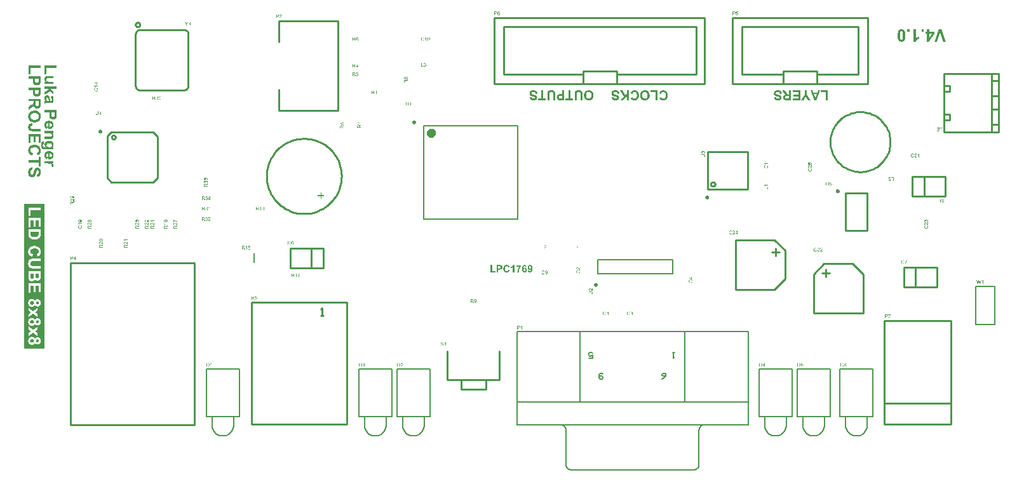
<source format=gto>
%FSLAX43Y43*%
%MOMM*%
%SFA1B1*%

%IPPOS*%
%ADD28C,0.253999*%
%ADD128C,0.200000*%
%ADD129C,0.250000*%
%ADD130C,0.127000*%
%ADD131C,0.599999*%
%ADD132C,0.150000*%
%LNlp_led_cube_8x8x8-1*%
%LPD*%
G36*
X60324Y80103D02*
X60223Y80038D01*
X60222*
X60221Y80037*
X60219Y80035*
X60216Y80034*
X60208Y80029*
X60199Y80022*
X60188Y80015*
X60176Y80006*
X60166Y79999*
X60156Y79992*
Y79991*
X60153Y79989*
X60148Y79985*
X60143Y79981*
X60133Y79970*
X60127Y79965*
X60124Y79959*
X60123Y79958*
X60122Y79957*
X60121Y79954*
X60119Y79950*
X60114Y79941*
X60110Y79930*
Y79929*
Y79928*
Y79925*
X60109Y79921*
X60108Y79916*
Y79910*
X60107Y79903*
Y79894*
Y79820*
X60324*
Y79755*
X59837*
Y79971*
Y79972*
Y79974*
Y79977*
Y79981*
Y79987*
Y79993*
X59838Y80008*
X59840Y80023*
X59843Y80040*
X59846Y80055*
X59848Y80063*
X59850Y80069*
Y80070*
X59851Y80071*
X59852Y80075*
X59856Y80081*
X59861Y80089*
X59867Y80098*
X59875Y80107*
X59885Y80115*
X59897Y80124*
X59898*
X59903Y80127*
X59909Y80130*
X59918Y80134*
X59929Y80138*
X59942Y80141*
X59955Y80144*
X59970*
X59975*
X59979*
X59984*
X59989Y80143*
X60001Y80140*
X60015Y80136*
X60029Y80130*
X60044Y80121*
X60051Y80116*
X60058Y80110*
X60059Y80109*
X60061Y80107*
X60064Y80104*
X60066Y80101*
X60070Y80096*
X60073Y80091*
X60076Y80085*
X60080Y80078*
X60084Y80070*
X60087Y80062*
X60091Y80052*
X60095Y80043*
X60098Y80032*
X60100Y80020*
X60102Y80007*
X60103Y80009*
X60104Y80012*
X60107Y80016*
X60110Y80021*
X60118Y80034*
X60122Y80041*
X60127Y80046*
X60128Y80047*
X60131Y80051*
X60137Y80056*
X60145Y80063*
X60154Y80071*
X60165Y80080*
X60178Y80089*
X60192Y80099*
X60324Y80184*
Y80103*
G37*
G36*
Y80213D02*
X60316D01*
X60311*
X60305Y80214*
X60298Y80215*
X60291Y80217*
X60283Y80219*
X60282*
Y80220*
X60277Y80222*
X60271Y80224*
X60262Y80229*
X60253Y80234*
X60242Y80242*
X60231Y80249*
X60219Y80259*
X60218*
X60217Y80260*
X60213Y80264*
X60206Y80270*
X60197Y80279*
X60187Y80290*
X60174Y80303*
X60160Y80319*
X60145Y80337*
X60144Y80338*
X60142Y80341*
X60139Y80345*
X60133Y80350*
X60128Y80356*
X60122Y80364*
X60107Y80380*
X60090Y80398*
X60073Y80416*
X60065Y80425*
X60057Y80432*
X60049Y80439*
X60041Y80445*
X60040Y80446*
X60038Y80448*
X60035Y80449*
X60027Y80454*
X60018Y80459*
X60007Y80464*
X59995Y80468*
X59981Y80471*
X59969Y80473*
X59967*
X59963Y80472*
X59956Y80471*
X59948Y80470*
X59938Y80466*
X59929Y80462*
X59918Y80456*
X59909Y80447*
X59908Y80446*
X59905Y80443*
X59901Y80437*
X59896Y80429*
X59892Y80420*
X59888Y80408*
X59885Y80395*
X59884Y80380*
Y80379*
Y80378*
Y80376*
X59885Y80373*
X59886Y80365*
X59887Y80356*
X59891Y80345*
X59895Y80333*
X59902Y80322*
X59911Y80311*
X59912*
X59915Y80308*
X59921Y80303*
X59929Y80299*
X59940Y80293*
X59952Y80290*
X59966Y80287*
X59982Y80285*
X59975Y80224*
X59972*
X59969*
X59964Y80225*
X59958Y80227*
X59952*
X59937Y80232*
X59920Y80238*
X59903Y80246*
X59886Y80257*
X59878Y80263*
X59871Y80270*
X59870Y80271*
X59869Y80273*
X59867Y80275*
X59865Y80278*
X59863Y80282*
X59859Y80288*
X59856Y80293*
X59852Y80300*
X59849Y80308*
X59846Y80316*
X59843Y80325*
X59840Y80335*
X59836Y80357*
X59835Y80369*
X59834Y80382*
Y80385*
Y80388*
X59835Y80394*
X59836Y80400*
X59837Y80406*
Y80414*
X59840Y80422*
X59844Y80440*
X59851Y80458*
X59855Y80468*
X59860Y80477*
X59867Y80485*
X59874Y80493*
X59875Y80494*
X59878Y80497*
X59880Y80500*
X59885Y80503*
X59889Y80506*
X59901Y80514*
X59915Y80521*
X59931Y80528*
X59949Y80533*
X59960Y80534*
X59970Y80535*
X59975*
X59981Y80534*
X59989Y80533*
X59998Y80532*
X60007Y80529*
X60018Y80526*
X60028Y80522*
X60030Y80521*
X60033Y80520*
X60038Y80517*
X60046Y80512*
X60055Y80507*
X60065Y80500*
X60076Y80491*
X60087Y80482*
X60089Y80480*
X60093Y80477*
X60100Y80470*
X60104Y80466*
X60110Y80460*
X60116Y80454*
X60122Y80447*
X60129Y80440*
X60137Y80431*
X60145Y80423*
X60154Y80412*
X60163Y80402*
X60173Y80390*
X60174Y80389*
X60176Y80388*
X60178Y80385*
X60181Y80381*
X60188Y80372*
X60198Y80361*
X60208Y80350*
X60219Y80338*
X60228Y80328*
X60231Y80325*
X60235Y80321*
X60236Y80320*
X60238Y80319*
X60241Y80316*
X60245Y80312*
X60255Y80304*
X60267Y80296*
Y80535*
X60324*
Y80213*
G37*
G36*
Y80764D02*
X59943D01*
X59944*
X59946Y80761*
X59950Y80756*
X59955Y80749*
X59962Y80741*
X59969Y80731*
X59977Y80720*
X59984Y80707*
X59985Y80706*
X59988Y80701*
X59992Y80695*
X59996Y80687*
X60001Y80677*
X60006Y80667*
X60011Y80655*
X60015Y80645*
X59957*
Y80646*
X59956Y80647*
X59955Y80650*
X59952Y80653*
X59950Y80658*
X59948Y80663*
X59941Y80675*
X59933Y80688*
X59923Y80703*
X59912Y80718*
X59901Y80732*
X59900Y80733*
X59899*
X59895Y80738*
X59888Y80744*
X59880Y80753*
X59869Y80761*
X59858Y80770*
X59846Y80779*
X59834Y80785*
Y80825*
X60324*
Y80764*
G37*
G36*
X153618Y99419D02*
X153354D01*
Y100490*
X152702*
Y100710*
X153618*
Y99419*
G37*
G36*
X63118Y82643D02*
X63017Y82578D01*
X63016*
X63015Y82577*
X63013Y82575*
X63010Y82574*
X63002Y82569*
X62993Y82562*
X62982Y82555*
X62970Y82546*
X62960Y82539*
X62950Y82532*
Y82531*
X62947Y82529*
X62942Y82525*
X62937Y82521*
X62927Y82510*
X62921Y82505*
X62918Y82499*
X62917Y82498*
X62916Y82497*
X62915Y82494*
X62913Y82490*
X62908Y82481*
X62904Y82470*
Y82469*
Y82468*
Y82465*
X62903Y82461*
X62902Y82456*
Y82450*
X62901Y82443*
Y82434*
Y82360*
X63118*
Y82295*
X62631*
Y82511*
Y82512*
Y82514*
Y82517*
Y82521*
Y82527*
Y82533*
X62632Y82548*
X62634Y82563*
X62637Y82580*
X62640Y82595*
X62642Y82603*
X62644Y82609*
Y82610*
X62645Y82611*
X62646Y82615*
X62650Y82621*
X62655Y82629*
X62661Y82638*
X62669Y82647*
X62679Y82655*
X62691Y82664*
X62692*
X62697Y82667*
X62703Y82670*
X62712Y82674*
X62723Y82678*
X62736Y82681*
X62749Y82684*
X62764*
X62769*
X62773*
X62778*
X62783Y82683*
X62795Y82680*
X62809Y82676*
X62823Y82670*
X62838Y82661*
X62845Y82656*
X62852Y82650*
X62853Y82649*
X62855Y82647*
X62858Y82644*
X62860Y82641*
X62864Y82636*
X62867Y82631*
X62870Y82625*
X62874Y82618*
X62878Y82610*
X62881Y82602*
X62885Y82592*
X62889Y82583*
X62892Y82572*
X62894Y82560*
X62896Y82547*
X62897Y82549*
X62898Y82552*
X62901Y82556*
X62904Y82561*
X62912Y82574*
X62916Y82581*
X62921Y82586*
X62922Y82587*
X62925Y82591*
X62931Y82596*
X62939Y82603*
X62948Y82611*
X62959Y82620*
X62972Y82630*
X62986Y82639*
X63118Y82724*
Y82643*
G37*
G36*
Y82753D02*
X63110D01*
X63105*
X63099Y82754*
X63092Y82755*
X63085Y82757*
X63077Y82759*
X63076*
Y82760*
X63071Y82762*
X63065Y82764*
X63056Y82769*
X63047Y82774*
X63036Y82782*
X63025Y82789*
X63013Y82799*
X63012*
X63011Y82800*
X63007Y82804*
X63000Y82810*
X62991Y82819*
X62981Y82830*
X62968Y82843*
X62954Y82859*
X62939Y82877*
X62938Y82878*
X62936Y82881*
X62933Y82885*
X62927Y82890*
X62922Y82896*
X62916Y82904*
X62901Y82920*
X62884Y82938*
X62867Y82956*
X62859Y82965*
X62851Y82972*
X62843Y82979*
X62835Y82985*
X62834Y82986*
X62832Y82988*
X62829Y82989*
X62821Y82994*
X62812Y82999*
X62801Y83004*
X62789Y83008*
X62775Y83011*
X62763Y83013*
X62761*
X62757Y83012*
X62750Y83011*
X62742Y83010*
X62732Y83006*
X62723Y83002*
X62712Y82996*
X62703Y82987*
X62702Y82986*
X62699Y82983*
X62695Y82977*
X62690Y82969*
X62686Y82960*
X62682Y82948*
X62679Y82935*
X62678Y82920*
Y82919*
Y82918*
Y82916*
X62679Y82913*
X62680Y82905*
X62681Y82896*
X62685Y82885*
X62689Y82873*
X62696Y82862*
X62705Y82851*
X62706*
X62709Y82848*
X62715Y82843*
X62723Y82839*
X62734Y82833*
X62746Y82830*
X62760Y82827*
X62776Y82825*
X62769Y82764*
X62766*
X62763*
X62758Y82765*
X62752Y82767*
X62746*
X62731Y82772*
X62714Y82778*
X62697Y82786*
X62680Y82797*
X62672Y82803*
X62665Y82810*
X62664Y82811*
X62663Y82813*
X62661Y82815*
X62659Y82818*
X62657Y82822*
X62653Y82828*
X62650Y82833*
X62646Y82840*
X62643Y82848*
X62640Y82856*
X62637Y82865*
X62634Y82875*
X62630Y82897*
X62629Y82909*
X62628Y82922*
Y82925*
Y82928*
X62629Y82934*
X62630Y82940*
X62631Y82946*
Y82954*
X62634Y82962*
X62638Y82980*
X62645Y82998*
X62649Y83008*
X62654Y83017*
X62661Y83025*
X62668Y83033*
X62669Y83034*
X62672Y83037*
X62674Y83040*
X62679Y83043*
X62683Y83046*
X62694Y83054*
X62709Y83061*
X62725Y83068*
X62743Y83073*
X62754Y83074*
X62764Y83075*
X62769*
X62775Y83074*
X62783Y83073*
X62792Y83072*
X62801Y83069*
X62812Y83066*
X62822Y83062*
X62824Y83061*
X62827Y83060*
X62832Y83057*
X62840Y83052*
X62849Y83047*
X62859Y83040*
X62870Y83031*
X62881Y83022*
X62883Y83020*
X62887Y83017*
X62894Y83010*
X62898Y83006*
X62904Y83000*
X62910Y82994*
X62916Y82987*
X62923Y82980*
X62931Y82971*
X62939Y82963*
X62948Y82952*
X62957Y82942*
X62967Y82930*
X62968Y82929*
X62970Y82928*
X62972Y82925*
X62975Y82921*
X62982Y82912*
X62992Y82901*
X63002Y82890*
X63013Y82878*
X63022Y82868*
X63025Y82865*
X63029Y82861*
X63030Y82860*
X63032Y82859*
X63035Y82856*
X63039Y82852*
X63049Y82844*
X63061Y82836*
Y83075*
X63118*
Y82753*
G37*
G36*
Y83131D02*
X63110D01*
X63105Y83132*
X63099*
X63092Y83133*
X63085Y83135*
X63077Y83138*
X63076*
X63071Y83140*
X63065Y83143*
X63056Y83147*
X63047Y83152*
X63036Y83160*
X63025Y83167*
X63013Y83177*
X63012*
X63011Y83178*
X63007Y83182*
X63000Y83188*
X62991Y83197*
X62981Y83208*
X62968Y83221*
X62954Y83238*
X62939Y83255*
X62938Y83256*
X62936Y83259*
X62933Y83263*
X62927Y83268*
X62922Y83275*
X62916Y83282*
X62901Y83298*
X62884Y83316*
X62867Y83334*
X62859Y83343*
X62851Y83350*
X62843Y83357*
X62835Y83363*
X62834Y83365*
X62832Y83366*
X62829Y83367*
X62821Y83372*
X62812Y83377*
X62801Y83382*
X62789Y83387*
X62775Y83390*
X62763Y83391*
X62761*
X62757Y83390*
X62750*
X62742Y83388*
X62732Y83385*
X62723Y83380*
X62712Y83374*
X62703Y83365*
X62702Y83364*
X62699Y83361*
X62695Y83355*
X62690Y83347*
X62686Y83338*
X62682Y83327*
X62679Y83313*
X62678Y83298*
Y83296*
Y83294*
X62679Y83291*
X62680Y83284*
X62681Y83274*
X62685Y83263*
X62689Y83251*
X62696Y83240*
X62705Y83230*
X62706Y83229*
X62709Y83226*
X62715Y83221*
X62723Y83217*
X62734Y83212*
X62746Y83208*
X62760Y83205*
X62776Y83204*
X62769Y83142*
X62766*
X62763Y83143*
X62758*
X62752Y83145*
X62746Y83146*
X62731Y83150*
X62714Y83156*
X62697Y83164*
X62680Y83175*
X62672Y83181*
X62665Y83189*
X62664*
X62663Y83191*
X62661Y83193*
X62659Y83196*
X62657Y83201*
X62653Y83206*
X62650Y83212*
X62646Y83218*
X62643Y83226*
X62640Y83234*
X62637Y83244*
X62634Y83253*
X62630Y83275*
X62629Y83287*
X62628Y83300*
Y83301*
Y83303*
Y83307*
X62629Y83312*
X62630Y83318*
X62631Y83324*
Y83332*
X62634Y83340*
X62638Y83358*
X62645Y83376*
X62649Y83386*
X62654Y83395*
X62661Y83403*
X62668Y83411*
X62669Y83412*
Y83413*
X62672Y83415*
X62674Y83418*
X62679Y83421*
X62683Y83425*
X62694Y83432*
X62709Y83439*
X62725Y83446*
X62743Y83451*
X62754Y83452*
X62764Y83453*
X62769*
X62775Y83452*
X62783Y83451*
X62792Y83450*
X62801Y83448*
X62812Y83445*
X62822Y83440*
X62824Y83439*
X62827Y83438*
X62832Y83435*
X62840Y83431*
X62849Y83425*
X62859Y83419*
X62870Y83410*
X62881Y83400*
X62883Y83399*
X62887Y83395*
X62894Y83388*
X62898Y83384*
X62904Y83379*
X62910Y83373*
X62916Y83365*
X62923Y83358*
X62931Y83350*
X62939Y83341*
X62948Y83330*
X62957Y83320*
X62967Y83308*
X62968Y83307*
X62970Y83306*
X62972Y83303*
X62975Y83299*
X62982Y83290*
X62992Y83279*
X63002Y83268*
X63013Y83256*
X63022Y83247*
X63025Y83243*
X63029Y83239*
X63030Y83238*
X63032Y83237*
X63035Y83234*
X63039Y83230*
X63049Y83222*
X63061Y83214*
Y83453*
X63118*
Y83131*
G37*
G36*
X149986Y99407D02*
X149022D01*
Y99627*
X149722*
Y99917*
X149071*
Y100137*
X149722*
Y100490*
X148996*
Y100710*
X149986*
Y99407*
G37*
G36*
X65658Y82643D02*
X65557Y82578D01*
X65556*
X65555Y82577*
X65553Y82575*
X65550Y82574*
X65542Y82569*
X65533Y82562*
X65522Y82555*
X65510Y82546*
X65500Y82539*
X65490Y82532*
Y82531*
X65487Y82529*
X65482Y82525*
X65477Y82521*
X65467Y82510*
X65461Y82505*
X65458Y82499*
X65457Y82498*
X65456Y82497*
X65455Y82494*
X65453Y82490*
X65448Y82481*
X65444Y82470*
Y82469*
Y82468*
Y82465*
X65443Y82461*
X65442Y82456*
Y82450*
X65441Y82443*
Y82434*
Y82360*
X65658*
Y82295*
X65171*
Y82511*
Y82512*
Y82514*
Y82517*
Y82521*
Y82527*
Y82533*
X65172Y82548*
X65174Y82563*
X65177Y82580*
X65180Y82595*
X65182Y82603*
X65184Y82609*
Y82610*
X65185Y82611*
X65186Y82615*
X65190Y82621*
X65195Y82629*
X65201Y82638*
X65209Y82647*
X65219Y82655*
X65231Y82664*
X65232*
X65237Y82667*
X65243Y82670*
X65252Y82674*
X65263Y82678*
X65276Y82681*
X65289Y82684*
X65304*
X65309*
X65313*
X65318*
X65323Y82683*
X65335Y82680*
X65349Y82676*
X65363Y82670*
X65378Y82661*
X65385Y82656*
X65392Y82650*
X65393Y82649*
X65395Y82647*
X65398Y82644*
X65400Y82641*
X65404Y82636*
X65407Y82631*
X65410Y82625*
X65414Y82618*
X65418Y82610*
X65421Y82602*
X65425Y82592*
X65429Y82583*
X65432Y82572*
X65434Y82560*
X65436Y82547*
X65437Y82549*
X65438Y82552*
X65441Y82556*
X65444Y82561*
X65452Y82574*
X65456Y82581*
X65461Y82586*
X65462Y82587*
X65465Y82591*
X65471Y82596*
X65479Y82603*
X65488Y82611*
X65499Y82620*
X65512Y82630*
X65526Y82639*
X65658Y82724*
Y82643*
G37*
G36*
Y82926D02*
X65277D01*
X65278Y82925*
X65280Y82922*
X65284Y82917*
X65289Y82911*
X65296Y82902*
X65303Y82893*
X65311Y82882*
X65318Y82869*
Y82868*
X65319*
X65322Y82863*
X65326Y82856*
X65330Y82848*
X65335Y82839*
X65340Y82828*
X65345Y82817*
X65349Y82807*
X65291*
Y82808*
X65290Y82809*
X65289Y82812*
X65286Y82815*
X65284Y82819*
X65282Y82825*
X65275Y82836*
X65267Y82850*
X65257Y82865*
X65246Y82879*
X65234Y82894*
X65233Y82895*
X65229Y82899*
X65222Y82906*
X65214Y82914*
X65203Y82923*
X65192Y82932*
X65180Y82940*
X65168Y82947*
Y82986*
X65658*
Y82926*
G37*
G36*
X56803Y80916D02*
X56811D01*
X56821Y80915*
X56831Y80914*
X56854Y80912*
X56877Y80909*
X56900Y80905*
X56910Y80902*
X56920Y80899*
X56921*
X56923Y80898*
X56926Y80897*
X56929Y80896*
X56934Y80893*
X56938Y80891*
X56950Y80885*
X56963Y80878*
X56977Y80869*
X56990Y80859*
X57002Y80846*
Y80845*
X57003*
X57004Y80842*
X57006Y80840*
X57011Y80832*
X57016Y80822*
X57021Y80809*
X57026Y80794*
X57029Y80777*
X57030Y80758*
Y80757*
Y80755*
Y80751*
X57029Y80746*
Y80740*
X57027Y80733*
X57026Y80726*
X57024Y80718*
X57018Y80700*
X57014Y80690*
X57009Y80681*
X57003Y80672*
X56997Y80663*
X56989Y80655*
X56980Y80646*
X56978Y80644*
X56974Y80642*
X56969Y80639*
X56962Y80635*
X56954Y80632*
X56944Y80627*
X56932Y80623*
X56920Y80618*
X56905Y80614*
X56888Y80610*
X56871Y80606*
X56851Y80603*
X56830Y80601*
X56806Y80600*
X56782Y80599*
X56768*
X56760Y80600*
X56752*
X56742Y80601*
X56732*
X56710Y80603*
X56687Y80606*
X56664Y80610*
X56653Y80613*
X56643Y80616*
X56642*
X56641Y80617*
X56638Y80618*
X56634Y80620*
X56630Y80621*
X56624Y80624*
X56613Y80629*
X56599Y80637*
X56586Y80646*
X56573Y80656*
X56561Y80669*
X56560Y80670*
X56558Y80672*
X56557Y80675*
X56553Y80683*
X56547Y80693*
X56541Y80706*
X56537Y80721*
X56534Y80738*
X56532Y80758*
Y80759*
Y80761*
Y80764*
X56533Y80772*
X56535Y80781*
X56536Y80791*
X56539Y80803*
X56544Y80815*
X56549Y80826*
X56550Y80827*
X56552Y80831*
X56555Y80836*
X56560Y80844*
X56567Y80851*
X56575Y80859*
X56584Y80868*
X56594Y80875*
X56596Y80876*
X56599Y80878*
X56606Y80882*
X56614Y80886*
X56624Y80891*
X56637Y80896*
X56651Y80901*
X56667Y80905*
X56669Y80906*
X56671*
X56675Y80907*
X56679Y80908*
X56684Y80909*
X56690Y80910*
X56697Y80911*
X56705Y80912*
X56713Y80913*
X56723Y80914*
X56733Y80915*
X56745Y80916*
X56756*
X56782*
X56796*
X56803*
G37*
G36*
X150859Y100162D02*
X151335Y99407D01*
X151029*
X150722Y99924*
X150420Y99407*
X150119*
X150595Y100164*
Y100710*
X150859*
Y100162*
G37*
G36*
X57022Y80103D02*
X56921Y80038D01*
X56920*
X56919Y80037*
X56917Y80035*
X56914Y80034*
X56906Y80029*
X56897Y80022*
X56886Y80015*
X56874Y80006*
X56864Y79999*
X56854Y79992*
Y79991*
X56851Y79989*
X56846Y79985*
X56841Y79981*
X56831Y79970*
X56825Y79965*
X56822Y79959*
X56821Y79958*
X56820Y79957*
X56819Y79954*
X56817Y79950*
X56812Y79941*
X56808Y79930*
Y79929*
Y79928*
Y79925*
X56807Y79921*
X56806Y79916*
Y79910*
X56805Y79903*
Y79894*
Y79820*
X57022*
Y79755*
X56535*
Y79971*
Y79972*
Y79974*
Y79977*
Y79981*
Y79987*
Y79993*
X56536Y80008*
X56538Y80023*
X56541Y80040*
X56544Y80055*
X56546Y80063*
X56548Y80069*
Y80070*
X56549Y80071*
X56550Y80075*
X56554Y80081*
X56559Y80089*
X56565Y80098*
X56573Y80107*
X56583Y80115*
X56595Y80124*
X56596*
X56601Y80127*
X56607Y80130*
X56616Y80134*
X56627Y80138*
X56640Y80141*
X56653Y80144*
X56668*
X56673*
X56677*
X56682*
X56687Y80143*
X56699Y80140*
X56713Y80136*
X56727Y80130*
X56742Y80121*
X56749Y80116*
X56756Y80110*
X56757Y80109*
X56759Y80107*
X56762Y80104*
X56764Y80101*
X56768Y80096*
X56771Y80091*
X56774Y80085*
X56778Y80078*
X56782Y80070*
X56785Y80062*
X56789Y80052*
X56793Y80043*
X56796Y80032*
X56798Y80020*
X56800Y80007*
X56801Y80009*
X56802Y80012*
X56805Y80016*
X56808Y80021*
X56816Y80034*
X56820Y80041*
X56825Y80046*
X56826Y80047*
X56829Y80051*
X56835Y80056*
X56843Y80063*
X56852Y80071*
X56863Y80080*
X56876Y80089*
X56890Y80099*
X57022Y80184*
Y80103*
G37*
G36*
Y80213D02*
X57014D01*
X57009*
X57003Y80214*
X56996Y80215*
X56989Y80217*
X56981Y80219*
X56980*
Y80220*
X56975Y80222*
X56969Y80224*
X56960Y80229*
X56951Y80234*
X56940Y80242*
X56929Y80249*
X56917Y80259*
X56916*
X56915Y80260*
X56911Y80264*
X56904Y80270*
X56895Y80279*
X56885Y80290*
X56872Y80303*
X56858Y80319*
X56843Y80337*
X56842Y80338*
X56840Y80341*
X56837Y80345*
X56831Y80350*
X56826Y80356*
X56820Y80364*
X56805Y80380*
X56788Y80398*
X56771Y80416*
X56763Y80425*
X56755Y80432*
X56747Y80439*
X56739Y80445*
X56738Y80446*
X56736Y80448*
X56733Y80449*
X56725Y80454*
X56716Y80459*
X56705Y80464*
X56693Y80468*
X56679Y80471*
X56667Y80473*
X56665*
X56661Y80472*
X56654Y80471*
X56646Y80470*
X56636Y80466*
X56627Y80462*
X56616Y80456*
X56607Y80447*
X56606Y80446*
X56603Y80443*
X56599Y80437*
X56594Y80429*
X56590Y80420*
X56586Y80408*
X56583Y80395*
X56582Y80380*
Y80379*
Y80378*
Y80376*
X56583Y80373*
X56584Y80365*
X56585Y80356*
X56589Y80345*
X56593Y80333*
X56600Y80322*
X56609Y80311*
X56610*
X56613Y80308*
X56619Y80303*
X56627Y80299*
X56638Y80293*
X56650Y80290*
X56664Y80287*
X56680Y80285*
X56673Y80224*
X56670*
X56667*
X56662Y80225*
X56656Y80227*
X56650*
X56635Y80232*
X56618Y80238*
X56601Y80246*
X56584Y80257*
X56576Y80263*
X56569Y80270*
X56568Y80271*
X56567Y80273*
X56565Y80275*
X56563Y80278*
X56561Y80282*
X56557Y80288*
X56554Y80293*
X56550Y80300*
X56547Y80308*
X56544Y80316*
X56541Y80325*
X56538Y80335*
X56534Y80357*
X56533Y80369*
X56532Y80382*
Y80385*
Y80388*
X56533Y80394*
X56534Y80400*
X56535Y80406*
Y80414*
X56538Y80422*
X56542Y80440*
X56549Y80458*
X56553Y80468*
X56558Y80477*
X56565Y80485*
X56572Y80493*
X56573Y80494*
X56576Y80497*
X56578Y80500*
X56583Y80503*
X56587Y80506*
X56598Y80514*
X56613Y80521*
X56629Y80528*
X56647Y80533*
X56658Y80534*
X56668Y80535*
X56673*
X56679Y80534*
X56687Y80533*
X56696Y80532*
X56705Y80529*
X56716Y80526*
X56726Y80522*
X56728Y80521*
X56731Y80520*
X56736Y80517*
X56744Y80512*
X56753Y80507*
X56763Y80500*
X56774Y80491*
X56785Y80482*
X56787Y80480*
X56791Y80477*
X56798Y80470*
X56802Y80466*
X56808Y80460*
X56814Y80454*
X56820Y80447*
X56827Y80440*
X56835Y80431*
X56843Y80423*
X56852Y80412*
X56861Y80402*
X56871Y80390*
X56872Y80389*
X56874Y80388*
X56876Y80385*
X56879Y80381*
X56886Y80372*
X56896Y80361*
X56906Y80350*
X56917Y80338*
X56926Y80328*
X56929Y80325*
X56933Y80321*
X56934Y80320*
X56936Y80319*
X56939Y80316*
X56943Y80312*
X56953Y80304*
X56965Y80296*
Y80535*
X57022*
Y80213*
G37*
G36*
X66928Y82753D02*
X66920D01*
X66915*
X66909Y82754*
X66902Y82755*
X66895Y82757*
X66887Y82759*
X66886*
Y82760*
X66881Y82762*
X66875Y82764*
X66866Y82769*
X66857Y82774*
X66846Y82782*
X66835Y82789*
X66823Y82799*
X66822*
X66821Y82800*
X66817Y82804*
X66810Y82810*
X66801Y82819*
X66791Y82830*
X66778Y82843*
X66764Y82859*
X66749Y82877*
X66748Y82878*
X66746Y82881*
X66743Y82885*
X66737Y82890*
X66732Y82896*
X66726Y82904*
X66711Y82920*
X66694Y82938*
X66677Y82956*
X66669Y82965*
X66661Y82972*
X66653Y82979*
X66645Y82985*
X66644Y82986*
X66642Y82988*
X66639Y82989*
X66631Y82994*
X66622Y82999*
X66611Y83004*
X66599Y83008*
X66585Y83011*
X66573Y83013*
X66571*
X66567Y83012*
X66560Y83011*
X66552Y83010*
X66542Y83006*
X66533Y83002*
X66522Y82996*
X66513Y82987*
X66512Y82986*
X66509Y82983*
X66505Y82977*
X66500Y82969*
X66496Y82960*
X66492Y82948*
X66489Y82935*
X66488Y82920*
Y82919*
Y82918*
Y82916*
X66489Y82913*
X66490Y82905*
X66491Y82896*
X66495Y82885*
X66499Y82873*
X66506Y82862*
X66515Y82851*
X66516*
X66519Y82848*
X66525Y82843*
X66533Y82839*
X66544Y82833*
X66556Y82830*
X66570Y82827*
X66586Y82825*
X66579Y82764*
X66576*
X66573*
X66568Y82765*
X66562Y82767*
X66556*
X66541Y82772*
X66524Y82778*
X66507Y82786*
X66490Y82797*
X66482Y82803*
X66475Y82810*
X66474Y82811*
X66473Y82813*
X66471Y82815*
X66469Y82818*
X66467Y82822*
X66463Y82828*
X66460Y82833*
X66456Y82840*
X66453Y82848*
X66450Y82856*
X66447Y82865*
X66444Y82875*
X66440Y82897*
X66439Y82909*
X66438Y82922*
Y82925*
Y82928*
X66439Y82934*
X66440Y82940*
X66441Y82946*
Y82954*
X66444Y82962*
X66448Y82980*
X66455Y82998*
X66459Y83008*
X66464Y83017*
X66471Y83025*
X66478Y83033*
X66479Y83034*
X66482Y83037*
X66484Y83040*
X66489Y83043*
X66493Y83046*
X66505Y83054*
X66519Y83061*
X66535Y83068*
X66553Y83073*
X66564Y83074*
X66574Y83075*
X66579*
X66585Y83074*
X66593Y83073*
X66602Y83072*
X66611Y83069*
X66622Y83066*
X66632Y83062*
X66634Y83061*
X66637Y83060*
X66642Y83057*
X66650Y83052*
X66659Y83047*
X66669Y83040*
X66680Y83031*
X66691Y83022*
X66693Y83020*
X66697Y83017*
X66704Y83010*
X66708Y83006*
X66714Y83000*
X66720Y82994*
X66726Y82987*
X66733Y82980*
X66741Y82971*
X66749Y82963*
X66758Y82952*
X66767Y82942*
X66777Y82930*
X66778Y82929*
X66780Y82928*
X66782Y82925*
X66785Y82921*
X66792Y82912*
X66802Y82901*
X66812Y82890*
X66823Y82878*
X66832Y82868*
X66835Y82865*
X66839Y82861*
X66840Y82860*
X66842Y82859*
X66845Y82856*
X66849Y82852*
X66859Y82844*
X66871Y82836*
Y83075*
X66928*
Y82753*
G37*
G36*
X66494Y83457D02*
X66496Y83456D01*
X66499Y83453*
X66502Y83450*
X66507Y83446*
X66513Y83441*
X66521Y83435*
X66528Y83429*
X66537Y83422*
X66548Y83415*
X66558Y83407*
X66570Y83399*
X66582Y83391*
X66596Y83382*
X66611Y83374*
X66625Y83365*
X66626*
X66629Y83363*
X66634Y83361*
X66639Y83358*
X66647Y83354*
X66656Y83350*
X66666Y83344*
X66677Y83339*
X66689Y83334*
X66703Y83328*
X66717Y83322*
X66731Y83316*
X66762Y83305*
X66795Y83295*
X66797Y83294*
X66800Y83293*
X66805Y83292*
X66811Y83290*
X66817Y83289*
X66826Y83287*
X66834Y83285*
X66843Y83284*
X66854Y83281*
X66876Y83278*
X66901Y83275*
X66928Y83273*
Y83211*
X66922*
X66918Y83212*
X66912*
X66906*
X66898Y83213*
X66889Y83214*
X66880Y83215*
X66869Y83217*
X66858Y83218*
X66846Y83221*
X66832Y83223*
X66819Y83226*
X66789Y83233*
X66786Y83234*
X66781Y83235*
X66775Y83237*
X66768Y83239*
X66760Y83242*
X66750Y83245*
X66739Y83249*
X66728Y83253*
X66715Y83258*
X66688Y83268*
X66660Y83281*
X66632Y83295*
X66631Y83296*
X66628Y83297*
X66625Y83299*
X66619Y83302*
X66613Y83306*
X66605Y83310*
X66597Y83316*
X66588Y83321*
X66568Y83334*
X66546Y83349*
X66525Y83365*
X66504Y83382*
Y83143*
X66447*
Y83458*
X66493*
X66494Y83457*
G37*
G36*
X147032Y100732D02*
X147052Y100730D01*
X147076Y100728*
X147102Y100724*
X147131Y100720*
X147193Y100706*
X147225Y100696*
X147256Y100686*
X147286Y100672*
X147316Y100658*
X147346Y100641*
X147371Y100621*
X147373Y100619*
X147377Y100615*
X147383Y100609*
X147393Y100599*
X147403Y100587*
X147415Y100573*
X147427Y100555*
X147441Y100537*
X147455Y100514*
X147469Y100490*
X147481Y100462*
X147494Y100432*
X147504Y100401*
X147514Y100365*
X147522Y100327*
X147528Y100287*
X147272Y100262*
Y100264*
X147270Y100268*
Y100274*
X147268Y100284*
X147262Y100305*
X147252Y100335*
X147240Y100365*
X147225Y100397*
X147205Y100426*
X147181Y100452*
X147177Y100454*
X147167Y100462*
X147151Y100470*
X147129Y100482*
X147102Y100492*
X147070Y100502*
X147032Y100510*
X146989Y100512*
X146967*
X146945Y100510*
X146917Y100506*
X146885Y100498*
X146854Y100490*
X146824Y100476*
X146798Y100458*
X146796Y100456*
X146788Y100448*
X146778Y100438*
X146764Y100422*
X146752Y100405*
X146743Y100383*
X146735Y100359*
X146733Y100333*
Y100331*
Y100325*
X146735Y100317*
X146737Y100305*
X146745Y100282*
X146750Y100268*
X146760Y100256*
X146762Y100254*
X146766Y100250*
X146772Y100244*
X146782Y100236*
X146796Y100226*
X146812Y100218*
X146832Y100208*
X146856Y100198*
X146858*
X146866Y100194*
X146879Y100190*
X146899Y100184*
X146911Y100180*
X146927Y100176*
X146943Y100172*
X146963Y100166*
X146985Y100160*
X147008Y100155*
X147034Y100149*
X147064Y100141*
X147066*
X147074Y100139*
X147084Y100135*
X147098Y100131*
X147116Y100127*
X147135Y100121*
X147179Y100105*
X147229Y100087*
X147278Y100065*
X147322Y100039*
X147342Y100026*
X147360Y100012*
X147361Y100010*
X147365Y100006*
X147371Y100000*
X147377Y99992*
X147387Y99982*
X147397Y99970*
X147407Y99954*
X147419Y99938*
X147441Y99901*
X147461Y99855*
X147467Y99831*
X147473Y99805*
X147477Y99778*
X147479Y99750*
Y99748*
Y99746*
Y99740*
Y99732*
X147475Y99714*
X147471Y99688*
X147465Y99661*
X147455Y99629*
X147441Y99597*
X147423Y99563*
Y99561*
X147421Y99559*
X147413Y99550*
X147399Y99534*
X147381Y99514*
X147360Y99492*
X147332Y99470*
X147300Y99448*
X147262Y99430*
X147260*
X147258Y99428*
X147250Y99427*
X147242Y99423*
X147233Y99421*
X147221Y99417*
X147191Y99407*
X147153Y99399*
X147110Y99393*
X147060Y99387*
X147006Y99385*
X146983*
X146967Y99387*
X146945Y99389*
X146921Y99391*
X146895Y99395*
X146868Y99399*
X146808Y99411*
X146747Y99430*
X146717Y99442*
X146689Y99458*
X146661Y99474*
X146637Y99494*
X146635Y99496*
X146631Y99500*
X146626Y99506*
X146618Y99514*
X146608Y99524*
X146598Y99538*
X146586Y99553*
X146574Y99571*
X146562Y99591*
X146552Y99613*
X146530Y99661*
X146522Y99688*
X146514Y99718*
X146508Y99750*
X146506Y99782*
X146770Y99792*
Y99790*
Y99788*
X146774Y99776*
X146778Y99758*
X146786Y99736*
X146796Y99712*
X146808Y99688*
X146824Y99667*
X146844Y99649*
X146846Y99647*
X146854Y99641*
X146866Y99635*
X146883Y99625*
X146907Y99617*
X146935Y99611*
X146969Y99605*
X147008Y99603*
X147026*
X147048Y99605*
X147074Y99609*
X147102Y99615*
X147131Y99623*
X147161Y99635*
X147187Y99651*
X147189Y99653*
X147193Y99657*
X147199Y99663*
X147207Y99673*
X147215Y99684*
X147221Y99698*
X147225Y99714*
X147227Y99732*
Y99734*
Y99740*
X147225Y99748*
X147223Y99760*
X147217Y99772*
X147211Y99786*
X147201Y99797*
X147189Y99811*
X147187Y99813*
X147179Y99819*
X147163Y99827*
X147153Y99831*
X147139Y99837*
X147125Y99845*
X147108Y99851*
X147090Y99859*
X147066Y99865*
X147042Y99873*
X147014Y99881*
X146983Y99891*
X146949Y99899*
X146947*
X146941Y99901*
X146931Y99903*
X146917Y99907*
X146901Y99911*
X146883Y99917*
X146842Y99926*
X146794Y99942*
X146749Y99956*
X146703Y99974*
X146683Y99982*
X146665Y99992*
X146663*
X146661Y99994*
X146649Y100000*
X146633Y100012*
X146614Y100026*
X146590Y100045*
X146566Y100067*
X146544Y100095*
X146522Y100125*
X146520Y100129*
X146514Y100139*
X146505Y100159*
X146495Y100182*
X146487Y100212*
X146477Y100248*
X146471Y100287*
X146469Y100331*
Y100333*
Y100337*
Y100343*
Y100351*
X146473Y100373*
X146477Y100401*
X146485Y100432*
X146495Y100468*
X146510Y100506*
X146532Y100543*
Y100545*
X146534Y100547*
X146544Y100559*
X146558Y100577*
X146578Y100597*
X146602Y100621*
X146633Y100645*
X146667Y100668*
X146709Y100688*
X146711*
X146715Y100690*
X146721Y100692*
X146729Y100696*
X146741Y100698*
X146752Y100702*
X146768Y100706*
X146786Y100710*
X146828Y100720*
X146875Y100726*
X146929Y100732*
X146991Y100734*
X147014*
X147032Y100732*
G37*
G36*
X66928Y82643D02*
X66827Y82578D01*
X66826*
X66825Y82577*
X66823Y82575*
X66820Y82574*
X66812Y82569*
X66803Y82562*
X66792Y82555*
X66780Y82546*
X66770Y82539*
X66760Y82532*
Y82531*
X66757Y82529*
X66752Y82525*
X66747Y82521*
X66737Y82510*
X66731Y82505*
X66728Y82499*
X66727Y82498*
X66726Y82497*
X66725Y82494*
X66723Y82490*
X66718Y82481*
X66714Y82470*
Y82469*
Y82468*
Y82465*
X66713Y82461*
X66712Y82456*
Y82450*
X66711Y82443*
Y82434*
Y82360*
X66928*
Y82295*
X66441*
Y82511*
Y82512*
Y82514*
Y82517*
Y82521*
Y82527*
Y82533*
X66442Y82548*
X66444Y82563*
X66447Y82580*
X66450Y82595*
X66452Y82603*
X66454Y82609*
Y82610*
X66455Y82611*
X66456Y82615*
X66460Y82621*
X66465Y82629*
X66471Y82638*
X66479Y82647*
X66489Y82655*
X66501Y82664*
X66502*
X66507Y82667*
X66513Y82670*
X66522Y82674*
X66533Y82678*
X66546Y82681*
X66559Y82684*
X66574*
X66579*
X66583*
X66588*
X66593Y82683*
X66605Y82680*
X66619Y82676*
X66633Y82670*
X66648Y82661*
X66655Y82656*
X66662Y82650*
X66663Y82649*
X66665Y82647*
X66668Y82644*
X66670Y82641*
X66674Y82636*
X66677Y82631*
X66680Y82625*
X66684Y82618*
X66688Y82610*
X66691Y82602*
X66695Y82592*
X66699Y82583*
X66702Y82572*
X66704Y82560*
X66706Y82547*
X66707Y82549*
X66708Y82552*
X66711Y82556*
X66714Y82561*
X66722Y82574*
X66726Y82581*
X66731Y82586*
X66732Y82587*
X66735Y82591*
X66741Y82596*
X66749Y82603*
X66758Y82611*
X66769Y82620*
X66782Y82630*
X66796Y82639*
X66928Y82724*
Y82643*
G37*
G36*
X121824Y100732D02*
X121844D01*
X121868Y100728*
X121897Y100724*
X121929Y100720*
X121963Y100712*
X121999Y100702*
X122036Y100690*
X122074Y100676*
X122112Y100658*
X122151Y100639*
X122187Y100615*
X122223Y100589*
X122256Y100557*
X122258Y100555*
X122264Y100549*
X122272Y100539*
X122282Y100526*
X122296Y100508*
X122310Y100486*
X122326Y100460*
X122342Y100430*
X122358Y100397*
X122373Y100361*
X122387Y100321*
X122401Y100278*
X122411Y100230*
X122419Y100180*
X122425Y100127*
X122427Y100069*
Y100067*
Y100059*
Y100049*
Y100036*
X122425Y100018*
X122423Y99998*
Y99976*
X122419Y99952*
X122413Y99899*
X122403Y99843*
X122389Y99788*
X122369Y99734*
Y99732*
X122367Y99730*
X122362Y99718*
X122352Y99698*
X122338Y99674*
X122320Y99647*
X122300Y99617*
X122274Y99585*
X122248Y99555*
X122244Y99551*
X122235Y99542*
X122219Y99528*
X122199Y99512*
X122173Y99492*
X122145Y99472*
X122114Y99454*
X122080Y99438*
X122078*
X122074Y99436*
X122068Y99432*
X122058Y99430*
X122046Y99427*
X122032Y99421*
X122016Y99417*
X121999Y99411*
X121957Y99403*
X121909Y99393*
X121856Y99387*
X121798Y99385*
X121786*
X121770Y99387*
X121751*
X121727Y99391*
X121699Y99395*
X121667Y99401*
X121633Y99407*
X121596Y99417*
X121560Y99428*
X121520Y99444*
X121483Y99460*
X121445Y99482*
X121407Y99506*
X121372Y99534*
X121338Y99565*
X121336Y99567*
X121330Y99573*
X121322Y99583*
X121310Y99599*
X121298Y99617*
X121282Y99639*
X121269Y99665*
X121251Y99694*
X121235Y99728*
X121219Y99766*
X121205Y99805*
X121193Y99849*
X121181Y99897*
X121173Y99948*
X121167Y100004*
X121165Y100061*
Y100065*
Y100075*
X121167Y100091*
Y100113*
X121171Y100141*
X121175Y100170*
X121179Y100206*
X121187Y100242*
X121195Y100282*
X121207Y100321*
X121221Y100363*
X121239Y100405*
X121259Y100444*
X121280Y100484*
X121308Y100522*
X121338Y100557*
X121340Y100559*
X121346Y100565*
X121356Y100573*
X121370Y100585*
X121386Y100599*
X121407Y100613*
X121431Y100629*
X121459Y100645*
X121491Y100662*
X121524Y100678*
X121562Y100692*
X121604Y100706*
X121647Y100718*
X121693Y100726*
X121743Y100732*
X121796Y100734*
X121808*
X121824Y100732*
G37*
G36*
X55369Y83459D02*
X55374Y83458D01*
X55381Y83457*
X55396Y83454*
X55412Y83448*
X55421Y83445*
X55430Y83441*
X55439Y83436*
X55448Y83430*
X55456Y83423*
X55464Y83415*
X55465Y83414*
Y83413*
X55468Y83410*
X55471Y83407*
X55474Y83402*
X55477Y83397*
X55481Y83391*
X55485Y83384*
X55489Y83376*
X55493Y83367*
X55497Y83357*
X55499Y83347*
X55502Y83336*
X55505Y83324*
Y83312*
X55506Y83298*
Y83296*
Y83292*
X55505Y83287*
Y83281*
X55504Y83273*
X55502Y83266*
X55501Y83257*
X55496Y83238*
X55492Y83229*
X55488Y83219*
X55483Y83209*
X55478Y83200*
X55471Y83191*
X55464Y83182*
X55463Y83181*
X55462Y83180*
X55459Y83178*
X55456Y83175*
X55452Y83172*
X55447Y83168*
X55441Y83164*
X55434Y83161*
X55427Y83156*
X55419Y83152*
X55401Y83145*
X55390Y83142*
X55380Y83141*
X55369Y83139*
X55357Y83138*
X55353*
X55349Y83139*
X55345*
X55340Y83140*
X55330Y83141*
X55317Y83144*
X55304Y83149*
X55290Y83154*
X55278Y83162*
X55277*
X55276Y83164*
X55273Y83166*
X55267Y83172*
X55260Y83180*
X55253Y83189*
X55245Y83201*
X55238Y83215*
X55233Y83231*
Y83230*
X55232*
X55231Y83225*
X55227Y83218*
X55224Y83210*
X55218Y83201*
X55211Y83192*
X55204Y83183*
X55195Y83175*
X55193*
X55190Y83172*
X55185Y83169*
X55178Y83166*
X55169Y83164*
X55158Y83161*
X55147Y83158*
X55135*
X55129*
X55126*
X55121Y83159*
X55116Y83160*
X55103Y83162*
X55089Y83166*
X55075Y83174*
X55066Y83178*
X55059Y83183*
X55052Y83189*
X55045Y83195*
X55044Y83196*
X55043Y83197*
X55041Y83199*
X55039Y83202*
X55037Y83207*
X55033Y83211*
X55030Y83216*
X55026Y83223*
X55020Y83237*
X55014Y83255*
X55010Y83275*
X55009Y83285*
X55008Y83297*
Y83298*
Y83300*
Y83303*
X55009Y83307*
Y83313*
X55011Y83319*
X55013Y83334*
X55017Y83350*
X55024Y83367*
X55029Y83376*
X55033Y83385*
X55039Y83393*
X55046Y83400*
Y83401*
X55047Y83402*
X55049Y83404*
X55052Y83406*
X55056Y83409*
X55060Y83413*
X55071Y83420*
X55084Y83427*
X55100Y83433*
X55117Y83438*
X55126Y83439*
X55136*
X55142*
X55148*
X55156Y83437*
X55166Y83435*
X55175Y83432*
X55186Y83428*
X55195Y83422*
X55196Y83421*
X55199Y83419*
X55204Y83414*
X55209Y83408*
X55215Y83401*
X55221Y83391*
X55228Y83380*
X55233Y83367*
Y83368*
X55234Y83370*
X55235Y83372*
X55236Y83375*
X55240Y83383*
X55244Y83393*
X55251Y83404*
X55259Y83415*
X55270Y83426*
X55281Y83436*
X55282*
X55287Y83439*
X55293Y83443*
X55303Y83448*
X55314Y83452*
X55327Y83456*
X55342Y83459*
X55359*
X55365*
X55369*
G37*
G36*
X152140Y99407D02*
X151863D01*
X151339Y100710*
X151625*
X151736Y100414*
X152261*
X152368Y100710*
X152646*
X152140Y99407*
G37*
G36*
X61848Y82643D02*
X61747Y82578D01*
X61746*
X61745Y82577*
X61743Y82575*
X61740Y82574*
X61732Y82569*
X61723Y82562*
X61712Y82555*
X61700Y82546*
X61690Y82539*
X61680Y82532*
Y82531*
X61677Y82529*
X61672Y82525*
X61667Y82521*
X61657Y82510*
X61651Y82505*
X61648Y82499*
X61647Y82498*
X61646Y82497*
X61645Y82494*
X61643Y82490*
X61638Y82481*
X61634Y82470*
Y82469*
Y82468*
Y82465*
X61633Y82461*
X61632Y82456*
Y82450*
X61631Y82443*
Y82434*
Y82360*
X61848*
Y82295*
X61361*
Y82511*
Y82512*
Y82514*
Y82517*
Y82521*
Y82527*
Y82533*
X61362Y82548*
X61364Y82563*
X61367Y82580*
X61370Y82595*
X61372Y82603*
X61374Y82609*
Y82610*
X61375Y82611*
X61376Y82615*
X61380Y82621*
X61385Y82629*
X61391Y82638*
X61399Y82647*
X61409Y82655*
X61421Y82664*
X61422*
X61427Y82667*
X61433Y82670*
X61442Y82674*
X61453Y82678*
X61466Y82681*
X61479Y82684*
X61494*
X61499*
X61503*
X61508*
X61513Y82683*
X61525Y82680*
X61539Y82676*
X61553Y82670*
X61568Y82661*
X61575Y82656*
X61582Y82650*
X61583Y82649*
X61585Y82647*
X61588Y82644*
X61590Y82641*
X61594Y82636*
X61597Y82631*
X61600Y82625*
X61604Y82618*
X61608Y82610*
X61611Y82602*
X61615Y82592*
X61619Y82583*
X61622Y82572*
X61624Y82560*
X61626Y82547*
X61627Y82549*
X61628Y82552*
X61631Y82556*
X61634Y82561*
X61642Y82574*
X61646Y82581*
X61651Y82586*
X61652Y82587*
X61655Y82591*
X61661Y82596*
X61669Y82603*
X61678Y82611*
X61689Y82620*
X61702Y82630*
X61716Y82639*
X61848Y82724*
Y82643*
G37*
G36*
Y82753D02*
X61840D01*
X61835*
X61829Y82754*
X61822Y82755*
X61815Y82757*
X61807Y82759*
X61806*
Y82760*
X61801Y82762*
X61795Y82764*
X61786Y82769*
X61777Y82774*
X61766Y82782*
X61755Y82789*
X61743Y82799*
X61742*
X61741Y82800*
X61737Y82804*
X61730Y82810*
X61721Y82819*
X61711Y82830*
X61698Y82843*
X61684Y82859*
X61669Y82877*
X61668Y82878*
X61666Y82881*
X61663Y82885*
X61657Y82890*
X61652Y82896*
X61646Y82904*
X61631Y82920*
X61614Y82938*
X61597Y82956*
X61589Y82965*
X61581Y82972*
X61573Y82979*
X61565Y82985*
X61564Y82986*
X61562Y82988*
X61559Y82989*
X61551Y82994*
X61542Y82999*
X61531Y83004*
X61519Y83008*
X61505Y83011*
X61493Y83013*
X61491*
X61487Y83012*
X61480Y83011*
X61472Y83010*
X61462Y83006*
X61453Y83002*
X61442Y82996*
X61433Y82987*
X61432Y82986*
X61429Y82983*
X61425Y82977*
X61420Y82969*
X61416Y82960*
X61412Y82948*
X61409Y82935*
X61408Y82920*
Y82919*
Y82918*
Y82916*
X61409Y82913*
X61410Y82905*
X61411Y82896*
X61415Y82885*
X61419Y82873*
X61426Y82862*
X61435Y82851*
X61436*
X61439Y82848*
X61445Y82843*
X61453Y82839*
X61464Y82833*
X61476Y82830*
X61490Y82827*
X61506Y82825*
X61499Y82764*
X61496*
X61493*
X61488Y82765*
X61482Y82767*
X61476*
X61461Y82772*
X61444Y82778*
X61427Y82786*
X61410Y82797*
X61402Y82803*
X61395Y82810*
X61394Y82811*
X61393Y82813*
X61391Y82815*
X61389Y82818*
X61387Y82822*
X61383Y82828*
X61380Y82833*
X61376Y82840*
X61373Y82848*
X61370Y82856*
X61367Y82865*
X61364Y82875*
X61360Y82897*
X61359Y82909*
X61358Y82922*
Y82925*
Y82928*
X61359Y82934*
X61360Y82940*
X61361Y82946*
Y82954*
X61364Y82962*
X61368Y82980*
X61375Y82998*
X61379Y83008*
X61384Y83017*
X61391Y83025*
X61398Y83033*
X61399Y83034*
X61402Y83037*
X61404Y83040*
X61409Y83043*
X61413Y83046*
X61424Y83054*
X61439Y83061*
X61455Y83068*
X61473Y83073*
X61484Y83074*
X61494Y83075*
X61499*
X61505Y83074*
X61513Y83073*
X61522Y83072*
X61531Y83069*
X61542Y83066*
X61552Y83062*
X61554Y83061*
X61557Y83060*
X61562Y83057*
X61570Y83052*
X61579Y83047*
X61589Y83040*
X61600Y83031*
X61611Y83022*
X61613Y83020*
X61617Y83017*
X61624Y83010*
X61628Y83006*
X61634Y83000*
X61640Y82994*
X61646Y82987*
X61653Y82980*
X61661Y82971*
X61669Y82963*
X61678Y82952*
X61687Y82942*
X61697Y82930*
X61698Y82929*
X61700Y82928*
X61702Y82925*
X61705Y82921*
X61712Y82912*
X61722Y82901*
X61732Y82890*
X61743Y82878*
X61752Y82868*
X61755Y82865*
X61759Y82861*
X61760Y82860*
X61762Y82859*
X61765Y82856*
X61769Y82852*
X61779Y82844*
X61791Y82836*
Y83075*
X61848*
Y82753*
G37*
G36*
X61714Y83457D02*
X61720Y83456D01*
X61726*
X61734Y83454*
X61741Y83452*
X61758Y83447*
X61768Y83443*
X61777Y83438*
X61786Y83433*
X61795Y83427*
X61804Y83419*
X61812Y83411*
X61813Y83410*
X61815Y83409*
X61816Y83407*
X61819Y83403*
X61823Y83399*
X61826Y83393*
X61830Y83386*
X61834Y83379*
X61838Y83371*
X61842Y83362*
X61846Y83353*
X61849Y83342*
X61852Y83331*
X61854Y83319*
X61855Y83307*
X61856Y83294*
Y83293*
Y83291*
Y83288*
X61855Y83284*
Y83278*
X61854Y83272*
X61853Y83264*
X61852Y83257*
X61847Y83240*
X61840Y83222*
X61836Y83213*
X61831Y83205*
X61825Y83196*
X61818Y83188*
Y83187*
X61817*
X61815Y83184*
X61812Y83181*
X61807Y83178*
X61803Y83175*
X61798Y83170*
X61792Y83166*
X61777Y83158*
X61760Y83150*
X61740Y83143*
X61730Y83141*
X61719Y83140*
X61711Y83200*
X61712*
X61713Y83201*
X61716*
X61719Y83202*
X61728Y83204*
X61739Y83208*
X61751Y83212*
X61763Y83218*
X61775Y83226*
X61784Y83234*
X61785Y83235*
X61788Y83238*
X61791Y83244*
X61795Y83251*
X61799Y83259*
X61803Y83270*
X61806Y83281*
Y83294*
Y83295*
Y83296*
Y83298*
Y83301*
X61805Y83309*
X61803Y83319*
X61799Y83330*
X61795Y83342*
X61787Y83354*
X61778Y83365*
X61776Y83367*
X61772Y83370*
X61766Y83374*
X61758Y83380*
X61747Y83385*
X61735Y83390*
X61720Y83393*
X61705Y83394*
X61701*
X61698Y83393*
X61691*
X61681Y83390*
X61671Y83387*
X61659Y83382*
X61648Y83376*
X61637Y83367*
X61636Y83365*
X61633Y83362*
X61629Y83356*
X61624Y83348*
X61619Y83339*
X61615Y83327*
X61612Y83314*
X61611Y83299*
Y83298*
Y83296*
Y83293*
Y83287*
X61612Y83281*
X61613Y83274*
X61614Y83266*
X61617Y83257*
X61564Y83264*
Y83267*
X61565Y83270*
Y83273*
Y83274*
Y83275*
Y83277*
Y83280*
X61564Y83287*
X61562Y83296*
X61560Y83307*
X61557Y83318*
X61552Y83330*
X61545Y83342*
Y83343*
X61542Y83347*
X61536Y83351*
X61530Y83357*
X61522Y83363*
X61511Y83367*
X61499Y83371*
X61484Y83373*
X61479*
X61473Y83371*
X61465Y83370*
X61456Y83367*
X61447Y83363*
X61438Y83358*
X61430Y83350*
X61429*
X61426Y83347*
X61422Y83342*
X61419Y83335*
X61414Y83327*
X61411Y83317*
X61408Y83306*
X61407Y83293*
Y83292*
Y83287*
X61409Y83281*
X61410Y83273*
X61413Y83264*
X61417Y83254*
X61422Y83244*
X61430Y83235*
Y83234*
X61433Y83231*
X61439Y83227*
X61446Y83223*
X61455Y83218*
X61466Y83213*
X61479Y83209*
X61495Y83206*
X61485Y83146*
X61484*
X61482*
X61479Y83147*
X61475Y83148*
X61470Y83149*
X61464Y83151*
X61450Y83156*
X61436Y83162*
X61420Y83171*
X61405Y83181*
X61392Y83195*
X61391*
X61390Y83196*
X61389Y83198*
X61387Y83202*
X61384Y83206*
X61381Y83210*
X61375Y83221*
X61369Y83235*
X61364Y83253*
X61360Y83271*
X61358Y83281*
Y83292*
Y83293*
Y83296*
Y83298*
X61359Y83306*
X61361Y83316*
X61363Y83327*
X61366Y83339*
X61370Y83352*
X61376Y83365*
X61377Y83366*
X61379Y83370*
X61383Y83376*
X61388Y83384*
X61395Y83392*
X61403Y83401*
X61413Y83409*
X61423Y83416*
X61424Y83417*
X61428Y83419*
X61434Y83422*
X61442Y83425*
X61451Y83428*
X61462Y83431*
X61473Y83433*
X61485Y83434*
X61491*
X61496Y83433*
X61504Y83432*
X61513Y83430*
X61522Y83427*
X61533Y83423*
X61542Y83417*
X61544Y83416*
X61547Y83414*
X61551Y83410*
X61557Y83405*
X61564Y83397*
X61571Y83389*
X61578Y83379*
X61584Y83367*
X61585Y83369*
Y83371*
X61586Y83374*
X61588Y83382*
X61593Y83391*
X61598Y83402*
X61605Y83413*
X61614Y83424*
X61625Y83433*
X61627Y83434*
X61631Y83437*
X61638Y83441*
X61647Y83446*
X61658Y83451*
X61671Y83454*
X61687Y83457*
X61704Y83458*
X61710*
X61714Y83457*
G37*
G36*
X148772Y99407D02*
X148189D01*
X148171Y99409*
X148129*
X148107Y99411*
X148058Y99415*
X148008Y99423*
X147961Y99430*
X147939Y99436*
X147921Y99442*
X147919*
X147917Y99444*
X147905Y99448*
X147887Y99458*
X147865Y99472*
X147842Y99490*
X147816Y99512*
X147792Y99538*
X147768Y99569*
X147766Y99573*
X147758Y99585*
X147750Y99603*
X147738Y99629*
X147728Y99659*
X147719Y99692*
X147713Y99732*
X147711Y99774*
Y99776*
Y99780*
Y99788*
X147713Y99797*
Y99811*
X147715Y99825*
X147721Y99859*
X147732Y99897*
X147748Y99938*
X147768Y99978*
X147782Y99998*
X147798Y100016*
Y100018*
X147802Y100020*
X147808Y100024*
X147814Y100032*
X147824Y100038*
X147834Y100047*
X147847Y100057*
X147861Y100067*
X147879Y100077*
X147897Y100087*
X147919Y100097*
X147943Y100107*
X147967Y100117*
X147994Y100125*
X148022Y100131*
X148054Y100137*
X148052*
X148050Y100139*
X148040Y100145*
X148024Y100155*
X148004Y100168*
X147982Y100184*
X147959Y100204*
X147935Y100224*
X147913Y100246*
X147911Y100248*
X147903Y100258*
X147891Y100272*
X147873Y100293*
X147851Y100323*
X147828Y100359*
X147812Y100381*
X147798Y100405*
X147782Y100428*
X147764Y100456*
X147605Y100710*
X147921*
X148107Y100428*
X148109Y100426*
X148111Y100422*
X148117Y100414*
X148123Y100405*
X148131Y100391*
X148141Y100379*
X148163Y100347*
X148185Y100313*
X148209Y100284*
X148230Y100256*
X148238Y100244*
X148246Y100236*
X148248Y100234*
X148252Y100230*
X148260Y100222*
X148270Y100214*
X148296Y100196*
X148310Y100188*
X148326Y100182*
X148328*
X148334Y100180*
X148343Y100176*
X148357Y100174*
X148375Y100170*
X148397Y100168*
X148425Y100166*
X148508*
Y100710*
X148772*
Y99407*
G37*
G36*
X63880Y82643D02*
X63779Y82578D01*
X63778*
X63777Y82577*
X63775Y82575*
X63772Y82574*
X63764Y82569*
X63755Y82562*
X63744Y82555*
X63732Y82546*
X63722Y82539*
X63712Y82532*
Y82531*
X63709Y82529*
X63704Y82525*
X63699Y82521*
X63689Y82510*
X63683Y82505*
X63680Y82499*
X63679Y82498*
X63678Y82497*
X63677Y82494*
X63675Y82490*
X63670Y82481*
X63666Y82470*
Y82469*
Y82468*
Y82465*
X63665Y82461*
X63664Y82456*
Y82450*
X63663Y82443*
Y82434*
Y82360*
X63880*
Y82295*
X63393*
Y82511*
Y82512*
Y82514*
Y82517*
Y82521*
Y82527*
Y82533*
X63394Y82548*
X63396Y82563*
X63399Y82580*
X63402Y82595*
X63404Y82603*
X63406Y82609*
Y82610*
X63407Y82611*
X63408Y82615*
X63412Y82621*
X63417Y82629*
X63423Y82638*
X63431Y82647*
X63441Y82655*
X63453Y82664*
X63454*
X63459Y82667*
X63465Y82670*
X63474Y82674*
X63485Y82678*
X63498Y82681*
X63511Y82684*
X63526*
X63531*
X63535*
X63540*
X63545Y82683*
X63557Y82680*
X63571Y82676*
X63585Y82670*
X63600Y82661*
X63607Y82656*
X63614Y82650*
X63615Y82649*
X63617Y82647*
X63620Y82644*
X63622Y82641*
X63626Y82636*
X63629Y82631*
X63632Y82625*
X63636Y82618*
X63640Y82610*
X63643Y82602*
X63647Y82592*
X63651Y82583*
X63654Y82572*
X63656Y82560*
X63658Y82547*
X63659Y82549*
X63660Y82552*
X63663Y82556*
X63666Y82561*
X63674Y82574*
X63678Y82581*
X63683Y82586*
X63684Y82587*
X63687Y82591*
X63693Y82596*
X63701Y82603*
X63710Y82611*
X63721Y82620*
X63734Y82630*
X63748Y82639*
X63880Y82724*
Y82643*
G37*
G36*
Y82753D02*
X63872D01*
X63867*
X63861Y82754*
X63854Y82755*
X63847Y82757*
X63839Y82759*
X63838*
Y82760*
X63833Y82762*
X63827Y82764*
X63818Y82769*
X63809Y82774*
X63798Y82782*
X63787Y82789*
X63775Y82799*
X63774*
X63773Y82800*
X63769Y82804*
X63762Y82810*
X63753Y82819*
X63743Y82830*
X63730Y82843*
X63716Y82859*
X63701Y82877*
X63700Y82878*
X63698Y82881*
X63695Y82885*
X63689Y82890*
X63684Y82896*
X63678Y82904*
X63663Y82920*
X63646Y82938*
X63629Y82956*
X63621Y82965*
X63613Y82972*
X63605Y82979*
X63597Y82985*
X63596Y82986*
X63594Y82988*
X63591Y82989*
X63583Y82994*
X63574Y82999*
X63563Y83004*
X63551Y83008*
X63537Y83011*
X63525Y83013*
X63523*
X63519Y83012*
X63512Y83011*
X63504Y83010*
X63494Y83006*
X63485Y83002*
X63474Y82996*
X63465Y82987*
X63464Y82986*
X63461Y82983*
X63457Y82977*
X63452Y82969*
X63448Y82960*
X63444Y82948*
X63441Y82935*
X63440Y82920*
Y82919*
Y82918*
Y82916*
X63441Y82913*
X63442Y82905*
X63443Y82896*
X63447Y82885*
X63451Y82873*
X63458Y82862*
X63467Y82851*
X63468*
X63471Y82848*
X63477Y82843*
X63485Y82839*
X63496Y82833*
X63508Y82830*
X63522Y82827*
X63538Y82825*
X63531Y82764*
X63528*
X63525*
X63520Y82765*
X63514Y82767*
X63508*
X63493Y82772*
X63476Y82778*
X63459Y82786*
X63442Y82797*
X63434Y82803*
X63427Y82810*
X63426Y82811*
X63425Y82813*
X63423Y82815*
X63421Y82818*
X63419Y82822*
X63415Y82828*
X63412Y82833*
X63408Y82840*
X63405Y82848*
X63402Y82856*
X63399Y82865*
X63396Y82875*
X63392Y82897*
X63391Y82909*
X63390Y82922*
Y82925*
Y82928*
X63391Y82934*
X63392Y82940*
X63393Y82946*
Y82954*
X63396Y82962*
X63400Y82980*
X63407Y82998*
X63411Y83008*
X63416Y83017*
X63423Y83025*
X63430Y83033*
X63431Y83034*
X63434Y83037*
X63436Y83040*
X63441Y83043*
X63445Y83046*
X63457Y83054*
X63471Y83061*
X63487Y83068*
X63505Y83073*
X63516Y83074*
X63526Y83075*
X63531*
X63537Y83074*
X63545Y83073*
X63554Y83072*
X63563Y83069*
X63574Y83066*
X63584Y83062*
X63586Y83061*
X63589Y83060*
X63594Y83057*
X63602Y83052*
X63611Y83047*
X63621Y83040*
X63632Y83031*
X63643Y83022*
X63645Y83020*
X63649Y83017*
X63656Y83010*
X63660Y83006*
X63666Y83000*
X63672Y82994*
X63678Y82987*
X63685Y82980*
X63693Y82971*
X63701Y82963*
X63710Y82952*
X63719Y82942*
X63729Y82930*
X63730Y82929*
X63732Y82928*
X63734Y82925*
X63737Y82921*
X63744Y82912*
X63754Y82901*
X63764Y82890*
X63775Y82878*
X63784Y82868*
X63787Y82865*
X63791Y82861*
X63792Y82860*
X63794Y82859*
X63797Y82856*
X63801Y82852*
X63811Y82844*
X63823Y82836*
Y83075*
X63880*
Y82753*
G37*
G36*
X63764Y83390D02*
X63880D01*
Y83330*
X63764*
Y83119*
X63709*
X63393Y83342*
Y83390*
X63709*
Y83456*
X63764*
Y83390*
G37*
G36*
X88999Y96418D02*
X89005Y96417D01*
X89012Y96416*
X89020Y96415*
X89028Y96414*
X89045Y96409*
X89064Y96402*
X89074Y96398*
X89084Y96392*
X89094Y96387*
X89103Y96380*
Y96379*
X89105Y96378*
X89108Y96375*
X89111Y96371*
X89116Y96366*
X89121Y96361*
X89126Y96354*
X89131Y96346*
X89137Y96338*
X89143Y96328*
X89148Y96317*
X89152Y96306*
X89156Y96293*
X89159Y96280*
X89160Y96266*
X89161Y96252*
Y96251*
Y96249*
Y96245*
X89160Y96240*
Y96235*
X89159Y96229*
X89158Y96221*
X89157Y96213*
X89152Y96196*
X89146Y96178*
X89141Y96169*
X89136Y96160*
X89131Y96151*
X89124Y96143*
X89123*
Y96142*
X89120Y96140*
X89117Y96137*
X89114Y96134*
X89109Y96130*
X89104Y96126*
X89098Y96122*
X89084Y96114*
X89067Y96105*
X89048Y96099*
X89037Y96097*
X89025Y96096*
X89021Y96159*
X89023*
X89025Y96160*
X89028*
X89037Y96163*
X89047Y96165*
X89058Y96169*
X89069Y96175*
X89080Y96182*
X89090Y96191*
X89091Y96192*
X89094Y96195*
X89097Y96200*
X89101Y96208*
X89105Y96217*
X89108Y96227*
X89111Y96239*
X89112Y96252*
Y96254*
Y96256*
X89111Y96259*
Y96267*
X89108Y96277*
X89104Y96289*
X89099Y96301*
X89091Y96313*
X89086Y96319*
X89080Y96325*
X89079Y96326*
X89074Y96329*
X89067Y96335*
X89057Y96340*
X89045Y96345*
X89030Y96350*
X89013Y96353*
X88994Y96355*
X88988*
X88985Y96354*
X88981*
X88976Y96353*
X88964Y96351*
X88951Y96348*
X88938Y96343*
X88925Y96335*
X88913Y96326*
X88911Y96324*
X88908Y96321*
X88903Y96315*
X88898Y96306*
X88893Y96295*
X88887Y96282*
X88885Y96267*
X88883Y96251*
Y96249*
Y96246*
X88884Y96240*
X88885Y96233*
X88887Y96225*
X88889Y96216*
X88893Y96207*
X88897Y96198*
X88898Y96197*
X88899Y96194*
X88902Y96190*
X88906Y96185*
X88911Y96180*
X88917Y96174*
X88924Y96168*
X88931Y96163*
X88923Y96106*
X88673Y96154*
Y96395*
X88730*
Y96201*
X88862Y96174*
X88861Y96175*
X88860Y96177*
X88859Y96179*
X88856Y96182*
X88854Y96186*
X88852Y96191*
X88846Y96203*
X88840Y96216*
X88836Y96231*
X88832Y96249*
X88830Y96266*
Y96267*
Y96269*
Y96272*
X88831Y96277*
X88832Y96283*
X88833Y96289*
X88834Y96296*
X88836Y96303*
X88841Y96321*
X88844Y96329*
X88849Y96338*
X88854Y96348*
X88860Y96357*
X88867Y96366*
X88875Y96374*
X88876Y96375*
X88877Y96376*
X88879Y96378*
X88883Y96381*
X88887Y96384*
X88893Y96388*
X88899Y96392*
X88905Y96396*
X88913Y96401*
X88922Y96404*
X88931Y96408*
X88941Y96412*
X88952Y96414*
X88963Y96416*
X88976Y96418*
X88988*
X88995*
X88999*
G37*
G36*
X90528Y104245D02*
X90534D01*
X90549Y104244*
X90564Y104242*
X90581Y104239*
X90596Y104236*
X90604Y104234*
X90610Y104232*
X90611*
X90612Y104231*
X90616Y104230*
X90622Y104226*
X90630Y104221*
X90639Y104215*
X90648Y104207*
X90656Y104197*
X90665Y104185*
Y104184*
X90668Y104179*
X90671Y104173*
X90675Y104164*
X90679Y104153*
X90682Y104140*
X90685Y104127*
Y104112*
Y104111*
Y104110*
Y104107*
Y104103*
Y104098*
X90684Y104093*
X90681Y104081*
X90677Y104067*
X90671Y104053*
X90662Y104038*
X90657Y104031*
X90651Y104024*
X90650Y104023*
X90648Y104021*
X90645Y104018*
X90642Y104016*
X90637Y104012*
X90632Y104009*
X90626Y104006*
X90619Y104002*
X90611Y103998*
X90603Y103995*
X90593Y103991*
X90584Y103987*
X90573Y103984*
X90561Y103982*
X90548Y103980*
X90550Y103979*
X90553Y103978*
X90557Y103975*
X90562Y103972*
X90575Y103964*
X90582Y103960*
X90587Y103955*
X90588Y103954*
X90592Y103951*
X90597Y103945*
X90604Y103937*
X90612Y103928*
X90621Y103917*
X90631Y103904*
X90640Y103890*
X90725Y103758*
X90644*
X90579Y103859*
Y103860*
X90578Y103861*
X90576Y103863*
X90575Y103866*
X90570Y103874*
X90563Y103883*
X90556Y103894*
X90547Y103906*
X90540Y103916*
X90533Y103926*
X90532*
X90530Y103929*
X90526Y103934*
X90522Y103939*
X90511Y103949*
X90506Y103955*
X90500Y103958*
X90499Y103959*
X90498Y103960*
X90495Y103961*
X90491Y103963*
X90482Y103968*
X90471Y103972*
X90470*
X90469*
X90466*
X90462Y103973*
X90457Y103974*
X90451*
X90444Y103975*
X90361*
Y103758*
X90296*
Y104245*
X90522*
X90528*
G37*
G36*
X91013Y103929D02*
X91079D01*
Y103874*
X91013*
Y103758*
X90953*
Y103874*
X90742*
Y103929*
X90964Y104245*
X91013*
Y103929*
G37*
G36*
X89153Y95978D02*
X89052Y95913D01*
X89051*
X89050Y95912*
X89048Y95910*
X89045Y95909*
X89037Y95904*
X89028Y95897*
X89017Y95890*
X89005Y95881*
X88995Y95874*
X88985Y95867*
Y95866*
X88982Y95864*
X88977Y95860*
X88972Y95856*
X88962Y95845*
X88956Y95840*
X88953Y95834*
X88952Y95833*
X88951Y95832*
X88950Y95829*
X88948Y95825*
X88943Y95816*
X88939Y95805*
Y95804*
Y95803*
Y95800*
X88938Y95796*
X88937Y95791*
Y95785*
X88936Y95778*
Y95769*
Y95695*
X89153*
Y95630*
X88666*
Y95846*
Y95847*
Y95849*
Y95852*
Y95856*
Y95862*
Y95868*
X88667Y95883*
X88669Y95898*
X88672Y95915*
X88675Y95930*
X88677Y95938*
X88679Y95944*
Y95945*
X88680Y95946*
X88681Y95950*
X88685Y95956*
X88690Y95964*
X88696Y95973*
X88704Y95982*
X88714Y95990*
X88726Y95999*
X88727*
X88732Y96002*
X88738Y96005*
X88747Y96009*
X88758Y96013*
X88771Y96016*
X88784Y96019*
X88799*
X88804*
X88808*
X88813*
X88818Y96018*
X88830Y96015*
X88844Y96011*
X88858Y96005*
X88873Y95996*
X88880Y95991*
X88887Y95985*
X88888Y95984*
X88890Y95982*
X88893Y95979*
X88895Y95976*
X88899Y95971*
X88902Y95966*
X88905Y95960*
X88909Y95953*
X88913Y95945*
X88916Y95937*
X88920Y95927*
X88924Y95918*
X88927Y95907*
X88929Y95895*
X88931Y95882*
X88932Y95884*
X88933Y95887*
X88936Y95891*
X88939Y95896*
X88947Y95909*
X88951Y95916*
X88956Y95921*
X88957Y95922*
X88960Y95926*
X88966Y95931*
X88974Y95938*
X88983Y95946*
X88994Y95955*
X89007Y95964*
X89021Y95974*
X89153Y96059*
Y95978*
G37*
G36*
X49280Y66283D02*
X46578D01*
Y85597*
X49280*
Y66283*
G37*
G36*
X90943Y107803D02*
X90948D01*
X90954Y107802*
X90967Y107800*
X90982Y107795*
X90998Y107789*
X91013Y107782*
X91021Y107777*
X91028Y107771*
X91029*
X91030Y107769*
X91034Y107765*
X91040Y107758*
X91047Y107748*
X91055Y107735*
X91062Y107720*
X91069Y107703*
X91073Y107683*
X91013Y107678*
Y107679*
Y107680*
X91012Y107684*
X91009Y107690*
X91007Y107697*
X91000Y107715*
X90995Y107722*
X90990Y107729*
X90989Y107730*
X90986Y107733*
X90981Y107737*
X90974Y107742*
X90965Y107746*
X90955Y107751*
X90943Y107754*
X90930Y107755*
X90925*
X90920Y107754*
X90913Y107752*
X90905Y107751*
X90896Y107748*
X90888Y107743*
X90879Y107738*
X90877*
X90875Y107735*
X90869Y107729*
X90863Y107723*
X90856Y107715*
X90849Y107704*
X90841Y107692*
X90834Y107677*
Y107676*
X90833Y107673*
X90832Y107670*
X90831Y107666*
X90829Y107661*
X90828Y107655*
X90826Y107648*
X90825Y107641*
X90823Y107633*
X90822Y107623*
X90820Y107614*
Y107603*
X90819Y107591*
X90818Y107578*
Y107565*
X90819Y107566*
X90822Y107570*
X90826Y107576*
X90833Y107583*
X90840Y107591*
X90849Y107600*
X90860Y107607*
X90871Y107614*
X90872*
X90876Y107616*
X90883Y107619*
X90891Y107622*
X90900Y107625*
X90912Y107628*
X90923Y107629*
X90936Y107630*
X90942*
X90946Y107629*
X90952Y107628*
X90958*
X90972Y107625*
X90987Y107619*
X90996Y107616*
X91004Y107611*
X91013Y107606*
X91022Y107600*
X91030Y107594*
X91038Y107585*
X91039*
X91040Y107583*
X91042Y107581*
X91045Y107577*
X91048Y107573*
X91052Y107568*
X91055Y107562*
X91060Y107555*
X91064Y107547*
X91067Y107539*
X91071Y107529*
X91074Y107519*
X91077Y107508*
X91079Y107497*
X91080Y107485*
X91081Y107472*
Y107471*
Y107470*
Y107468*
Y107465*
X91080Y107460*
Y107456*
X91078Y107444*
X91076Y107431*
X91073Y107416*
X91067Y107402*
X91061Y107387*
Y107386*
X91060Y107385*
X91058Y107383*
X91057Y107380*
X91053Y107373*
X91047Y107364*
X91038Y107355*
X91029Y107345*
X91018Y107336*
X91006Y107327*
X91004Y107326*
X91000Y107324*
X90992Y107320*
X90984Y107316*
X90972Y107313*
X90958Y107309*
X90943Y107307*
X90928Y107306*
X90925*
X90920Y107307*
X90915*
X90909*
X90902Y107309*
X90894Y107310*
X90885Y107313*
X90875Y107315*
X90865Y107319*
X90855Y107324*
X90845Y107329*
X90834Y107336*
X90824Y107343*
X90814Y107351*
X90806Y107361*
X90805*
X90803Y107364*
X90801Y107367*
X90798Y107371*
X90794Y107377*
X90791Y107384*
X90786Y107393*
X90783Y107404*
X90778Y107416*
X90774Y107429*
X90770Y107444*
X90766Y107460*
X90763Y107478*
X90761Y107498*
X90760Y107519*
X90759Y107542*
Y107543*
Y107545*
Y107548*
Y107555*
X90760Y107565*
Y107577*
X90762Y107590*
X90763Y107605*
X90765Y107620*
X90768Y107637*
X90771Y107654*
X90776Y107671*
X90781Y107688*
X90787Y107705*
X90794Y107720*
X90802Y107735*
X90811Y107747*
Y107748*
X90813Y107749*
X90815Y107752*
X90819Y107756*
X90824Y107760*
X90829Y107765*
X90836Y107770*
X90843Y107775*
X90852Y107781*
X90861Y107786*
X90871Y107790*
X90882Y107795*
X90894Y107798*
X90906Y107801*
X90920Y107803*
X90934Y107804*
X90939*
X90943Y107803*
G37*
G36*
X86199Y86772D02*
X86548D01*
Y86626*
X86199*
Y86277*
X86051*
Y86626*
X85701*
Y86772*
X86051*
Y87123*
X86199*
Y86772*
G37*
G36*
X93068Y100689D02*
X93074D01*
X93089Y100688*
X93104Y100686*
X93121Y100683*
X93136Y100680*
X93144Y100678*
X93150Y100676*
X93151*
X93152Y100675*
X93156Y100674*
X93162Y100670*
X93170Y100665*
X93179Y100659*
X93188Y100651*
X93196Y100641*
X93205Y100629*
Y100628*
X93208Y100623*
X93211Y100617*
X93215Y100608*
X93219Y100597*
X93222Y100584*
X93225Y100571*
Y100556*
Y100555*
Y100554*
Y100551*
Y100547*
Y100542*
X93224Y100537*
X93221Y100525*
X93217Y100511*
X93211Y100497*
X93202Y100482*
X93197Y100475*
X93191Y100468*
X93190Y100467*
X93188Y100465*
X93185Y100462*
X93182Y100460*
X93177Y100456*
X93172Y100453*
X93166Y100450*
X93159Y100446*
X93151Y100442*
X93143Y100439*
X93133Y100435*
X93124Y100431*
X93113Y100428*
X93101Y100426*
X93088Y100424*
X93090Y100423*
X93093Y100422*
X93097Y100419*
X93102Y100416*
X93115Y100408*
X93122Y100404*
X93127Y100399*
X93128Y100398*
X93132Y100395*
X93137Y100389*
X93144Y100381*
X93152Y100372*
X93161Y100361*
X93171Y100348*
X93180Y100334*
X93265Y100202*
X93184*
X93119Y100303*
Y100304*
X93118Y100305*
X93116Y100307*
X93115Y100310*
X93110Y100318*
X93103Y100327*
X93096Y100338*
X93087Y100350*
X93080Y100360*
X93073Y100370*
X93072*
X93070Y100373*
X93066Y100378*
X93062Y100383*
X93051Y100393*
X93046Y100399*
X93040Y100402*
X93039Y100403*
X93038Y100404*
X93035Y100405*
X93031Y100407*
X93022Y100412*
X93011Y100416*
X93010*
X93009*
X93006*
X93002Y100417*
X92997Y100418*
X92991*
X92984Y100419*
X92901*
Y100202*
X92836*
Y100689*
X93062*
X93068*
G37*
G36*
X93527Y100202D02*
X93467D01*
Y100583*
X93466Y100582*
X93463Y100580*
X93458Y100576*
X93452Y100571*
X93443Y100564*
X93434Y100557*
X93423Y100549*
X93410Y100542*
X93409*
Y100541*
X93404Y100538*
X93397Y100534*
X93389Y100530*
X93380Y100525*
X93369Y100520*
X93358Y100515*
X93348Y100511*
Y100569*
X93349*
X93350Y100570*
X93353Y100571*
X93356Y100574*
X93360Y100576*
X93366Y100578*
X93377Y100585*
X93391Y100593*
X93406Y100603*
X93420Y100614*
X93435Y100626*
X93436Y100627*
X93440Y100631*
X93447Y100638*
X93455Y100646*
X93464Y100657*
X93473Y100668*
X93481Y100680*
X93488Y100692*
X93527*
Y100202*
G37*
G36*
X168446Y95493D02*
X168451Y95492D01*
X168458Y95491*
X168465*
X168472Y95488*
X168489Y95484*
X168506Y95477*
X168515Y95472*
X168524Y95467*
X168533Y95461*
X168541Y95454*
X168542Y95453*
Y95451*
X168545Y95449*
X168548Y95446*
X168551Y95441*
X168554Y95436*
X168558Y95429*
X168562Y95421*
X168566Y95412*
X168570Y95402*
X168574Y95390*
X168577Y95377*
X168580Y95362*
X168582Y95347*
Y95330*
X168583Y95311*
Y95187*
X168782*
Y95122*
X168295*
Y95305*
Y95306*
Y95307*
Y95310*
Y95313*
Y95322*
Y95333*
X168296Y95344*
X168297Y95357*
X168298Y95369*
X168300Y95379*
Y95380*
Y95381*
X168301Y95385*
X168303Y95392*
X168305Y95400*
X168308Y95410*
X168312Y95419*
X168317Y95430*
X168323Y95439*
X168324Y95440*
X168326Y95444*
X168330Y95448*
X168335Y95454*
X168341Y95459*
X168350Y95466*
X168358Y95473*
X168370Y95479*
X168371*
X168375Y95481*
X168381Y95483*
X168389Y95486*
X168399Y95489*
X168410Y95491*
X168422Y95493*
X168436Y95494*
X168442*
X168446Y95493*
G37*
G36*
X90929Y103104D02*
X90938Y103102D01*
X90949Y103100*
X90962Y103097*
X90975Y103093*
X90987Y103087*
X90988*
X90989Y103086*
X90993Y103084*
X90999Y103080*
X91007Y103075*
X91015Y103068*
X91024Y103060*
X91032Y103050*
X91039Y103040*
X91040Y103038*
X91042Y103035*
X91045Y103029*
X91048Y103021*
X91051Y103012*
X91054Y103001*
X91056Y102990*
X91057Y102978*
Y102976*
Y102972*
X91056Y102967*
X91055Y102959*
X91053Y102950*
X91050Y102941*
X91046Y102930*
X91040Y102921*
X91039Y102919*
X91037Y102916*
X91032Y102912*
X91027Y102906*
X91020Y102899*
X91012Y102892*
X91001Y102885*
X90989Y102879*
X90990*
X90992Y102878*
X90994*
X90997Y102877*
X91004Y102875*
X91014Y102870*
X91024Y102865*
X91035Y102858*
X91047Y102849*
X91056Y102838*
X91057Y102836*
X91060Y102832*
X91064Y102825*
X91069Y102816*
X91073Y102805*
X91077Y102792*
X91080Y102776*
X91081Y102759*
Y102758*
Y102756*
Y102753*
X91080Y102748*
X91079Y102743*
X91078Y102737*
X91077Y102729*
X91075Y102722*
X91070Y102705*
X91066Y102695*
X91061Y102686*
X91055Y102677*
X91050Y102668*
X91042Y102659*
X91034Y102651*
X91033Y102650*
X91032Y102648*
X91030Y102647*
X91026Y102644*
X91021Y102640*
X91015Y102637*
X91009Y102633*
X91002Y102629*
X90994Y102625*
X90985Y102621*
X90975Y102617*
X90965Y102614*
X90954Y102611*
X90942Y102609*
X90929Y102608*
X90917Y102607*
X90911*
X90906Y102608*
X90900*
X90895Y102609*
X90887Y102610*
X90880Y102611*
X90863Y102616*
X90845Y102623*
X90836Y102627*
X90828Y102632*
X90819Y102638*
X90811Y102645*
X90810*
X90809Y102646*
X90807Y102648*
X90804Y102651*
X90801Y102656*
X90797Y102660*
X90793Y102665*
X90789Y102671*
X90780Y102686*
X90773Y102703*
X90766Y102723*
X90764Y102733*
X90763Y102744*
X90823Y102752*
Y102751*
Y102750*
Y102747*
X90825Y102744*
X90827Y102735*
X90831Y102724*
X90835Y102712*
X90841Y102700*
X90849Y102688*
X90857Y102679*
X90858Y102678*
X90861Y102675*
X90866Y102672*
X90874Y102668*
X90882Y102664*
X90892Y102660*
X90904Y102657*
X90917*
X90921*
X90924*
X90932Y102658*
X90941Y102660*
X90953Y102664*
X90965Y102668*
X90977Y102676*
X90988Y102685*
X90989Y102687*
X90992Y102691*
X90997Y102697*
X91003Y102705*
X91008Y102716*
X91012Y102728*
X91015Y102743*
X91017Y102758*
Y102759*
Y102760*
Y102762*
X91016Y102765*
X91015Y102772*
X91013Y102782*
X91010Y102792*
X91005Y102804*
X90998Y102815*
X90989Y102826*
X90988Y102827*
X90985Y102830*
X90979Y102834*
X90971Y102839*
X90961Y102844*
X90949Y102848*
X90937Y102851*
X90922Y102852*
X90915*
X90910*
X90904Y102851*
X90897Y102850*
X90889Y102849*
X90880Y102846*
X90886Y102899*
X90890*
X90893Y102898*
X90903*
X90909Y102899*
X90919Y102901*
X90929Y102903*
X90941Y102906*
X90952Y102911*
X90964Y102918*
X90966*
X90969Y102921*
X90974Y102927*
X90980Y102933*
X90986Y102941*
X90990Y102952*
X90994Y102964*
X90995Y102979*
Y102980*
Y102981*
Y102984*
X90994Y102990*
X90992Y102998*
X90990Y103007*
X90986Y103016*
X90981Y103025*
X90973Y103033*
X90972Y103034*
X90969Y103037*
X90964Y103041*
X90958Y103044*
X90949Y103049*
X90940Y103052*
X90929Y103055*
X90916Y103056*
X90910*
X90903Y103054*
X90896Y103053*
X90886Y103050*
X90877Y103046*
X90867Y103041*
X90857Y103033*
X90854Y103030*
X90850Y103024*
X90846Y103017*
X90840Y103008*
X90836Y102997*
X90831Y102984*
X90829Y102968*
X90768Y102978*
Y102979*
X90769Y102981*
X90770Y102984*
X90771Y102988*
X90772Y102993*
X90774Y102999*
X90779Y103013*
X90785Y103027*
X90794Y103043*
X90804Y103058*
X90817Y103071*
X90818Y103072*
X90819Y103073*
X90821Y103074*
X90825Y103076*
X90829Y103079*
X90833Y103082*
X90844Y103088*
X90858Y103094*
X90875Y103099*
X90894Y103103*
X90904Y103105*
X90921*
X90929Y103104*
G37*
G36*
X48730Y103682D02*
X47391D01*
Y102867*
X47116*
Y104012*
X48730*
Y103682*
G37*
G36*
X90528Y103102D02*
X90534D01*
X90549Y103101*
X90564Y103099*
X90581Y103096*
X90596Y103093*
X90604Y103091*
X90610Y103089*
X90611*
X90612Y103088*
X90616Y103087*
X90622Y103083*
X90630Y103078*
X90639Y103072*
X90648Y103064*
X90656Y103054*
X90665Y103042*
Y103041*
X90668Y103036*
X90671Y103030*
X90675Y103021*
X90679Y103010*
X90682Y102997*
X90685Y102984*
Y102969*
Y102968*
Y102967*
Y102964*
Y102960*
Y102955*
X90684Y102950*
X90681Y102938*
X90677Y102924*
X90671Y102910*
X90662Y102895*
X90657Y102888*
X90651Y102881*
X90650Y102880*
X90648Y102878*
X90645Y102875*
X90642Y102873*
X90637Y102869*
X90632Y102866*
X90626Y102863*
X90619Y102859*
X90611Y102855*
X90603Y102852*
X90593Y102848*
X90584Y102844*
X90573Y102841*
X90561Y102839*
X90548Y102837*
X90550Y102836*
X90553Y102835*
X90557Y102832*
X90562Y102829*
X90575Y102821*
X90582Y102817*
X90587Y102812*
X90588Y102811*
X90592Y102808*
X90597Y102802*
X90604Y102794*
X90612Y102785*
X90621Y102774*
X90631Y102761*
X90640Y102747*
X90725Y102615*
X90644*
X90579Y102716*
Y102717*
X90578Y102718*
X90576Y102720*
X90575Y102723*
X90570Y102731*
X90563Y102740*
X90556Y102751*
X90547Y102763*
X90540Y102773*
X90533Y102783*
X90532*
X90530Y102786*
X90526Y102791*
X90522Y102796*
X90511Y102806*
X90506Y102812*
X90500Y102815*
X90499Y102816*
X90498Y102817*
X90495Y102818*
X90491Y102820*
X90482Y102825*
X90471Y102829*
X90470*
X90469*
X90466*
X90462Y102830*
X90457Y102831*
X90451*
X90444Y102832*
X90361*
Y102615*
X90296*
Y103102*
X90522*
X90528*
G37*
G36*
X48745Y102106D02*
Y102103D01*
Y102093*
Y102078*
Y102056*
Y102034*
Y102006*
X48742Y101977*
Y101944*
X48740Y101878*
X48735Y101813*
X48732Y101783*
X48727Y101756*
X48725Y101734*
X48720Y101714*
Y101711*
X48717Y101706*
X48715Y101702*
X48713Y101692*
X48703Y101664*
X48685Y101632*
X48665Y101595*
X48636Y101558*
X48601Y101518*
X48559Y101481*
X48556*
X48554Y101476*
X48546Y101471*
X48536Y101466*
X48524Y101459*
X48509Y101451*
X48475Y101431*
X48427Y101414*
X48373Y101399*
X48311Y101389*
X48241Y101384*
X48217*
X48189Y101387*
X48155Y101392*
X48115Y101397*
X48073Y101407*
X48031Y101421*
X47991Y101439*
X47986Y101441*
X47974Y101449*
X47956Y101461*
X47934Y101476*
X47907Y101496*
X47880Y101521*
X47855Y101548*
X47830Y101578*
X47827Y101580*
X47820Y101592*
X47810Y101610*
X47800Y101630*
X47785Y101657*
X47773Y101684*
X47763Y101716*
X47753Y101749*
Y101751*
Y101754*
X47751Y101761*
Y101771*
X47748Y101783*
X47746Y101798*
X47743Y101816*
Y101835*
X47741Y101858*
X47738Y101882*
X47736Y101910*
X47733Y101942*
Y101974*
X47731Y102009*
Y102049*
Y102088*
Y102301*
X47116*
Y102631*
X48745*
Y102106*
G37*
G36*
X75796Y79988D02*
X75802D01*
X75817Y79987*
X75832Y79985*
X75849Y79982*
X75864Y79979*
X75872Y79977*
X75878Y79975*
X75879*
X75880Y79974*
X75884Y79973*
X75890Y79969*
X75898Y79964*
X75907Y79958*
X75916Y79950*
X75924Y79940*
X75933Y79928*
Y79927*
X75936Y79922*
X75939Y79916*
X75943Y79907*
X75947Y79896*
X75950Y79883*
X75953Y79870*
Y79855*
Y79854*
Y79853*
Y79850*
Y79846*
Y79841*
X75952Y79836*
X75949Y79824*
X75945Y79810*
X75939Y79796*
X75930Y79781*
X75925Y79774*
X75919Y79767*
X75918Y79766*
X75916Y79764*
X75913Y79761*
X75910Y79759*
X75905Y79755*
X75900Y79752*
X75894Y79749*
X75887Y79745*
X75879Y79741*
X75871Y79738*
X75861Y79734*
X75852Y79730*
X75841Y79727*
X75829Y79725*
X75816Y79723*
X75818Y79722*
X75821Y79721*
X75825Y79718*
X75830Y79715*
X75843Y79707*
X75850Y79703*
X75855Y79698*
X75856Y79697*
X75860Y79694*
X75865Y79688*
X75872Y79680*
X75880Y79671*
X75889Y79660*
X75898Y79647*
X75908Y79633*
X75993Y79501*
X75912*
X75847Y79602*
Y79603*
X75846Y79604*
X75844Y79606*
X75843Y79609*
X75838Y79617*
X75831Y79626*
X75824Y79637*
X75815Y79649*
X75808Y79659*
X75801Y79669*
X75800*
X75798Y79672*
X75794Y79677*
X75790Y79682*
X75779Y79692*
X75774Y79698*
X75768Y79701*
X75767Y79702*
X75766Y79703*
X75763Y79704*
X75759Y79706*
X75750Y79711*
X75739Y79715*
X75738*
X75737*
X75734*
X75730Y79716*
X75725Y79717*
X75719*
X75712Y79718*
X75629*
Y79501*
X75564*
Y79988*
X75790*
X75796*
G37*
G36*
X76255Y79501D02*
X76195D01*
Y79882*
X76194Y79881*
X76191Y79879*
X76186Y79875*
X76180Y79870*
X76171Y79863*
X76162Y79856*
X76151Y79848*
X76138Y79841*
X76137*
Y79840*
X76132Y79837*
X76125Y79833*
X76117Y79829*
X76108Y79824*
X76097Y79819*
X76086Y79814*
X76076Y79810*
Y79868*
X76078Y79869*
X76081Y79870*
X76084Y79873*
X76088Y79875*
X76094Y79877*
X76105Y79884*
X76119Y79892*
X76134Y79902*
X76148Y79913*
X76163Y79924*
Y79925*
X76164Y79926*
X76168Y79930*
X76175Y79937*
X76183Y79945*
X76192Y79956*
X76201Y79967*
X76209Y79979*
X76216Y79991*
X76255*
Y79501*
G37*
G36*
X76708Y79924D02*
X76513D01*
X76487Y79792*
Y79793*
X76489Y79794*
X76491Y79795*
X76494Y79798*
X76499Y79800*
X76503Y79802*
X76515Y79808*
X76528Y79814*
X76544Y79818*
X76561Y79822*
X76579Y79824*
X76585*
X76589Y79823*
X76595Y79822*
X76601Y79821*
X76608Y79820*
X76616Y79818*
X76633Y79813*
X76642Y79810*
X76651Y79805*
X76660Y79800*
X76669Y79794*
X76678Y79787*
X76686Y79779*
X76687Y79778*
X76688Y79777*
X76691Y79775*
X76693Y79771*
X76697Y79767*
X76700Y79761*
X76704Y79755*
X76708Y79749*
X76713Y79741*
X76717Y79732*
X76720Y79723*
X76724Y79713*
X76726Y79702*
X76728Y79691*
X76730Y79678*
X76731Y79666*
Y79665*
Y79663*
Y79659*
X76730Y79655*
X76729Y79649*
X76728Y79642*
Y79634*
X76726Y79626*
X76721Y79609*
X76714Y79590*
X76710Y79580*
X76705Y79570*
X76699Y79560*
X76692Y79551*
X76691*
X76690Y79549*
X76687Y79546*
X76683Y79543*
X76679Y79538*
X76673Y79533*
X76666Y79528*
X76658Y79523*
X76650Y79517*
X76640Y79511*
X76629Y79506*
X76618Y79502*
X76605Y79498*
X76593Y79495*
X76579Y79494*
X76564Y79493*
X76557*
X76553Y79494*
X76547*
X76541Y79495*
X76533Y79496*
X76525Y79497*
X76508Y79502*
X76490Y79508*
X76481Y79513*
X76473Y79518*
X76464Y79523*
X76455Y79530*
Y79531*
X76454*
X76452Y79534*
X76449Y79537*
X76446Y79540*
X76442Y79545*
X76438Y79550*
X76434Y79556*
X76426Y79570*
X76418Y79587*
X76412Y79606*
X76410Y79617*
X76408Y79629*
X76471Y79633*
Y79632*
Y79631*
X76472Y79629*
X76473Y79626*
X76475Y79617*
X76478Y79607*
X76481Y79596*
X76487Y79585*
X76494Y79574*
X76503Y79564*
X76504Y79563*
X76507Y79560*
X76513Y79557*
X76520Y79553*
X76529Y79549*
X76539Y79546*
X76551Y79543*
X76564Y79542*
X76568*
X76571Y79543*
X76579*
X76590Y79546*
X76601Y79550*
X76613Y79555*
X76625Y79563*
X76631Y79568*
X76637Y79574*
X76639Y79575*
X76642Y79580*
X76647Y79587*
X76652Y79597*
X76657Y79609*
X76662Y79624*
X76665Y79641*
X76667Y79660*
Y79661*
Y79663*
Y79666*
X76666Y79669*
Y79673*
X76665Y79678*
X76663Y79690*
X76660Y79703*
X76655Y79716*
X76648Y79729*
X76638Y79741*
X76636Y79743*
X76633Y79746*
X76627Y79751*
X76618Y79756*
X76608Y79761*
X76594Y79767*
X76579Y79769*
X76563Y79771*
X76558*
X76553Y79770*
X76545Y79769*
X76537Y79767*
X76528Y79765*
X76519Y79761*
X76510Y79757*
Y79756*
X76507Y79755*
X76502Y79752*
X76497Y79748*
X76492Y79743*
X76486Y79737*
X76480Y79730*
X76475Y79723*
X76418Y79731*
X76466Y79981*
X76708*
Y79924*
G37*
G36*
X83194Y76307D02*
X83198D01*
X83204Y76306*
X83217Y76304*
X83232Y76299*
X83248Y76293*
X83263Y76286*
X83271Y76281*
X83278Y76275*
X83279*
X83280Y76273*
X83284Y76269*
X83290Y76262*
X83298Y76252*
X83306Y76239*
X83312Y76224*
X83319Y76207*
X83323Y76187*
X83263Y76182*
Y76183*
Y76184*
X83262Y76188*
X83260Y76194*
X83258Y76201*
X83250Y76219*
X83246Y76226*
X83240Y76233*
Y76234*
X83236Y76237*
X83231Y76241*
X83224Y76246*
X83215Y76250*
X83205Y76255*
X83193Y76258*
X83180Y76259*
X83175*
X83170Y76258*
X83163Y76256*
X83155Y76255*
X83146Y76252*
X83138Y76247*
X83129Y76242*
X83128*
X83125Y76239*
X83120Y76233*
X83114Y76227*
X83106Y76219*
X83099Y76208*
X83091Y76196*
X83085Y76181*
X83084Y76180*
X83083Y76177*
X83082Y76174*
X83081Y76170*
X83080Y76165*
X83078Y76159*
X83077Y76153*
X83075Y76145*
X83074Y76137*
X83072Y76127*
X83071Y76118*
X83070Y76107*
X83069Y76095*
X83068Y76082*
Y76069*
X83069Y76070*
X83072Y76074*
X83077Y76080*
X83083Y76087*
X83091Y76095*
X83100Y76104*
X83110Y76111*
X83121Y76118*
X83123*
X83126Y76120*
X83133Y76123*
X83141Y76126*
X83151Y76129*
X83162Y76132*
X83174Y76133*
X83186Y76134*
X83192*
X83197Y76133*
X83202Y76132*
X83208*
X83222Y76129*
X83238Y76123*
X83246Y76120*
X83255Y76115*
X83263Y76110*
X83272Y76104*
X83281Y76098*
X83289Y76089*
X83290Y76087*
X83292Y76085*
X83295Y76081*
X83298Y76077*
X83302Y76072*
X83306Y76066*
X83310Y76059*
X83314Y76051*
X83318Y76043*
X83321Y76033*
X83324Y76023*
X83327Y76012*
X83329Y76001*
X83330Y75989*
X83331Y75976*
Y75975*
Y75974*
Y75972*
Y75969*
X83330Y75964*
Y75960*
X83329Y75948*
X83326Y75935*
X83323Y75920*
X83318Y75906*
X83311Y75891*
Y75890*
X83310Y75889*
X83309Y75887*
X83307Y75884*
X83303Y75877*
X83297Y75868*
X83289Y75859*
X83279Y75849*
X83269Y75840*
X83256Y75831*
X83255Y75830*
X83250Y75828*
X83243Y75824*
X83234Y75820*
X83222Y75817*
X83209Y75813*
X83194Y75811*
X83178Y75810*
X83175*
X83171Y75811*
X83166*
X83160*
X83152Y75813*
X83144Y75814*
X83135Y75817*
X83126Y75819*
X83115Y75823*
X83105Y75828*
X83095Y75833*
X83085Y75840*
X83074Y75847*
X83065Y75855*
X83056Y75865*
X83055*
X83054Y75868*
X83051Y75871*
X83048Y75875*
X83045Y75881*
X83041Y75888*
X83037Y75897*
X83033Y75908*
X83028Y75920*
X83024Y75933*
X83020Y75948*
X83016Y75964*
X83014Y75982*
X83011Y76002*
X83010Y76023*
X83009Y76046*
Y76047*
Y76049*
Y76052*
Y76059*
X83010Y76069*
X83011Y76081*
X83012Y76094*
X83014Y76109*
X83016Y76124*
X83018Y76141*
X83022Y76158*
X83026Y76175*
X83031Y76192*
X83037Y76209*
X83044Y76224*
X83052Y76239*
X83061Y76251*
X83062Y76252*
X83063Y76253*
X83065Y76256*
X83069Y76260*
X83074Y76264*
X83080Y76269*
X83086Y76274*
X83094Y76279*
X83102Y76285*
X83111Y76290*
X83121Y76294*
X83132Y76299*
X83144Y76302*
X83157Y76305*
X83170Y76307*
X83184Y76308*
X83189*
X83194Y76307*
G37*
G36*
X65427Y83459D02*
X65437D01*
X65447Y83458*
X65458Y83457*
X65481Y83454*
X65507Y83451*
X65531Y83445*
X65542Y83442*
X65553Y83439*
X65554*
X65556Y83438*
X65559Y83436*
X65562Y83435*
X65568Y83433*
X65573Y83431*
X65585Y83424*
X65599Y83415*
X65613Y83405*
X65626Y83393*
X65638Y83379*
Y83378*
X65639Y83377*
X65640Y83375*
X65642Y83371*
X65645Y83367*
X65647Y83363*
X65652Y83352*
X65657Y83338*
X65662Y83322*
X65665Y83304*
X65666Y83284*
Y83282*
Y83279*
X65665Y83275*
Y83270*
Y83264*
X65662Y83251*
X65659Y83236*
X65653Y83221*
X65645Y83206*
X65635Y83191*
X65634Y83190*
Y83189*
X65629Y83185*
X65622Y83179*
X65612Y83172*
X65599Y83164*
X65584Y83158*
X65566Y83152*
X65545Y83148*
X65541Y83205*
X65542*
X65545Y83206*
X65547Y83207*
X65555Y83208*
X65563Y83211*
X65573Y83215*
X65582Y83219*
X65592Y83225*
X65599Y83232*
X65600Y83233*
X65602Y83236*
X65605Y83241*
X65608Y83247*
X65611Y83255*
X65614Y83264*
X65616Y83274*
X65617Y83286*
Y83287*
Y83290*
X65616Y83296*
Y83302*
X65614Y83310*
X65612Y83318*
X65609Y83326*
X65605Y83334*
X65604Y83335*
X65602Y83338*
X65599Y83342*
X65596Y83346*
X65591Y83352*
X65585Y83357*
X65579Y83363*
X65571Y83368*
X65570Y83369*
X65568Y83370*
X65562Y83373*
X65556Y83376*
X65547Y83379*
X65538Y83383*
X65527Y83387*
X65514Y83390*
X65513*
Y83391*
X65510*
X65508Y83392*
X65501Y83393*
X65491Y83395*
X65480Y83396*
X65468Y83398*
X65455Y83399*
X65429*
X65430*
X65433Y83396*
X65439Y83392*
X65445Y83386*
X65453Y83379*
X65461Y83370*
X65468Y83361*
X65476Y83350*
Y83348*
X65479Y83344*
X65481Y83338*
X65484Y83330*
X65487Y83320*
X65490Y83309*
X65492Y83296*
X65493Y83283*
Y83282*
Y83280*
Y83277*
X65492Y83273*
X65491Y83267*
X65490Y83261*
X65487Y83247*
X65482Y83231*
X65479Y83223*
X65474Y83214*
X65469Y83206*
X65463Y83197*
X65456Y83189*
X65449Y83181*
X65448Y83180*
X65447Y83179*
X65444Y83177*
X65441Y83174*
X65436Y83171*
X65431Y83167*
X65425Y83164*
X65418Y83160*
X65410Y83156*
X65401Y83152*
X65392Y83149*
X65381Y83146*
X65370Y83143*
X65359Y83141*
X65346Y83140*
X65333Y83139*
X65326*
X65321Y83140*
X65315Y83141*
X65307*
X65299Y83143*
X65290Y83144*
X65272Y83149*
X65261Y83153*
X65252Y83158*
X65241Y83162*
X65232Y83168*
X65223Y83175*
X65214Y83182*
X65213Y83183*
X65212Y83184*
X65209Y83187*
X65206Y83190*
X65203Y83194*
X65200Y83199*
X65195Y83205*
X65191Y83212*
X65187Y83220*
X65183Y83228*
X65175Y83247*
X65173Y83257*
X65171Y83268*
X65169Y83280*
X65168Y83292*
Y83293*
Y83294*
Y83296*
X65169Y83300*
Y83304*
X65170Y83309*
X65171Y83321*
X65175Y83334*
X65180Y83348*
X65186Y83364*
X65194Y83379*
X65196Y83380*
X65197Y83382*
X65199Y83385*
X65205Y83392*
X65213Y83401*
X65224Y83410*
X65236Y83421*
X65251Y83431*
X65268Y83439*
X65269*
X65270*
X65273Y83441*
X65277Y83442*
X65281Y83444*
X65287Y83445*
X65295Y83447*
X65303Y83449*
X65312Y83451*
X65322Y83453*
X65333Y83455*
X65345Y83456*
X65358Y83457*
X65372Y83459*
X65388*
X65420*
X65427*
G37*
G36*
X82400Y76305D02*
X82406D01*
X82421Y76304*
X82436Y76302*
X82453Y76299*
X82468Y76296*
X82476Y76294*
X82482Y76292*
X82483*
X82484Y76291*
X82488Y76290*
X82494Y76286*
X82502Y76281*
X82511Y76275*
X82520Y76267*
X82528Y76257*
X82537Y76245*
Y76244*
X82540Y76239*
X82543Y76233*
X82547Y76224*
X82551Y76213*
X82554Y76200*
X82557Y76187*
Y76172*
Y76171*
Y76170*
Y76167*
Y76163*
Y76158*
X82556Y76153*
X82553Y76141*
X82549Y76127*
X82543Y76113*
X82534Y76098*
X82529Y76091*
X82523Y76084*
X82522Y76083*
X82520Y76081*
X82517Y76078*
X82514Y76076*
X82509Y76072*
X82504Y76069*
X82498Y76066*
X82491Y76062*
X82483Y76058*
X82475Y76055*
X82465Y76051*
X82456Y76047*
X82445Y76044*
X82433Y76042*
X82420Y76040*
X82422Y76039*
X82425Y76038*
X82429Y76035*
X82434Y76032*
X82447Y76024*
X82454Y76020*
X82459Y76015*
X82460Y76014*
X82464Y76011*
X82469Y76005*
X82476Y75997*
X82484Y75988*
X82493Y75977*
X82503Y75964*
X82512Y75950*
X82597Y75818*
X82516*
X82451Y75919*
Y75920*
X82450Y75921*
X82448Y75923*
X82447Y75926*
X82442Y75934*
X82435Y75943*
X82428Y75954*
X82419Y75966*
X82412Y75976*
X82405Y75986*
X82404*
X82402Y75989*
X82398Y75994*
X82394Y75999*
X82383Y76009*
X82378Y76015*
X82372Y76018*
X82371Y76019*
X82370Y76020*
X82367Y76021*
X82363Y76023*
X82354Y76028*
X82343Y76032*
X82342*
X82341*
X82338*
X82334Y76033*
X82329Y76034*
X82323*
X82316Y76035*
X82233*
Y75818*
X82168*
Y76305*
X82394*
X82400*
G37*
G36*
X82859Y75818D02*
X82799D01*
Y76199*
X82798Y76198*
X82795Y76196*
X82790Y76192*
X82784Y76187*
X82775Y76180*
X82766Y76173*
X82755Y76165*
X82742Y76158*
X82741*
Y76157*
X82736Y76154*
X82729Y76150*
X82721Y76146*
X82712Y76141*
X82701Y76136*
X82690Y76131*
X82680Y76127*
Y76185*
X82681*
X82682Y76186*
X82685Y76187*
X82688Y76190*
X82692Y76192*
X82698Y76194*
X82709Y76201*
X82723Y76209*
X82738Y76219*
X82752Y76230*
X82767Y76242*
X82768Y76243*
X82772Y76247*
X82779Y76254*
X82787Y76262*
X82796Y76273*
X82805Y76284*
X82813Y76296*
X82820Y76308*
X82859*
Y75818*
G37*
G36*
X91439Y96105D02*
X91338Y96040D01*
X91337*
X91336Y96039*
X91334Y96037*
X91331Y96036*
X91323Y96031*
X91314Y96024*
X91303Y96017*
X91291Y96008*
X91281Y96001*
X91271Y95994*
Y95993*
X91268Y95991*
X91263Y95987*
X91258Y95983*
X91248Y95972*
X91242Y95967*
X91239Y95961*
X91238Y95960*
X91237Y95959*
X91236Y95956*
X91234Y95952*
X91229Y95943*
X91225Y95932*
Y95931*
Y95930*
Y95927*
X91224Y95923*
X91223Y95918*
Y95912*
X91222Y95905*
Y95896*
Y95822*
X91439*
Y95757*
X90952*
Y95973*
Y95974*
Y95976*
Y95979*
Y95983*
Y95989*
Y95995*
X90953Y96010*
X90955Y96025*
X90958Y96042*
X90961Y96057*
X90963Y96065*
X90965Y96071*
Y96072*
X90966Y96073*
X90967Y96077*
X90971Y96083*
X90976Y96091*
X90982Y96100*
X90990Y96109*
X91000Y96117*
X91012Y96126*
X91013*
X91018Y96129*
X91024Y96132*
X91033Y96136*
X91044Y96140*
X91057Y96143*
X91070Y96146*
X91085*
X91090*
X91094*
X91099*
X91104Y96145*
X91116Y96142*
X91130Y96138*
X91144Y96132*
X91159Y96123*
X91166Y96118*
X91173Y96112*
X91174Y96111*
X91176Y96109*
X91179Y96106*
X91181Y96103*
X91185Y96098*
X91188Y96093*
X91191Y96087*
X91195Y96080*
X91199Y96072*
X91202Y96064*
X91206Y96054*
X91210Y96045*
X91213Y96034*
X91215Y96022*
X91217Y96009*
X91218Y96011*
X91219Y96014*
X91222Y96018*
X91225Y96023*
X91233Y96036*
X91237Y96043*
X91242Y96048*
X91243Y96049*
X91246Y96053*
X91252Y96058*
X91260Y96065*
X91269Y96073*
X91280Y96082*
X91293Y96091*
X91307Y96101*
X91439Y96186*
Y96105*
G37*
G36*
X91005Y96541D02*
X91007Y96539D01*
X91010Y96537*
X91013Y96534*
X91018Y96530*
X91024Y96525*
X91032Y96519*
X91039Y96513*
X91048Y96506*
X91059Y96499*
X91069Y96491*
X91081Y96483*
X91093Y96475*
X91107Y96466*
X91122Y96458*
X91136Y96449*
X91137Y96448*
X91140Y96447*
X91145Y96445*
X91150Y96442*
X91158Y96438*
X91167Y96433*
X91177Y96428*
X91188Y96423*
X91200Y96418*
X91214Y96412*
X91228Y96406*
X91242Y96400*
X91273Y96389*
X91306Y96379*
X91308Y96378*
X91311Y96377*
X91316Y96376*
X91322Y96374*
X91328Y96373*
X91337Y96371*
X91345Y96369*
X91354Y96367*
X91365Y96365*
X91387Y96361*
X91412Y96358*
X91439Y96356*
Y96295*
X91433*
X91429*
X91423*
X91417Y96296*
X91409Y96297*
X91400Y96298*
X91391Y96299*
X91380Y96301*
X91369Y96302*
X91357Y96304*
X91343Y96307*
X91330Y96310*
X91300Y96317*
X91297Y96318*
X91292Y96319*
X91286Y96321*
X91279Y96323*
X91271Y96326*
X91261Y96329*
X91250Y96333*
X91239Y96337*
X91226Y96341*
X91199Y96352*
X91171Y96364*
X91143Y96379*
X91142*
X91139Y96381*
X91136Y96383*
X91130Y96386*
X91124Y96390*
X91116Y96394*
X91108Y96399*
X91099Y96404*
X91079Y96418*
X91057Y96433*
X91036Y96448*
X91015Y96465*
Y96226*
X90958*
Y96542*
X91004*
X91005Y96541*
G37*
G36*
X90528Y107801D02*
X90534D01*
X90549Y107800*
X90564Y107798*
X90581Y107795*
X90596Y107792*
X90604Y107790*
X90610Y107788*
X90611*
X90612Y107787*
X90616Y107786*
X90622Y107782*
X90630Y107777*
X90639Y107771*
X90648Y107763*
X90656Y107753*
X90665Y107741*
Y107740*
X90668Y107735*
X90671Y107729*
X90675Y107720*
X90679Y107709*
X90682Y107696*
X90685Y107683*
Y107668*
Y107667*
Y107666*
Y107663*
Y107659*
Y107654*
X90684Y107649*
X90681Y107637*
X90677Y107623*
X90671Y107609*
X90662Y107594*
X90657Y107587*
X90651Y107580*
X90650Y107579*
X90648Y107577*
X90645Y107574*
X90642Y107572*
X90637Y107568*
X90632Y107565*
X90626Y107562*
X90619Y107558*
X90611Y107554*
X90603Y107551*
X90593Y107547*
X90584Y107543*
X90573Y107540*
X90561Y107538*
X90548Y107536*
X90550Y107535*
X90553Y107534*
X90557Y107531*
X90562Y107528*
X90575Y107520*
X90582Y107516*
X90587Y107511*
X90588Y107510*
X90592Y107507*
X90597Y107501*
X90604Y107493*
X90612Y107484*
X90621Y107473*
X90631Y107460*
X90640Y107446*
X90725Y107314*
X90644*
X90579Y107415*
Y107416*
X90578Y107417*
X90576Y107419*
X90575Y107422*
X90570Y107430*
X90563Y107439*
X90556Y107450*
X90547Y107462*
X90540Y107472*
X90533Y107482*
X90532*
X90530Y107485*
X90526Y107490*
X90522Y107495*
X90511Y107505*
X90506Y107511*
X90500Y107514*
X90499Y107515*
X90498Y107516*
X90495Y107517*
X90491Y107519*
X90482Y107524*
X90471Y107528*
X90470*
X90469*
X90466*
X90462Y107529*
X90457Y107530*
X90451*
X90444Y107531*
X90361*
Y107314*
X90296*
Y107801*
X90522*
X90528*
G37*
G36*
X97533Y102511D02*
X97538D01*
X97545Y102510*
X97560Y102507*
X97576Y102501*
X97585Y102498*
X97594Y102494*
X97603Y102488*
X97612Y102483*
X97620Y102476*
X97628Y102468*
X97629Y102467*
Y102465*
X97632Y102463*
X97635Y102460*
X97638Y102455*
X97641Y102450*
X97645Y102444*
X97649Y102437*
X97653Y102428*
X97657Y102419*
X97661Y102410*
X97663Y102399*
X97666Y102389*
X97669Y102377*
Y102365*
X97670Y102351*
Y102350*
Y102348*
Y102345*
X97669Y102339*
Y102333*
X97668Y102326*
X97666Y102319*
X97665Y102310*
X97660Y102291*
X97656Y102282*
X97652Y102272*
X97647Y102262*
X97642Y102253*
X97635Y102244*
X97628Y102235*
X97627Y102234*
X97626Y102233*
X97623Y102231*
X97620Y102228*
X97616Y102224*
X97611Y102221*
X97605Y102217*
X97598Y102213*
X97591Y102209*
X97583Y102205*
X97565Y102198*
X97554Y102195*
X97544Y102193*
X97533Y102192*
X97521Y102191*
X97517*
X97513Y102192*
X97509*
X97504Y102193*
X97494Y102194*
X97481Y102197*
X97468Y102201*
X97454Y102207*
X97442Y102215*
X97441*
X97440Y102216*
X97437Y102219*
X97431Y102225*
X97424Y102233*
X97417Y102242*
X97409Y102254*
X97402Y102268*
X97397Y102284*
Y102283*
X97396Y102282*
X97395Y102278*
X97391Y102271*
X97388Y102263*
X97382Y102253*
X97375Y102244*
X97368Y102236*
X97359Y102228*
X97357Y102227*
X97354Y102225*
X97349Y102222*
X97342Y102219*
X97333Y102216*
X97322Y102213*
X97311Y102211*
X97299Y102210*
X97293*
X97290Y102211*
X97285Y102212*
X97280Y102213*
X97267Y102215*
X97253Y102219*
X97239Y102227*
X97230Y102230*
X97223Y102236*
X97216Y102241*
X97209Y102248*
X97208Y102249*
X97207Y102250*
X97205Y102252*
X97203Y102255*
X97201Y102259*
X97197Y102264*
X97194Y102269*
X97190Y102276*
X97184Y102290*
X97178Y102307*
X97174Y102327*
X97173Y102338*
X97172Y102350*
Y102353*
Y102356*
X97173Y102360*
Y102366*
X97175Y102372*
X97177Y102387*
X97181Y102403*
X97188Y102420*
X97193Y102429*
X97197Y102437*
X97203Y102445*
X97210Y102453*
Y102454*
X97211*
X97213Y102457*
X97216Y102459*
X97220Y102462*
X97224Y102465*
X97235Y102473*
X97248Y102480*
X97264Y102486*
X97281Y102491*
X97290*
X97300Y102492*
X97306*
X97312Y102491*
X97320Y102490*
X97330Y102488*
X97339Y102485*
X97350Y102480*
X97359Y102474*
X97360*
X97363Y102471*
X97368Y102467*
X97373Y102461*
X97379Y102454*
X97385Y102444*
X97392Y102433*
X97397Y102420*
Y102421*
X97398Y102422*
X97399Y102425*
X97400Y102428*
X97404Y102436*
X97408Y102445*
X97415Y102457*
X97423Y102468*
X97434Y102479*
X97445Y102488*
X97446Y102489*
X97451Y102492*
X97457Y102496*
X97467Y102500*
X97478Y102505*
X97491Y102508*
X97506Y102511*
X97523Y102512*
X97529*
X97533Y102511*
G37*
G36*
X106276Y72876D02*
X106282D01*
X106297Y72875*
X106312Y72873*
X106329Y72870*
X106344Y72867*
X106352Y72865*
X106358Y72863*
X106359*
X106360Y72862*
X106364Y72861*
X106370Y72857*
X106378Y72852*
X106387Y72846*
X106396Y72838*
X106404Y72828*
X106413Y72816*
Y72815*
X106416Y72810*
X106419Y72804*
X106423Y72795*
X106427Y72784*
X106430Y72771*
X106433Y72758*
Y72743*
Y72742*
Y72741*
Y72738*
Y72734*
Y72729*
X106432Y72724*
X106429Y72712*
X106425Y72698*
X106419Y72684*
X106410Y72669*
X106405Y72662*
X106399Y72655*
X106398Y72654*
X106396Y72652*
X106393Y72649*
X106390Y72647*
X106385Y72643*
X106380Y72640*
X106374Y72637*
X106367Y72633*
X106359Y72629*
X106351Y72626*
X106341Y72622*
X106332Y72618*
X106321Y72615*
X106309Y72613*
X106296Y72611*
X106298Y72610*
X106301Y72609*
X106305Y72606*
X106310Y72603*
X106323Y72595*
X106330Y72591*
X106335Y72586*
X106336Y72585*
X106340Y72582*
X106345Y72576*
X106352Y72568*
X106360Y72559*
X106369Y72548*
X106379Y72535*
X106388Y72521*
X106473Y72389*
X106392*
X106327Y72490*
Y72491*
X106326Y72492*
X106324Y72494*
X106323Y72497*
X106318Y72505*
X106311Y72514*
X106304Y72525*
X106295Y72537*
X106288Y72547*
X106281Y72557*
X106280*
X106278Y72560*
X106274Y72565*
X106270Y72570*
X106259Y72580*
X106254Y72586*
X106248Y72589*
X106247Y72590*
X106246Y72591*
X106243Y72592*
X106239Y72594*
X106230Y72599*
X106219Y72603*
X106218*
X106217*
X106214*
X106210Y72604*
X106205Y72605*
X106199*
X106192Y72606*
X106109*
Y72389*
X106044*
Y72876*
X106270*
X106276*
G37*
G36*
X106671Y72878D02*
X106674D01*
X106680Y72877*
X106691Y72876*
X106705Y72872*
X106719Y72867*
X106734Y72861*
X106749Y72853*
X106750*
X106751Y72851*
X106753Y72850*
X106756Y72848*
X106763Y72842*
X106772Y72834*
X106781Y72823*
X106792Y72811*
X106801Y72796*
X106809Y72779*
Y72778*
X106810Y72777*
X106812Y72774*
Y72770*
X106815Y72766*
X106816Y72760*
X106818Y72752*
X106820Y72744*
X106822Y72735*
X106824Y72725*
X106826Y72714*
X106827Y72702*
X106828Y72689*
X106829Y72675*
X106830Y72659*
Y72643*
Y72642*
Y72638*
Y72634*
Y72627*
X106829Y72620*
Y72610*
Y72600*
X106828Y72589*
X106825Y72566*
X106821Y72540*
X106816Y72516*
X106813Y72505*
X106809Y72494*
Y72493*
Y72491*
X106807Y72488*
X106806Y72485*
X106803Y72479*
X106801Y72474*
X106795Y72462*
X106786Y72448*
X106775Y72434*
X106763Y72421*
X106749Y72409*
X106748Y72408*
X106746Y72407*
X106742Y72405*
X106738Y72402*
X106734Y72400*
X106723Y72395*
X106709Y72390*
X106693Y72385*
X106674Y72382*
X106655Y72381*
X106650*
X106645Y72382*
X106641*
X106635*
X106622Y72385*
X106607Y72388*
X106591Y72394*
X106577Y72402*
X106562Y72412*
X106561Y72413*
X106560*
X106556Y72418*
X106550Y72425*
X106542Y72435*
X106535Y72448*
X106528Y72463*
X106522Y72481*
X106519Y72502*
X106576Y72506*
Y72505*
X106577Y72502*
Y72500*
X106579Y72492*
X106582Y72484*
X106585Y72474*
X106590Y72465*
X106596Y72455*
X106603Y72448*
X106604Y72447*
X106607Y72445*
X106611Y72442*
X106618Y72439*
X106625Y72436*
X106634Y72433*
X106645Y72431*
X106657Y72430*
X106661*
X106666Y72431*
X106673*
X106680Y72433*
X106689Y72435*
X106697Y72438*
X106705Y72442*
X106706Y72443*
X106709Y72445*
X106712Y72448*
X106717Y72451*
X106723Y72456*
X106728Y72462*
X106734Y72468*
X106739Y72476*
X106740Y72477*
X106741Y72479*
X106743Y72485*
X106747Y72491*
X106750Y72500*
X106754Y72509*
X106757Y72520*
X106761Y72533*
Y72534*
X106762*
Y72537*
X106763Y72539*
X106764Y72546*
X106766Y72556*
X106767Y72567*
X106769Y72579*
X106770Y72592*
Y72606*
Y72607*
Y72609*
Y72613*
Y72618*
X106769Y72617*
X106766Y72614*
X106763Y72608*
X106757Y72602*
X106750Y72594*
X106741Y72586*
X106732Y72579*
X106720Y72571*
X106719*
X106715Y72568*
X106709Y72566*
X106700Y72563*
X106691Y72560*
X106680Y72557*
X106667Y72555*
X106654Y72554*
X106648*
X106643Y72555*
X106638Y72556*
X106632Y72557*
X106618Y72560*
X106602Y72565*
X106594Y72568*
X106585Y72573*
X106577Y72578*
X106568Y72584*
X106559Y72591*
X106551Y72598*
Y72599*
X106550Y72600*
X106548Y72603*
X106545Y72606*
X106542Y72611*
X106538Y72616*
X106534Y72622*
X106531Y72629*
X106527Y72637*
X106523Y72646*
X106519Y72655*
X106516Y72666*
X106513Y72677*
X106511Y72688*
Y72701*
X106510Y72714*
Y72715*
Y72717*
Y72721*
X106511Y72726*
Y72732*
X106512Y72740*
X106513Y72748*
X106515Y72757*
X106520Y72775*
X106524Y72786*
X106528Y72795*
X106533Y72806*
X106539Y72815*
X106545Y72824*
X106553Y72833*
X106554Y72834*
X106555Y72835*
X106557Y72838*
X106561Y72841*
X106565Y72844*
X106570Y72847*
X106576Y72852*
X106583Y72856*
X106591Y72860*
X106599Y72864*
X106617Y72872*
X106628Y72874*
X106639Y72876*
X106651Y72878*
X106663Y72879*
X106667*
X106671Y72878*
G37*
G36*
X97662Y102074D02*
X97561Y102009D01*
X97560*
X97559Y102008*
X97557Y102006*
X97554Y102005*
X97546Y102000*
X97537Y101993*
X97526Y101986*
X97514Y101977*
X97504Y101970*
X97494Y101963*
Y101962*
X97491Y101960*
X97486Y101956*
X97481Y101952*
X97471Y101941*
X97465Y101936*
X97462Y101930*
X97461Y101929*
X97460Y101928*
X97459Y101925*
X97457Y101921*
X97452Y101912*
X97448Y101901*
Y101900*
Y101899*
Y101896*
X97447Y101892*
X97446Y101887*
Y101881*
X97445Y101874*
Y101865*
Y101791*
X97662*
Y101726*
X97175*
Y101942*
Y101943*
Y101945*
Y101948*
Y101952*
Y101958*
Y101964*
X97176Y101979*
X97178Y101994*
X97181Y102011*
X97184Y102026*
X97186Y102034*
X97188Y102040*
Y102041*
X97189Y102042*
X97190Y102046*
X97194Y102052*
X97199Y102060*
X97205Y102069*
X97213Y102078*
X97223Y102086*
X97235Y102095*
X97236*
X97241Y102098*
X97247Y102101*
X97256Y102105*
X97267Y102109*
X97280Y102112*
X97293Y102115*
X97308*
X97313*
X97317*
X97322*
X97327Y102114*
X97339Y102111*
X97353Y102107*
X97367Y102101*
X97382Y102092*
X97389Y102087*
X97396Y102081*
X97397Y102080*
X97399Y102078*
X97402Y102075*
X97404Y102072*
X97408Y102067*
X97411Y102062*
X97414Y102056*
X97418Y102049*
X97422Y102041*
X97425Y102033*
X97429Y102023*
X97433Y102014*
X97436Y102003*
X97438Y101991*
X97440Y101978*
X97441Y101980*
X97442Y101983*
X97445Y101987*
X97448Y101992*
X97456Y102005*
X97460Y102012*
X97465Y102017*
X97466Y102018*
X97469Y102022*
X97475Y102027*
X97483Y102034*
X97492Y102042*
X97503Y102051*
X97516Y102061*
X97530Y102070*
X97662Y102155*
Y102074*
G37*
G36*
X115716Y99627D02*
X116099D01*
Y99407*
X115069*
Y99627*
X115452*
Y100710*
X115716*
Y99627*
G37*
G36*
X127130Y99407D02*
X126866D01*
Y99984*
X126336Y99407*
X125983*
X126473Y99915*
X125957Y100710*
X126296*
X126656Y100099*
X126866Y100317*
Y100710*
X127130*
Y99407*
G37*
G36*
X52915Y78591D02*
X52927Y78590D01*
X52939Y78589*
X52951Y78588*
X52961Y78586*
X52963*
X52967Y78585*
X52974Y78583*
X52982Y78581*
X52992Y78578*
X53001Y78574*
X53012Y78569*
X53021Y78563*
X53022Y78562*
X53026Y78560*
X53030Y78556*
X53036Y78551*
X53041Y78545*
X53048Y78536*
X53055Y78528*
X53061Y78516*
Y78515*
X53063Y78511*
X53065Y78505*
X53068Y78497*
X53071Y78487*
X53073Y78476*
X53075Y78464*
X53076Y78450*
Y78447*
Y78444*
X53075Y78440*
X53074Y78435*
X53073Y78428*
Y78421*
X53070Y78414*
X53066Y78397*
X53059Y78380*
X53054Y78371*
X53049Y78362*
X53043Y78353*
X53036Y78345*
X53035Y78344*
X53033*
X53031Y78341*
X53028Y78338*
X53023Y78335*
X53018Y78332*
X53011Y78328*
X53003Y78324*
X52994Y78320*
X52984Y78316*
X52972Y78312*
X52959Y78309*
X52944Y78306*
X52929Y78304*
X52912*
X52893Y78303*
X52769*
Y78104*
X52704*
Y78591*
X52904*
X52915*
G37*
G36*
X53385Y78275D02*
X53451D01*
Y78220*
X53385*
Y78104*
X53325*
Y78220*
X53113*
Y78275*
X53336Y78591*
X53385*
Y78275*
G37*
G36*
X56465Y97664D02*
Y97663D01*
Y97661*
Y97658*
Y97652*
X56464Y97646*
Y97639*
X56463Y97631*
Y97622*
X56460Y97603*
X56457Y97584*
X56454Y97565*
X56448Y97548*
Y97547*
X56447Y97546*
X56446Y97543*
X56445Y97540*
X56440Y97533*
X56435Y97523*
X56426Y97511*
X56416Y97500*
X56403Y97488*
X56388Y97477*
X56387*
X56386Y97476*
X56383Y97475*
X56380Y97473*
X56376Y97471*
X56371Y97469*
X56364Y97466*
X56357Y97464*
X56350Y97462*
X56341Y97459*
X56332Y97457*
X56322Y97455*
X56300Y97452*
X56274Y97451*
X56268*
X56263*
X56257*
X56251Y97452*
X56243Y97453*
X56235Y97454*
X56217Y97457*
X56199Y97460*
X56179Y97466*
X56162Y97474*
X56160Y97475*
X56159Y97476*
X56156Y97478*
X56147Y97483*
X56139Y97491*
X56128Y97501*
X56119Y97512*
X56109Y97526*
X56101Y97542*
Y97543*
X56100Y97544*
X56099Y97546*
X56098Y97550*
X56096Y97554*
X56095Y97560*
X56093Y97567*
X56092Y97575*
X56090Y97583*
X56088Y97592*
X56087Y97602*
X56085Y97612*
X56084Y97624*
X56083Y97637*
X56082Y97650*
Y97664*
Y97946*
X56147*
Y97664*
Y97663*
Y97661*
Y97658*
Y97654*
Y97649*
Y97643*
X56148Y97629*
X56150Y97614*
X56151Y97598*
X56154Y97583*
X56156Y97577*
X56158Y97571*
X56159Y97569*
X56160Y97566*
X56163Y97560*
X56167Y97554*
X56173Y97546*
X56180Y97538*
X56188Y97531*
X56199Y97524*
X56200Y97523*
X56204Y97522*
X56210Y97519*
X56218Y97517*
X56228Y97514*
X56240Y97511*
X56254Y97509*
X56268Y97508*
X56275*
X56280Y97509*
X56286*
X56293Y97510*
X56308Y97512*
X56325Y97517*
X56341Y97522*
X56357Y97530*
X56364Y97534*
X56370Y97540*
Y97541*
X56371Y97542*
X56373Y97544*
X56374Y97547*
X56377Y97551*
X56380Y97555*
X56383Y97561*
X56386Y97568*
X56388Y97576*
X56391Y97585*
X56394Y97595*
X56396Y97606*
X56397Y97619*
X56399Y97632*
X56400Y97648*
Y97664*
Y97946*
X56465*
Y97664*
G37*
G36*
X68195Y109552D02*
Y109346D01*
X68131*
Y109552*
X67943Y109833*
X68021*
X68118Y109686*
Y109685*
X68119Y109684*
X68121Y109682*
X68122Y109679*
X68127Y109671*
X68134Y109660*
X68141Y109648*
X68149Y109634*
X68158Y109619*
X68167Y109603*
Y109604*
X68168Y109605*
X68169Y109607*
X68171Y109610*
X68175Y109618*
X68182Y109629*
X68189Y109641*
X68199Y109656*
X68210Y109672*
X68221Y109689*
X68315Y109833*
X68390*
X68195Y109552*
G37*
G36*
X68591Y109835D02*
X68600Y109833D01*
X68612Y109831*
X68624Y109828*
X68637Y109824*
X68649Y109818*
X68650*
X68651Y109817*
X68655Y109815*
X68661Y109811*
X68669Y109806*
X68677Y109799*
X68686Y109791*
X68694Y109781*
X68701Y109771*
X68702Y109770*
X68704Y109766*
X68707Y109760*
X68710Y109752*
X68713Y109743*
X68716Y109732*
X68718Y109721*
X68719Y109709*
Y109707*
Y109703*
X68718Y109698*
X68717Y109690*
X68715Y109681*
X68712Y109672*
X68708Y109661*
X68702Y109652*
X68701Y109650*
X68699Y109647*
X68695Y109643*
X68689Y109637*
X68682Y109630*
X68674Y109623*
X68663Y109616*
X68652Y109610*
X68654Y109609*
X68656*
X68659Y109608*
X68666Y109606*
X68676Y109601*
X68686Y109596*
X68698Y109589*
X68709Y109580*
X68718Y109569*
X68719Y109567*
X68722Y109563*
X68726Y109556*
X68731Y109547*
X68735Y109536*
X68739Y109523*
X68742Y109507*
X68743Y109490*
Y109489*
Y109487*
Y109484*
X68742Y109479*
X68741Y109474*
Y109468*
X68739Y109460*
X68737Y109453*
X68732Y109436*
X68728Y109426*
X68723Y109417*
X68718Y109408*
X68712Y109399*
X68704Y109391*
X68696Y109382*
X68695Y109381*
X68694Y109379*
X68692Y109378*
X68688Y109375*
X68683Y109371*
X68678Y109368*
X68671Y109364*
X68664Y109360*
X68656Y109356*
X68647Y109352*
X68637Y109348*
X68627Y109345*
X68616Y109342*
X68604Y109340*
X68591Y109339*
X68579Y109338*
X68573*
X68568Y109339*
X68563*
X68557Y109340*
X68549Y109341*
X68542Y109342*
X68525Y109347*
X68507Y109354*
X68498Y109358*
X68490Y109363*
X68481Y109369*
X68473Y109376*
X68472*
X68471Y109377*
X68469Y109379*
X68466Y109382*
X68463Y109387*
X68459Y109391*
X68455Y109396*
X68451Y109402*
X68442Y109417*
X68435Y109434*
X68428Y109454*
X68426Y109464*
X68425Y109475*
X68485Y109483*
Y109482*
Y109481*
Y109478*
X68487Y109475*
X68489Y109466*
X68493Y109455*
X68497Y109443*
X68503Y109431*
X68511Y109419*
X68519Y109410*
X68520Y109409*
X68523Y109406*
X68528Y109403*
X68536Y109399*
X68544Y109395*
X68554Y109391*
X68566Y109388*
X68579*
X68583*
X68586*
X68594Y109389*
X68603Y109391*
X68615Y109395*
X68627Y109399*
X68639Y109407*
X68650Y109416*
X68652Y109418*
X68655Y109422*
X68659Y109428*
X68665Y109436*
X68670Y109447*
X68675Y109459*
X68678Y109474*
X68679Y109489*
Y109490*
Y109491*
Y109493*
X68678Y109496*
Y109503*
X68675Y109513*
X68672Y109523*
X68667Y109535*
X68660Y109546*
X68652Y109557*
X68650Y109558*
X68647Y109561*
X68641Y109565*
X68633Y109570*
X68623Y109575*
X68612Y109579*
X68599Y109582*
X68584Y109583*
X68577*
X68572*
X68566Y109582*
X68559Y109581*
X68551Y109580*
X68542Y109577*
X68548Y109630*
X68552*
X68555Y109629*
X68565*
X68571Y109630*
X68581Y109632*
X68591Y109634*
X68603Y109637*
X68614Y109642*
X68626Y109649*
X68628*
X68632Y109652*
X68636Y109658*
X68642Y109664*
X68648Y109672*
X68652Y109683*
X68656Y109695*
X68658Y109710*
Y109711*
Y109712*
Y109715*
X68656Y109721*
X68655Y109729*
X68652Y109738*
X68648Y109747*
X68643Y109756*
X68635Y109764*
X68634Y109765*
X68632Y109768*
X68626Y109772*
X68620Y109775*
X68612Y109780*
X68602Y109783*
X68591Y109786*
X68578Y109787*
X68572*
X68566Y109785*
X68558Y109784*
X68548Y109781*
X68539Y109777*
X68529Y109772*
X68520Y109764*
X68519*
X68516Y109761*
X68512Y109755*
X68508Y109748*
X68502Y109739*
X68498Y109728*
X68494Y109715*
X68491Y109699*
X68431Y109709*
Y109710*
Y109712*
X68432Y109715*
X68433Y109719*
X68434Y109724*
X68436Y109730*
X68441Y109744*
X68447Y109758*
X68456Y109774*
X68466Y109789*
X68479Y109802*
X68480Y109803*
X68481Y109804*
X68483Y109805*
X68487Y109807*
X68491Y109810*
X68495Y109813*
X68506Y109819*
X68520Y109825*
X68537Y109830*
X68556Y109834*
X68566Y109836*
X68583*
X68591Y109835*
G37*
G36*
X56799Y97630D02*
X56865D01*
Y97575*
X56799*
Y97459*
X56739*
Y97575*
X56528*
Y97630*
X56750Y97945*
X56799*
Y97630*
G37*
G36*
X122300Y73990D02*
X122292D01*
X122287*
X122281Y73991*
X122274Y73992*
X122267Y73994*
X122259Y73996*
X122258*
Y73997*
X122253Y73999*
X122247Y74001*
X122238Y74006*
X122229Y74011*
X122218Y74019*
X122207Y74026*
X122195Y74036*
X122194*
X122193Y74037*
X122189Y74041*
X122182Y74047*
X122173Y74056*
X122163Y74067*
X122150Y74080*
X122136Y74096*
X122121Y74114*
X122120Y74115*
X122118Y74118*
X122115Y74122*
X122109Y74127*
X122104Y74133*
X122098Y74141*
X122083Y74157*
X122066Y74175*
X122049Y74193*
X122041Y74202*
X122033Y74209*
X122025Y74216*
X122017Y74222*
X122016Y74223*
X122014Y74225*
X122011Y74226*
X122003Y74231*
X121994Y74236*
X121983Y74241*
X121971Y74245*
X121957Y74248*
X121945Y74250*
X121943*
X121939Y74249*
X121932Y74248*
X121924Y74247*
X121914Y74243*
X121905Y74239*
X121894Y74233*
X121885Y74224*
X121884Y74223*
X121881Y74220*
X121877Y74214*
X121872Y74206*
X121868Y74197*
X121864Y74185*
X121861Y74172*
X121860Y74157*
Y74156*
Y74155*
Y74153*
X121861Y74150*
X121862Y74142*
X121863Y74133*
X121867Y74122*
X121871Y74110*
X121878Y74099*
X121887Y74088*
X121888*
X121891Y74085*
X121897Y74080*
X121905Y74076*
X121916Y74070*
X121928Y74067*
X121942Y74064*
X121958Y74062*
X121951Y74001*
X121948*
X121945*
X121940Y74002*
X121934Y74004*
X121928*
X121913Y74009*
X121896Y74015*
X121879Y74023*
X121862Y74034*
X121854Y74040*
X121847Y74047*
X121846Y74048*
X121845Y74050*
X121843Y74052*
X121841Y74055*
X121839Y74059*
X121835Y74065*
X121832Y74070*
X121828Y74077*
X121825Y74085*
X121822Y74093*
X121819Y74102*
X121816Y74112*
X121812Y74134*
X121811Y74146*
X121810Y74159*
Y74162*
Y74165*
X121811Y74171*
X121812Y74177*
X121813Y74183*
Y74191*
X121816Y74199*
X121820Y74217*
X121827Y74235*
X121831Y74245*
X121836Y74254*
X121843Y74262*
X121850Y74270*
X121851Y74271*
X121854Y74274*
X121856Y74277*
X121861Y74280*
X121865Y74283*
X121877Y74291*
X121891Y74298*
X121907Y74305*
X121925Y74310*
X121936Y74311*
X121946Y74312*
X121951*
X121957Y74311*
X121965Y74310*
X121974Y74309*
X121983Y74306*
X121994Y74303*
X122004Y74299*
X122006Y74298*
X122009Y74297*
X122014Y74294*
X122022Y74289*
X122031Y74284*
X122041Y74277*
X122052Y74268*
X122063Y74259*
X122065Y74257*
X122069Y74254*
X122076Y74247*
X122080Y74243*
X122086Y74237*
X122092Y74231*
X122098Y74224*
X122105Y74217*
X122113Y74208*
X122121Y74200*
X122130Y74189*
X122139Y74179*
X122149Y74167*
X122150Y74166*
X122152Y74165*
X122154Y74162*
X122157Y74158*
X122164Y74149*
X122174Y74138*
X122184Y74127*
X122195Y74115*
X122204Y74105*
X122207Y74102*
X122211Y74098*
X122212Y74097*
X122214Y74096*
X122217Y74093*
X122221Y74089*
X122231Y74081*
X122243Y74073*
Y74312*
X122300*
Y73990*
G37*
G36*
X102733Y66674D02*
X102673D01*
Y67055*
X102672Y67054*
X102669Y67052*
X102664Y67048*
X102657Y67043*
X102649Y67036*
X102639Y67029*
X102628Y67021*
X102615Y67014*
X102614Y67013*
X102609Y67010*
X102603Y67006*
X102595Y67002*
X102585Y66997*
X102575Y66992*
X102564Y66987*
X102553Y66983*
Y67041*
X102554*
X102555Y67042*
X102558Y67043*
X102561Y67046*
X102566Y67048*
X102571Y67050*
X102583Y67057*
X102596Y67065*
X102611Y67075*
X102626Y67086*
X102640Y67098*
X102641*
Y67099*
X102646Y67103*
X102653Y67110*
X102661Y67118*
X102670Y67129*
X102678Y67140*
X102687Y67152*
X102693Y67164*
X102733*
Y66674*
G37*
G36*
X102259Y67169D02*
X102265D01*
X102277Y67167*
X102292Y67165*
X102308Y67162*
X102325Y67158*
X102340Y67152*
X102341*
X102342Y67151*
X102344Y67150*
X102347Y67149*
X102354Y67144*
X102364Y67139*
X102374Y67132*
X102385Y67123*
X102395Y67112*
X102404Y67100*
X102405Y67099*
X102408Y67095*
X102411Y67087*
X102415Y67078*
X102420Y67067*
X102424Y67054*
X102427Y67040*
X102429Y67024*
X102367Y67020*
Y67022*
X102366Y67024*
X102365Y67027*
X102364Y67035*
X102361Y67046*
X102357Y67057*
X102351Y67068*
X102342Y67079*
X102333Y67089*
X102331*
X102328Y67092*
X102321Y67096*
X102312Y67100*
X102300Y67105*
X102285Y67109*
X102268Y67112*
X102248*
X102239*
X102234*
X102228*
X102216Y67109*
X102202Y67107*
X102187Y67103*
X102174Y67098*
X102168Y67095*
X102163Y67091*
X102162Y67090*
X102159Y67087*
X102155Y67083*
X102150Y67076*
X102145Y67069*
X102141Y67060*
X102139Y67050*
X102137Y67039*
Y67037*
Y67034*
X102138Y67029*
X102139Y67023*
X102141Y67017*
X102145Y67009*
X102150Y67003*
X102156Y66996*
Y66995*
X102160Y66993*
X102162Y66991*
X102165Y66989*
X102170Y66988*
X102175Y66986*
X102181Y66983*
X102187Y66980*
X102195Y66977*
X102204Y66974*
X102214Y66971*
X102225Y66968*
X102238Y66965*
X102252Y66961*
X102253*
X102256Y66960*
X102259*
X102265Y66958*
X102271Y66957*
X102279Y66954*
X102295Y66951*
X102313Y66945*
X102331Y66940*
X102340Y66938*
X102347Y66935*
X102354Y66932*
X102360Y66930*
X102361*
X102363Y66929*
X102364Y66928*
X102367Y66926*
X102374Y66922*
X102384Y66917*
X102394Y66909*
X102405Y66900*
X102414Y66891*
X102423Y66880*
Y66879*
X102426Y66875*
X102429Y66869*
X102433Y66860*
X102437Y66851*
X102440Y66839*
X102443Y66825*
Y66811*
Y66810*
Y66808*
Y66805*
X102442Y66797*
X102440Y66787*
X102438Y66776*
X102434Y66764*
X102429Y66750*
X102421Y66738*
X102420Y66736*
X102417Y66732*
X102412Y66726*
X102405Y66718*
X102396Y66710*
X102385Y66701*
X102371Y66693*
X102357Y66684*
X102356*
X102354*
X102352Y66683*
X102349Y66681*
X102345Y66680*
X102341Y66678*
X102329Y66675*
X102316Y66672*
X102299Y66669*
X102282Y66667*
X102263Y66666*
X102252*
X102247Y66667*
X102240*
X102233*
X102225Y66668*
X102208Y66670*
X102189Y66674*
X102170Y66678*
X102153Y66684*
X102152*
X102150Y66685*
X102148Y66687*
X102145Y66688*
X102137Y66693*
X102127Y66699*
X102116Y66707*
X102104Y66717*
X102093Y66729*
X102082Y66742*
Y66743*
X102081Y66744*
X102080Y66746*
X102078Y66749*
X102076Y66753*
X102074Y66757*
X102070Y66768*
X102065Y66781*
X102061Y66796*
X102058Y66813*
X102056Y66830*
X102117Y66836*
Y66835*
Y66834*
X102118Y66830*
X102119Y66823*
X102121Y66814*
X102124Y66805*
X102127Y66794*
X102131Y66785*
X102136Y66775*
X102137Y66774*
X102139Y66771*
X102143Y66767*
X102149Y66762*
X102156Y66756*
X102164Y66749*
X102174Y66743*
X102185Y66737*
X102186*
X102187Y66736*
X102191Y66735*
X102198Y66733*
X102208Y66730*
X102218Y66727*
X102231Y66725*
X102245Y66724*
X102260Y66723*
X102266*
X102274Y66724*
X102282*
X102292Y66725*
X102302Y66727*
X102314Y66730*
X102325Y66733*
X102326Y66734*
X102329Y66736*
X102334Y66738*
X102340Y66741*
X102348Y66746*
X102354Y66751*
X102361Y66757*
X102367Y66764*
X102368*
X102369Y66767*
X102371Y66771*
X102374Y66776*
X102377Y66782*
X102379Y66790*
X102380Y66797*
X102381Y66805*
Y66806*
Y66809*
X102380Y66813*
Y66819*
X102378Y66825*
X102375Y66832*
X102372Y66839*
X102368Y66845*
X102367Y66846*
X102365Y66848*
X102362Y66851*
X102357Y66856*
X102351Y66860*
X102344Y66865*
X102334Y66870*
X102324Y66874*
X102323Y66875*
X102320Y66876*
X102314Y66877*
X102311Y66879*
X102306Y66880*
X102300Y66882*
X102294Y66883*
X102287Y66885*
X102279Y66888*
X102271Y66890*
X102260Y66892*
X102249Y66895*
X102237Y66898*
X102236*
X102234Y66899*
X102230*
X102226Y66901*
X102221Y66902*
X102215Y66904*
X102201Y66908*
X102185Y66913*
X102170Y66918*
X102156Y66923*
X102149Y66925*
X102144Y66928*
X102143*
X102142Y66929*
X102138Y66932*
X102132Y66936*
X102124Y66941*
X102116Y66948*
X102107Y66955*
X102099Y66964*
X102092Y66974*
X102091Y66975*
X102089Y66979*
X102087Y66984*
X102084Y66991*
X102080Y67000*
X102078Y67011*
X102075Y67023*
Y67034*
Y67035*
Y67036*
Y67038*
Y67041*
X102076Y67048*
X102078Y67057*
X102080Y67068*
X102084Y67079*
X102089Y67092*
X102096Y67103*
Y67104*
Y67105*
X102099Y67109*
X102104Y67115*
X102111Y67122*
X102119Y67129*
X102130Y67138*
X102142Y67146*
X102156Y67152*
X102157*
X102158Y67153*
X102160Y67154*
X102164Y67155*
X102167Y67156*
X102172Y67158*
X102182Y67161*
X102196Y67164*
X102210Y67166*
X102228Y67169*
X102245*
X102254*
X102259*
G37*
G36*
X122113Y73914D02*
X122120D01*
X122128Y73913*
X122137Y73912*
X122155Y73910*
X122175Y73907*
X122194Y73904*
X122211Y73898*
X122212*
X122213Y73897*
X122215Y73896*
X122218Y73895*
X122226Y73890*
X122236Y73884*
X122247Y73876*
X122259Y73866*
X122270Y73852*
X122281Y73838*
Y73837*
X122283Y73835*
X122284Y73833*
X122286Y73829*
X122287Y73826*
X122290Y73821*
X122293Y73814*
X122295Y73807*
X122297Y73800*
X122300Y73791*
X122302Y73782*
X122304Y73772*
X122307Y73749*
X122308Y73724*
Y73723*
Y73721*
Y73717*
X122307Y73713*
Y73707*
Y73700*
X122306Y73693*
X122305Y73685*
X122302Y73667*
X122299Y73648*
X122293Y73629*
X122285Y73612*
Y73611*
X122284Y73610*
X122283Y73608*
X122281Y73605*
X122276Y73597*
X122267Y73588*
X122258Y73578*
X122247Y73568*
X122233Y73559*
X122217Y73551*
X122216*
X122215Y73550*
X122212Y73549*
X122209Y73548*
X122204Y73546*
X122198Y73545*
X122192Y73543*
X122184Y73542*
X122176Y73539*
X122167Y73538*
X122157Y73536*
X122146Y73535*
X122135Y73533*
X122122*
X122109Y73532*
X121813*
Y73597*
X122110*
X122116*
X122130Y73598*
X122145Y73599*
X122161Y73601*
X122175Y73604*
X122182Y73605*
X122188Y73608*
X122189*
X122193Y73610*
X122198Y73613*
X122205Y73617*
X122212Y73622*
X122221Y73630*
X122228Y73638*
X122235Y73648*
Y73650*
X122237Y73654*
X122240Y73660*
X122242Y73668*
X122245Y73678*
X122248Y73690*
X122250Y73703*
Y73718*
Y73719*
Y73721*
Y73725*
Y73730*
Y73736*
X122249Y73743*
X122247Y73757*
X122242Y73775*
X122237Y73791*
X122229Y73806*
X122224Y73814*
X122218Y73820*
X122217Y73821*
X122215Y73823*
X122212Y73824*
X122208Y73827*
X122204Y73829*
X122198Y73832*
X122191Y73835*
X122183Y73838*
X122174Y73841*
X122164Y73844*
X122152Y73846*
X122140Y73847*
X122126Y73849*
X122111Y73850*
X121813*
Y73915*
X122106*
X122113Y73914*
G37*
G36*
X131766Y100730D02*
X131784D01*
X131805Y100726*
X131831Y100722*
X131859Y100718*
X131891Y100710*
X131924Y100700*
X131958Y100688*
X131994Y100674*
X132029Y100656*
X132065Y100637*
X132101Y100613*
X132135Y100587*
X132166Y100555*
X132168Y100553*
X132174Y100547*
X132182Y100537*
X132192Y100524*
X132204Y100506*
X132220Y100484*
X132234Y100458*
X132250Y100428*
X132266Y100397*
X132279Y100359*
X132293Y100319*
X132307Y100276*
X132317Y100230*
X132325Y100180*
X132331Y100127*
X132333Y100071*
Y100067*
Y100057*
X132331Y100039*
Y100018*
X132327Y99990*
X132325Y99958*
X132319Y99924*
X132311Y99887*
X132303Y99845*
X132291Y99805*
X132279Y99762*
X132264Y99720*
X132244Y99678*
X132222Y99639*
X132196Y99601*
X132166Y99565*
X132164Y99563*
X132158Y99557*
X132149Y99550*
X132137Y99538*
X132119Y99524*
X132099Y99508*
X132075Y99492*
X132047Y99474*
X132018Y99458*
X131984Y99442*
X131948Y99427*
X131908Y99413*
X131867Y99401*
X131821Y99393*
X131774Y99387*
X131724Y99385*
X131700*
X131684Y99387*
X131664Y99389*
X131641Y99393*
X131615Y99397*
X131587Y99403*
X131555Y99411*
X131526Y99421*
X131492Y99430*
X131460Y99444*
X131428Y99462*
X131397Y99480*
X131367Y99502*
X131337Y99528*
X131335*
X131333Y99532*
X131323Y99544*
X131307Y99561*
X131288Y99589*
X131266Y99623*
X131242Y99663*
X131220Y99710*
X131202Y99766*
X131462Y99827*
Y99825*
X131464Y99823*
X131466Y99811*
X131474Y99794*
X131484Y99770*
X131496Y99744*
X131514Y99718*
X131534Y99692*
X131559Y99669*
X131563Y99667*
X131573Y99659*
X131587Y99649*
X131609Y99639*
X131635Y99627*
X131666Y99619*
X131700Y99611*
X131738Y99609*
X131752*
X131762Y99611*
X131774Y99613*
X131787Y99615*
X131821Y99623*
X131859Y99635*
X131899Y99653*
X131916Y99665*
X131936Y99678*
X131954Y99696*
X131972Y99714*
Y99716*
X131976Y99718*
X131980Y99726*
X131986Y99734*
X131992Y99746*
X132000Y99760*
X132008Y99776*
X132016Y99796*
X132026Y99817*
X132033Y99841*
X132041Y99869*
X132047Y99901*
X132053Y99932*
X132057Y99970*
X132059Y100010*
X132061Y100051*
Y100053*
Y100061*
Y100075*
X132059Y100091*
Y100113*
X132057Y100135*
X132053Y100160*
X132049Y100188*
X132039Y100246*
X132024Y100305*
X132014Y100333*
X132002Y100359*
X131990Y100383*
X131974Y100405*
X131972Y100406*
X131970Y100408*
X131958Y100420*
X131938Y100436*
X131912Y100456*
X131879Y100476*
X131839Y100492*
X131793Y100504*
X131770Y100506*
X131744Y100508*
X131734*
X131726Y100506*
X131706Y100504*
X131682Y100500*
X131653Y100492*
X131623Y100480*
X131593Y100464*
X131563Y100442*
X131559Y100438*
X131551Y100430*
X131538Y100412*
X131522Y100391*
X131504Y100361*
X131486Y100323*
X131468Y100282*
X131454Y100230*
X131198Y100309*
Y100311*
X131200Y100319*
X131204Y100329*
X131210Y100345*
X131216Y100363*
X131224Y100383*
X131234Y100406*
X131246Y100430*
X131272Y100482*
X131305Y100535*
X131347Y100585*
X131369Y100609*
X131395Y100629*
X131397Y100631*
X131401Y100633*
X131409Y100639*
X131418Y100645*
X131432Y100652*
X131448Y100660*
X131468Y100670*
X131490Y100680*
X131514Y100690*
X131539Y100700*
X131567Y100708*
X131597Y100716*
X131631Y100722*
X131664Y100728*
X131702Y100730*
X131740Y100732*
X131752*
X131766Y100730*
G37*
G36*
X137099Y92202D02*
X137106D01*
X137114Y92201*
X137123Y92200*
X137141Y92198*
X137161Y92195*
X137180Y92192*
X137197Y92186*
X137198*
X137199Y92185*
X137201Y92184*
X137204Y92183*
X137212Y92178*
X137222Y92172*
X137233Y92164*
X137245Y92154*
X137256Y92140*
X137267Y92126*
Y92125*
X137269Y92123*
X137270Y92121*
X137272Y92117*
X137273Y92114*
X137276Y92109*
X137279Y92102*
X137281Y92095*
X137283Y92088*
X137286Y92079*
X137288Y92070*
X137290Y92060*
X137293Y92037*
X137294Y92012*
Y92011*
Y92009*
Y92005*
X137293Y92001*
Y91995*
Y91988*
X137292Y91981*
X137291Y91973*
X137288Y91955*
X137285Y91936*
X137279Y91917*
X137271Y91900*
Y91899*
X137270Y91898*
X137269Y91896*
X137267Y91893*
X137262Y91885*
X137253Y91876*
X137244Y91866*
X137233Y91856*
X137219Y91847*
X137203Y91839*
X137202*
X137201Y91838*
X137198Y91837*
X137195Y91836*
X137190Y91834*
X137184Y91833*
X137178Y91831*
X137170Y91830*
X137162Y91827*
X137153Y91826*
X137143Y91824*
X137132Y91823*
X137121Y91821*
X137108*
X137095Y91820*
X136799*
Y91885*
X137096*
X137102*
X137116Y91886*
X137131Y91887*
X137147Y91889*
X137161Y91892*
X137168Y91893*
X137174Y91896*
X137175*
X137179Y91898*
X137184Y91901*
X137191Y91905*
X137198Y91910*
X137207Y91918*
X137214Y91926*
X137221Y91936*
Y91938*
X137223Y91942*
X137226Y91948*
X137228Y91956*
X137231Y91966*
X137234Y91978*
X137236Y91991*
Y92006*
Y92007*
Y92009*
Y92013*
Y92018*
Y92024*
X137235Y92031*
X137233Y92045*
X137228Y92063*
X137223Y92079*
X137215Y92094*
X137210Y92102*
X137204Y92108*
X137203Y92109*
X137201Y92111*
X137198Y92112*
X137194Y92115*
X137190Y92117*
X137184Y92120*
X137177Y92123*
X137169Y92126*
X137160Y92129*
X137150Y92132*
X137138Y92134*
X137126Y92135*
X137112Y92137*
X137097Y92138*
X136799*
Y92203*
X137092*
X137099Y92202*
G37*
G36*
X137153Y92604D02*
X137158Y92603D01*
X137164Y92602*
X137172Y92601*
X137179Y92599*
X137196Y92594*
X137206Y92590*
X137215Y92585*
X137224Y92579*
X137233Y92574*
X137241Y92566*
X137250Y92558*
X137251Y92557*
X137253Y92556*
X137254Y92554*
X137257Y92550*
X137261Y92545*
X137264Y92539*
X137268Y92533*
X137272Y92526*
X137276Y92518*
X137280Y92509*
X137284Y92499*
X137287Y92489*
X137290Y92478*
X137292Y92466*
X137293Y92453*
X137294Y92441*
Y92440*
Y92438*
Y92435*
X137293Y92430*
Y92424*
X137292Y92419*
X137291Y92411*
X137290Y92404*
X137285Y92387*
X137278Y92369*
X137274Y92360*
X137269Y92352*
X137263Y92343*
X137256Y92335*
Y92334*
X137255Y92333*
X137253Y92331*
X137250Y92328*
X137245Y92325*
X137241Y92321*
X137236Y92317*
X137230Y92313*
X137215Y92304*
X137198Y92297*
X137178Y92290*
X137168Y92288*
X137157Y92287*
X137149Y92347*
X137150*
X137151*
X137154*
X137157Y92349*
X137166Y92351*
X137177Y92355*
X137189Y92359*
X137201Y92365*
X137213Y92373*
X137222Y92381*
X137223Y92382*
X137226Y92385*
X137229Y92390*
X137233Y92398*
X137237Y92406*
X137241Y92416*
X137244Y92428*
Y92441*
Y92442*
Y92443*
Y92445*
Y92448*
X137243Y92456*
X137241Y92465*
X137237Y92477*
X137233Y92489*
X137225Y92501*
X137216Y92512*
X137214Y92513*
X137210Y92516*
X137204Y92521*
X137196Y92527*
X137185Y92532*
X137173Y92536*
X137158Y92539*
X137143Y92541*
X137139*
X137136Y92540*
X137129Y92539*
X137119Y92537*
X137109Y92534*
X137097Y92529*
X137086Y92522*
X137075Y92513*
X137074Y92512*
X137071Y92509*
X137067Y92503*
X137062Y92495*
X137057Y92485*
X137053Y92473*
X137050Y92461*
X137049Y92446*
Y92445*
Y92443*
Y92439*
Y92434*
X137050Y92428*
X137051Y92421*
X137052Y92413*
X137055Y92404*
X137002Y92410*
Y92411*
Y92414*
X137003Y92417*
Y92420*
Y92421*
Y92422*
Y92424*
Y92427*
X137002Y92433*
X137000Y92443*
X136998Y92453*
X136995Y92465*
X136990Y92476*
X136983Y92488*
Y92490*
X136980Y92493*
X136974Y92498*
X136968Y92504*
X136960Y92510*
X136949Y92514*
X136937Y92518*
X136922Y92519*
X136917*
X136911Y92518*
X136903Y92516*
X136894Y92514*
X136885Y92510*
X136876Y92505*
X136868Y92497*
X136867Y92496*
X136864Y92493*
X136860Y92488*
X136857Y92482*
X136852Y92473*
X136849Y92464*
X136846Y92453*
X136845Y92440*
Y92439*
Y92434*
X136847Y92427*
X136848Y92420*
X136851Y92410*
X136855Y92401*
X136860Y92391*
X136868Y92381*
X136871Y92378*
X136877Y92374*
X136884Y92370*
X136893Y92364*
X136904Y92360*
X136917Y92355*
X136933Y92353*
X136923Y92292*
X136922*
X136920Y92293*
X136917Y92294*
X136913Y92295*
X136908Y92296*
X136902Y92298*
X136888Y92303*
X136874Y92309*
X136858Y92318*
X136843Y92328*
X136830Y92341*
X136829Y92342*
X136828Y92343*
X136827Y92345*
X136825Y92349*
X136822Y92353*
X136819Y92357*
X136813Y92368*
X136807Y92382*
X136802Y92399*
X136798Y92418*
X136796Y92428*
Y92439*
Y92440*
Y92442*
Y92445*
X136797Y92453*
X136799Y92462*
X136801Y92473*
X136804Y92486*
X136808Y92499*
X136814Y92511*
Y92512*
X136815Y92513*
X136817Y92517*
X136821Y92523*
X136826Y92531*
X136833Y92539*
X136841Y92548*
X136851Y92556*
X136861Y92563*
X136862Y92564*
X136866Y92566*
X136872Y92569*
X136880Y92572*
X136889Y92575*
X136900Y92578*
X136911Y92580*
X136923Y92581*
X136929*
X136934Y92580*
X136942Y92579*
X136951Y92577*
X136960Y92574*
X136971Y92570*
X136980Y92564*
X136982Y92563*
X136985Y92561*
X136989Y92556*
X136995Y92551*
X137002Y92544*
X137009Y92536*
X137016Y92525*
X137022Y92513*
Y92514*
X137023Y92516*
Y92518*
X137024Y92521*
X137026Y92528*
X137031Y92538*
X137036Y92548*
X137043Y92559*
X137052Y92571*
X137063Y92580*
X137065Y92581*
X137069Y92584*
X137076Y92588*
X137085Y92593*
X137096Y92597*
X137109Y92601*
X137125Y92604*
X137142Y92605*
X137148*
X137153Y92604*
G37*
G36*
X108909Y76618D02*
X109397D01*
Y76453*
X108711*
Y77420*
X108909*
Y76618*
G37*
G36*
X110898Y77444D02*
X110913Y77443D01*
X110931Y77440*
X110950Y77437*
X110971Y77432*
X110995Y77426*
X111017Y77419*
X111042Y77411*
X111066Y77401*
X111090Y77388*
X111114Y77374*
X111136Y77358*
X111158Y77339*
X111160*
X111161Y77336*
X111169Y77327*
X111181Y77313*
X111195Y77293*
X111212Y77267*
X111230Y77238*
X111246Y77202*
X111259Y77160*
X111065Y77114*
Y77116*
X111063Y77117*
X111062Y77126*
X111056Y77139*
X111048Y77157*
X111039Y77177*
X111026Y77196*
X111011Y77215*
X110992Y77233*
X110989Y77235*
X110981Y77241*
X110971Y77248*
X110955Y77255*
X110935Y77264*
X110912Y77270*
X110886Y77276*
X110858Y77278*
X110848*
X110840Y77276*
X110831Y77275*
X110821Y77273*
X110796Y77267*
X110767Y77258*
X110738Y77245*
X110724Y77236*
X110710Y77226*
X110696Y77212*
X110683Y77199*
Y77197*
X110680Y77196*
X110677Y77190*
X110672Y77184*
X110668Y77175*
X110662Y77165*
X110656Y77153*
X110650Y77138*
X110643Y77122*
X110637Y77104*
X110631Y77083*
X110626Y77059*
X110622Y77035*
X110619Y77007*
X110617Y76978*
X110616Y76946*
Y76945*
Y76939*
Y76928*
X110617Y76917*
Y76900*
X110619Y76884*
X110622Y76865*
X110625Y76844*
X110632Y76801*
X110644Y76756*
X110652Y76735*
X110660Y76716*
X110669Y76698*
X110681Y76682*
X110683Y76680*
X110684Y76679*
X110693Y76670*
X110708Y76658*
X110727Y76643*
X110753Y76628*
X110782Y76616*
X110817Y76608*
X110834Y76606*
X110854Y76605*
X110861*
X110867Y76606*
X110882Y76608*
X110900Y76611*
X110922Y76616*
X110944Y76625*
X110967Y76637*
X110989Y76654*
X110992Y76657*
X110998Y76663*
X111008Y76676*
X111020Y76692*
X111033Y76715*
X111047Y76743*
X111060Y76774*
X111071Y76813*
X111262Y76753*
Y76752*
X111261Y76746*
X111258Y76738*
X111253Y76726*
X111249Y76713*
X111243Y76698*
X111236Y76680*
X111227Y76663*
X111207Y76624*
X111182Y76584*
X111151Y76547*
X111134Y76529*
X111115Y76514*
X111114Y76512*
X111111Y76511*
X111105Y76506*
X111097Y76502*
X111087Y76496*
X111075Y76490*
X111060Y76483*
X111044Y76475*
X111026Y76468*
X111007Y76460*
X110986Y76454*
X110964Y76449*
X110938Y76444*
X110913Y76440*
X110885Y76438*
X110857Y76437*
X110848*
X110837Y76438*
X110824*
X110808Y76441*
X110788Y76444*
X110767Y76447*
X110744Y76453*
X110718Y76460*
X110693Y76469*
X110666Y76480*
X110640Y76493*
X110613Y76508*
X110586Y76526*
X110561Y76545*
X110537Y76569*
X110536Y76570*
X110531Y76575*
X110525Y76582*
X110518Y76593*
X110509Y76606*
X110497Y76622*
X110487Y76642*
X110475Y76664*
X110463Y76688*
X110452Y76716*
X110442Y76746*
X110432Y76778*
X110424Y76813*
X110418Y76850*
X110414Y76890*
X110412Y76931*
Y76934*
Y76942*
X110414Y76955*
Y76972*
X110417Y76992*
X110418Y77016*
X110423Y77041*
X110429Y77070*
X110435Y77101*
X110444Y77131*
X110452Y77163*
X110464Y77194*
X110479Y77226*
X110496Y77255*
X110515Y77284*
X110537Y77310*
X110539Y77312*
X110543Y77316*
X110551Y77322*
X110559Y77331*
X110573Y77342*
X110588Y77353*
X110606Y77365*
X110626Y77379*
X110649Y77391*
X110674Y77402*
X110701Y77414*
X110730Y77425*
X110762Y77434*
X110796Y77440*
X110831Y77444*
X110869Y77446*
X110886*
X110898Y77444*
G37*
G36*
X113280Y77431D02*
X113289D01*
X113299Y77429*
X113326Y77425*
X113354Y77417*
X113386Y77405*
X113417Y77391*
X113445Y77370*
X113447*
X113448Y77367*
X113457Y77358*
X113469Y77345*
X113484Y77324*
X113500Y77298*
X113515Y77267*
X113528Y77230*
X113539Y77189*
X113357Y77169*
Y77172*
X113356Y77178*
X113353Y77189*
X113350Y77200*
X113346Y77214*
X113340Y77227*
X113332Y77241*
X113322Y77251*
X113320Y77252*
X113317Y77255*
X113311Y77260*
X113302Y77264*
X113292Y77269*
X113280Y77273*
X113267Y77276*
X113250Y77278*
X113247*
X113240Y77276*
X113230Y77275*
X113216Y77272*
X113200Y77264*
X113182Y77255*
X113166Y77242*
X113149Y77224*
X113148Y77221*
X113145Y77218*
X113143Y77214*
X113140Y77206*
X113136Y77199*
X113132Y77189*
X113129Y77177*
X113124Y77163*
X113120Y77147*
X113115Y77129*
X113111Y77108*
X113108Y77086*
X113105Y77061*
X113102Y77033*
X113099Y77003*
X113100Y77004*
X113102Y77006*
X113106Y77010*
X113111Y77016*
X113127Y77030*
X113146Y77044*
X113172Y77059*
X113201Y77073*
X113236Y77083*
X113253Y77085*
X113273Y77086*
X113285*
X113292Y77085*
X113302Y77083*
X113314Y77082*
X113341Y77074*
X113372Y77064*
X113389Y77056*
X113405Y77047*
X113423Y77037*
X113439Y77025*
X113455Y77012*
X113472Y76995*
X113473Y76994*
X113475Y76991*
X113479Y76986*
X113485Y76979*
X113491Y76970*
X113499Y76960*
X113506Y76948*
X113515Y76933*
X113522Y76918*
X113530Y76900*
X113537Y76881*
X113543Y76860*
X113549Y76839*
X113554Y76816*
X113555Y76790*
X113557Y76765*
Y76764*
Y76759*
Y76750*
X113555Y76740*
X113554Y76728*
X113552Y76713*
X113549Y76697*
X113546Y76679*
X113534Y76640*
X113528Y76621*
X113519Y76600*
X113509Y76581*
X113497Y76561*
X113484Y76542*
X113467Y76524*
X113466Y76523*
X113463Y76520*
X113458Y76515*
X113451Y76511*
X113444Y76504*
X113433Y76496*
X113420Y76489*
X113406Y76480*
X113392Y76471*
X113374Y76463*
X113356Y76456*
X113335Y76449*
X113314Y76444*
X113292Y76440*
X113268Y76437*
X113243Y76435*
X113237*
X113228Y76437*
X113218*
X113206Y76438*
X113191Y76441*
X113175Y76444*
X113157Y76450*
X113137Y76456*
X113118Y76463*
X113097Y76472*
X113078Y76484*
X113057Y76496*
X113036Y76512*
X113017Y76529*
X112999Y76550*
X112998Y76551*
X112995Y76556*
X112990Y76561*
X112984Y76572*
X112977Y76584*
X112970Y76600*
X112961Y76618*
X112953Y76640*
X112944Y76664*
X112935Y76692*
X112928Y76722*
X112921Y76756*
X112915Y76793*
X112910Y76835*
X112907Y76878*
X112906Y76926*
Y76927*
Y76928*
Y76937*
Y76951*
X112907Y76970*
X112909Y76991*
X112912Y77018*
X112915Y77044*
X112918Y77076*
X112929Y77138*
X112937Y77171*
X112947Y77203*
X112958Y77233*
X112971Y77263*
X112986Y77290*
X113004Y77313*
X113005Y77315*
X113008Y77318*
X113014Y77324*
X113022Y77333*
X113032Y77342*
X113044Y77350*
X113057Y77362*
X113074Y77373*
X113091Y77383*
X113111Y77395*
X113132Y77404*
X113154Y77414*
X113179Y77422*
X113204Y77428*
X113233Y77431*
X113261Y77432*
X113271*
X113280Y77431*
G37*
G36*
X109931Y77428D02*
X109950D01*
X109990Y77426*
X110029Y77423*
X110047Y77422*
X110063Y77419*
X110077Y77417*
X110088Y77414*
X110090*
X110093Y77413*
X110096Y77411*
X110102Y77410*
X110118Y77404*
X110137Y77394*
X110160Y77382*
X110182Y77364*
X110206Y77343*
X110228Y77318*
Y77316*
X110231Y77315*
X110234Y77310*
X110237Y77304*
X110241Y77297*
X110246Y77288*
X110258Y77267*
X110268Y77239*
X110277Y77206*
X110283Y77169*
X110286Y77128*
Y77126*
Y77123*
Y77119*
Y77113*
X110285Y77096*
X110282Y77076*
X110279Y77052*
X110273Y77027*
X110264Y77001*
X110253Y76978*
X110252Y76975*
X110247Y76967*
X110240Y76957*
X110231Y76943*
X110219Y76927*
X110204Y76911*
X110188Y76896*
X110170Y76881*
X110169Y76879*
X110161Y76875*
X110151Y76869*
X110139Y76863*
X110123Y76854*
X110106Y76847*
X110087Y76841*
X110068Y76835*
X110065*
X110060Y76833*
X110054*
X110047Y76832*
X110038Y76830*
X110028Y76829*
X110016*
X110002Y76827*
X109987Y76826*
X109971Y76824*
X109952Y76823*
X109932*
X109912Y76822*
X109736*
Y76453*
X109539*
Y77429*
X109913*
X109931Y77428*
G37*
G36*
X112787Y77279D02*
X112785Y77278D01*
X112784Y77276*
X112779Y77270*
X112773Y77264*
X112766Y77257*
X112757Y77246*
X112747Y77235*
X112736Y77221*
X112724Y77206*
X112713Y77190*
X112699Y77171*
X112684Y77151*
X112671Y77129*
X112656Y77107*
X112640Y77082*
X112625Y77055*
X112623Y77053*
X112622Y77049*
X112617Y77040*
X112611Y77030*
X112604Y77016*
X112597Y77000*
X112588Y76982*
X112579Y76961*
X112568Y76939*
X112558Y76915*
X112548Y76890*
X112537Y76863*
X112518Y76805*
X112500Y76744*
Y76743*
X112499Y76737*
X112496Y76728*
X112494Y76717*
X112490Y76703*
X112487Y76686*
X112482Y76667*
X112479Y76646*
X112475Y76624*
X112470Y76602*
X112464Y76553*
X112460Y76502*
X112458Y76453*
X112279*
Y76456*
Y76462*
X112280Y76472*
Y76487*
X112282Y76506*
X112285Y76527*
X112288Y76553*
X112291Y76579*
X112295Y76609*
X112301Y76642*
X112308Y76676*
X112316Y76710*
X112325Y76747*
X112335Y76786*
X112348Y76824*
X112362Y76863*
X112363Y76866*
X112365Y76872*
X112371Y76884*
X112377Y76899*
X112384Y76917*
X112393Y76939*
X112405Y76963*
X112418Y76989*
X112432Y77018*
X112448Y77047*
X112484Y77111*
X112525Y77177*
X112571Y77241*
X112148*
Y77414*
X112787*
Y77279*
G37*
G36*
X111870Y76453D02*
X111683D01*
Y77157*
X111681Y77156*
X111678Y77153*
X111672Y77148*
X111665Y77141*
X111655Y77134*
X111643Y77125*
X111629Y77114*
X111613Y77104*
X111597Y77092*
X111577Y77080*
X111537Y77058*
X111491Y77035*
X111441Y77016*
Y77186*
X111442*
X111444Y77187*
X111448Y77189*
X111454Y77190*
X111469Y77196*
X111488Y77206*
X111512Y77218*
X111539Y77235*
X111568Y77252*
X111600Y77276*
X111601Y77278*
X111604Y77279*
X111608Y77284*
X111613Y77288*
X111628Y77301*
X111647Y77321*
X111666Y77343*
X111686Y77370*
X111704Y77400*
X111717Y77432*
X111870*
Y76453*
G37*
G36*
X113986Y77431D02*
X113998Y77429D01*
X114013Y77426*
X114029Y77422*
X114047Y77417*
X114066Y77411*
X114086Y77404*
X114106Y77395*
X114126Y77383*
X114146Y77370*
X114167Y77355*
X114187Y77337*
X114204Y77316*
X114206Y77315*
X114209Y77310*
X114213Y77304*
X114219Y77294*
X114227Y77282*
X114234Y77266*
X114243Y77248*
X114252Y77226*
X114261Y77202*
X114270Y77174*
X114277Y77142*
X114285Y77108*
X114291Y77071*
X114295Y77031*
X114298Y76986*
X114299Y76939*
Y76936*
Y76927*
Y76914*
X114298Y76896*
X114297Y76874*
X114294Y76848*
X114291Y76820*
X114288Y76790*
X114276Y76726*
X114267Y76695*
X114258Y76663*
X114246Y76633*
X114233Y76603*
X114218Y76576*
X114200Y76553*
X114198Y76551*
X114195Y76548*
X114190Y76542*
X114182Y76535*
X114172Y76526*
X114160Y76515*
X114146Y76505*
X114130Y76495*
X114112Y76483*
X114093Y76472*
X114072Y76462*
X114050Y76453*
X114025Y76446*
X113999Y76440*
X113971Y76437*
X113943Y76435*
X113932*
X113924Y76437*
X113915*
X113903Y76438*
X113877Y76443*
X113848Y76450*
X113817Y76460*
X113785Y76475*
X113757Y76496*
Y76498*
X113754Y76499*
X113745Y76508*
X113733Y76521*
X113720Y76542*
X113705Y76567*
X113690Y76599*
X113677Y76636*
X113668Y76677*
X113849Y76698*
Y76695*
X113851Y76689*
X113852Y76679*
X113855Y76667*
X113860Y76654*
X113866Y76639*
X113873Y76627*
X113882Y76615*
X113883Y76613*
X113886Y76611*
X113894Y76608*
X113901Y76603*
X113913Y76597*
X113925Y76594*
X113940Y76591*
X113956Y76590*
X113959*
X113967Y76591*
X113977Y76593*
X113990Y76596*
X114005Y76603*
X114022Y76612*
X114038Y76624*
X114054Y76642*
X114056Y76645*
X114059Y76648*
X114060Y76652*
X114065Y76660*
X114068Y76667*
X114072Y76677*
X114077Y76689*
X114080Y76704*
X114084Y76719*
X114088Y76737*
X114093Y76758*
X114097Y76780*
X114100Y76805*
X114103Y76833*
X114106Y76863*
X114105Y76862*
X114103Y76860*
X114099Y76856*
X114093Y76850*
X114078Y76838*
X114057Y76823*
X114032Y76807*
X114002Y76795*
X113968Y76784*
X113949Y76783*
X113929Y76781*
X113919*
X113910Y76783*
X113900Y76784*
X113889Y76786*
X113863Y76792*
X113831Y76802*
X113815Y76810*
X113797Y76819*
X113781Y76829*
X113765Y76841*
X113748Y76854*
X113732Y76869*
X113730Y76871*
X113729Y76874*
X113724Y76878*
X113718Y76885*
X113713Y76894*
X113705Y76905*
X113698Y76917*
X113690Y76931*
X113683Y76948*
X113675Y76964*
X113668Y76983*
X113662Y77004*
X113652Y77050*
X113650Y77074*
X113649Y77101*
Y77102*
Y77107*
Y77116*
X113650Y77126*
X113652Y77138*
X113653Y77153*
X113656Y77169*
X113659Y77187*
X113669Y77224*
X113677Y77245*
X113686Y77264*
X113696Y77285*
X113708Y77304*
X113721Y77322*
X113736Y77340*
X113738Y77342*
X113741Y77345*
X113745Y77349*
X113753Y77355*
X113762Y77361*
X113772Y77370*
X113784Y77377*
X113797Y77386*
X113812Y77395*
X113830Y77402*
X113848Y77411*
X113869Y77417*
X113889Y77423*
X113912Y77428*
X113935Y77431*
X113961Y77432*
X113976*
X113986Y77431*
G37*
G36*
X161500Y70844D02*
X161511Y70843D01*
X161524Y70842*
X161536Y70841*
X161546Y70839*
X161548*
X161552Y70838*
X161559Y70836*
X161567Y70834*
X161577Y70831*
X161586Y70827*
X161597Y70822*
X161606Y70816*
X161607Y70815*
X161611Y70813*
X161615Y70809*
X161621Y70804*
X161626Y70798*
X161633Y70789*
X161640Y70781*
X161646Y70769*
Y70768*
X161648Y70764*
X161650Y70758*
X161653Y70750*
X161656Y70740*
X161658Y70729*
X161660Y70717*
X161661Y70703*
Y70700*
Y70697*
X161660Y70693*
X161659Y70688*
X161658Y70681*
Y70674*
X161655Y70667*
X161651Y70650*
X161644Y70633*
X161639Y70624*
X161634Y70615*
X161628Y70606*
X161621Y70598*
X161620Y70597*
X161618*
X161616Y70594*
X161613Y70591*
X161608Y70588*
X161603Y70585*
X161596Y70581*
X161588Y70577*
X161579Y70573*
X161569Y70569*
X161557Y70565*
X161544Y70562*
X161529Y70559*
X161514Y70557*
X161497*
X161478Y70556*
X161354*
Y70357*
X161289*
Y70844*
X161489*
X161500*
G37*
G36*
X162037Y70792D02*
Y70791D01*
X162035Y70789*
X162033Y70786*
X162029Y70783*
X162025Y70778*
X162020Y70772*
X162014Y70764*
X162008Y70757*
X162002Y70748*
X161994Y70737*
X161986Y70727*
X161979Y70715*
X161971Y70703*
X161962Y70689*
X161954Y70674*
X161945Y70660*
X161944Y70659*
X161942Y70656*
X161940Y70651*
X161937Y70646*
X161934Y70638*
X161929Y70629*
X161924Y70619*
X161919Y70608*
X161913Y70596*
X161908Y70582*
X161902Y70568*
X161896Y70554*
X161885Y70523*
X161874Y70491*
Y70490*
X161873Y70488*
Y70485*
X161871Y70480*
X161870Y70474*
X161868Y70468*
X161867Y70459*
X161865Y70451*
X161863Y70442*
X161861Y70431*
X161857Y70409*
X161854Y70384*
X161852Y70357*
X161790*
Y70358*
Y70360*
Y70363*
X161791Y70367*
Y70373*
X161792Y70379*
X161793Y70387*
Y70396*
X161795Y70405*
X161796Y70416*
X161798Y70427*
X161800Y70439*
X161802Y70453*
X161805Y70466*
X161813Y70496*
Y70499*
X161815Y70504*
X161816Y70510*
X161819Y70517*
X161822Y70525*
X161824Y70535*
X161828Y70546*
X161833Y70557*
X161837Y70570*
X161847Y70597*
X161860Y70625*
X161874Y70653*
X161875Y70654*
X161876Y70657*
X161879Y70660*
X161882Y70666*
X161885Y70672*
X161890Y70680*
X161895Y70688*
X161900Y70697*
X161913Y70717*
X161928Y70739*
X161944Y70760*
X161961Y70781*
X161722*
Y70838*
X162037*
Y70792*
G37*
G36*
X125394Y100732D02*
X125414Y100730D01*
X125438Y100728*
X125463Y100724*
X125493Y100720*
X125555Y100706*
X125586Y100696*
X125618Y100686*
X125648Y100672*
X125678Y100658*
X125707Y100641*
X125733Y100621*
X125735Y100619*
X125739Y100615*
X125745Y100609*
X125755Y100599*
X125765Y100587*
X125777Y100573*
X125789Y100555*
X125803Y100537*
X125816Y100514*
X125830Y100490*
X125842Y100462*
X125856Y100432*
X125866Y100401*
X125876Y100365*
X125884Y100327*
X125890Y100287*
X125634Y100262*
Y100264*
X125632Y100268*
Y100274*
X125630Y100284*
X125624Y100305*
X125614Y100335*
X125602Y100365*
X125586Y100397*
X125566Y100426*
X125543Y100452*
X125539Y100454*
X125529Y100462*
X125513Y100470*
X125491Y100482*
X125463Y100492*
X125432Y100502*
X125394Y100510*
X125350Y100512*
X125328*
X125307Y100510*
X125279Y100506*
X125247Y100498*
X125215Y100490*
X125186Y100476*
X125160Y100458*
X125158Y100456*
X125150Y100448*
X125140Y100438*
X125126Y100422*
X125114Y100405*
X125104Y100383*
X125096Y100359*
X125094Y100333*
Y100331*
Y100325*
X125096Y100317*
X125098Y100305*
X125106Y100282*
X125112Y100268*
X125122Y100256*
X125124Y100254*
X125128Y100250*
X125134Y100244*
X125144Y100236*
X125158Y100226*
X125174Y100218*
X125194Y100208*
X125217Y100198*
X125219*
X125227Y100194*
X125241Y100190*
X125261Y100184*
X125273Y100180*
X125289Y100176*
X125305Y100172*
X125324Y100166*
X125346Y100160*
X125370Y100155*
X125396Y100149*
X125426Y100141*
X125428*
X125436Y100139*
X125445Y100135*
X125459Y100131*
X125477Y100127*
X125497Y100121*
X125541Y100105*
X125590Y100087*
X125640Y100065*
X125684Y100039*
X125703Y100026*
X125721Y100012*
X125723Y100010*
X125727Y100006*
X125733Y100000*
X125739Y99992*
X125749Y99982*
X125759Y99970*
X125769Y99954*
X125781Y99938*
X125803Y99901*
X125822Y99855*
X125828Y99831*
X125834Y99805*
X125838Y99778*
X125840Y99750*
Y99748*
Y99746*
Y99740*
Y99732*
X125836Y99714*
X125832Y99688*
X125826Y99661*
X125816Y99629*
X125803Y99597*
X125785Y99563*
Y99561*
X125783Y99559*
X125775Y99550*
X125761Y99534*
X125743Y99514*
X125721Y99492*
X125693Y99470*
X125662Y99448*
X125624Y99430*
X125622*
X125620Y99428*
X125612Y99427*
X125604Y99423*
X125594Y99421*
X125582Y99417*
X125553Y99407*
X125515Y99399*
X125471Y99393*
X125422Y99387*
X125368Y99385*
X125344*
X125328Y99387*
X125307Y99389*
X125283Y99391*
X125257Y99395*
X125229Y99399*
X125170Y99411*
X125108Y99430*
X125078Y99442*
X125051Y99458*
X125023Y99474*
X124999Y99494*
X124997Y99496*
X124993Y99500*
X124987Y99506*
X124979Y99514*
X124969Y99524*
X124959Y99538*
X124948Y99553*
X124936Y99571*
X124924Y99591*
X124914Y99613*
X124892Y99661*
X124884Y99688*
X124876Y99718*
X124870Y99750*
X124868Y99782*
X125132Y99792*
Y99790*
Y99788*
X125136Y99776*
X125140Y99758*
X125148Y99736*
X125158Y99712*
X125170Y99688*
X125186Y99667*
X125205Y99649*
X125207Y99647*
X125215Y99641*
X125227Y99635*
X125245Y99625*
X125269Y99617*
X125297Y99611*
X125330Y99605*
X125370Y99603*
X125388*
X125410Y99605*
X125436Y99609*
X125463Y99615*
X125493Y99623*
X125523Y99635*
X125549Y99651*
X125551Y99653*
X125555Y99657*
X125561Y99663*
X125568Y99673*
X125576Y99684*
X125582Y99698*
X125586Y99714*
X125588Y99732*
Y99734*
Y99740*
X125586Y99748*
X125584Y99760*
X125578Y99772*
X125572Y99786*
X125562Y99797*
X125551Y99811*
X125549Y99813*
X125541Y99819*
X125525Y99827*
X125515Y99831*
X125501Y99837*
X125487Y99845*
X125469Y99851*
X125451Y99859*
X125428Y99865*
X125404Y99873*
X125376Y99881*
X125344Y99891*
X125311Y99899*
X125309*
X125303Y99901*
X125293Y99903*
X125279Y99907*
X125263Y99911*
X125245Y99917*
X125203Y99926*
X125156Y99942*
X125110Y99956*
X125065Y99974*
X125045Y99982*
X125027Y99992*
X125025*
X125023Y99994*
X125011Y100000*
X124995Y100012*
X124975Y100026*
X124951Y100045*
X124928Y100067*
X124906Y100095*
X124884Y100125*
X124882Y100129*
X124876Y100139*
X124866Y100159*
X124856Y100182*
X124848Y100212*
X124838Y100248*
X124832Y100287*
X124830Y100331*
Y100333*
Y100337*
Y100343*
Y100351*
X124834Y100373*
X124838Y100401*
X124846Y100432*
X124856Y100468*
X124872Y100506*
X124894Y100543*
Y100545*
X124896Y100547*
X124906Y100559*
X124920Y100577*
X124940Y100597*
X124963Y100621*
X124995Y100645*
X125029Y100668*
X125071Y100688*
X125073*
X125076Y100690*
X125082Y100692*
X125090Y100696*
X125102Y100698*
X125114Y100702*
X125130Y100706*
X125148Y100710*
X125190Y100720*
X125237Y100726*
X125291Y100732*
X125352Y100734*
X125376*
X125394Y100732*
G37*
G36*
X173974Y74929D02*
X173911D01*
X173809Y75300*
Y75301*
X173808Y75302*
X173807Y75304*
Y75307*
X173804Y75315*
X173802Y75324*
X173799Y75335*
X173797Y75344*
X173795Y75352*
X173794Y75355*
X173793Y75357*
Y75355*
X173792Y75352*
X173790Y75345*
X173788Y75338*
X173786Y75328*
X173784Y75319*
X173781Y75309*
X173778Y75300*
X173676Y74929*
X173609*
X173481Y75416*
X173547*
X173620Y75096*
Y75095*
X173621Y75094*
X173622Y75091*
X173623Y75088*
Y75083*
X173625Y75077*
X173628Y75065*
X173631Y75050*
X173635Y75033*
X173637Y75015*
X173641Y74996*
Y74997*
X173642Y75000*
X173643Y75004*
X173644Y75009*
X173646Y75015*
X173647Y75022*
X173652Y75037*
X173655Y75053*
X173659Y75068*
X173660Y75074*
X173662Y75080*
X173663Y75084*
Y75087*
X173756Y75416*
X173834*
X173904Y75169*
X173905Y75165*
X173906Y75160*
X173908Y75154*
X173910Y75146*
X173913Y75136*
X173915Y75125*
X173918Y75113*
X173921Y75100*
X173924Y75087*
X173930Y75057*
X173936Y75027*
X173942Y74996*
Y74997*
Y74999*
Y75001*
X173943Y75005*
X173945Y75009*
Y75014*
X173947Y75020*
X173948Y75027*
X173952Y75042*
X173956Y75061*
X173961Y75081*
X173966Y75103*
X174042Y75416*
X174107*
X173974Y74929*
G37*
G36*
X98099Y98678D02*
X98039D01*
Y99059*
X98038Y99058*
X98035Y99056*
X98030Y99052*
X98024Y99047*
X98015Y99040*
X98006Y99033*
X97995Y99025*
X97982Y99018*
X97981*
Y99017*
X97976Y99014*
X97969Y99010*
X97961Y99006*
X97952Y99001*
X97941Y98996*
X97930Y98991*
X97920Y98987*
Y99045*
X97921*
X97922Y99046*
X97925Y99047*
X97928Y99050*
X97932Y99052*
X97938Y99054*
X97949Y99061*
X97963Y99069*
X97978Y99079*
X97992Y99090*
X98007Y99102*
X98008Y99103*
X98012Y99107*
X98019Y99114*
X98027Y99122*
X98036Y99133*
X98045Y99144*
X98053Y99156*
X98060Y99168*
X98099*
Y98678*
G37*
G36*
X97791Y98883D02*
D01*
Y98880*
Y98877*
Y98872*
X97790Y98865*
Y98858*
X97789Y98850*
X97788Y98841*
X97786Y98823*
X97783Y98803*
X97780Y98784*
X97774Y98767*
Y98766*
X97773Y98765*
X97772Y98763*
X97771Y98760*
X97766Y98752*
X97760Y98742*
X97752Y98731*
X97742Y98719*
X97728Y98708*
X97714Y98697*
X97713*
X97711Y98695*
X97709Y98694*
X97705Y98692*
X97702Y98691*
X97697Y98688*
X97690Y98685*
X97683Y98683*
X97676Y98681*
X97667Y98678*
X97658Y98676*
X97648Y98674*
X97625Y98671*
X97600Y98670*
X97593*
X97589Y98671*
X97583*
X97576*
X97569Y98672*
X97561Y98673*
X97543Y98676*
X97524Y98679*
X97505Y98685*
X97488Y98693*
X97487*
X97486Y98694*
X97484Y98695*
X97481Y98697*
X97473Y98702*
X97464Y98711*
X97454Y98720*
X97444Y98731*
X97435Y98745*
X97427Y98761*
Y98762*
X97426Y98763*
X97425Y98766*
X97424Y98769*
X97422Y98774*
X97421Y98780*
X97419Y98786*
X97418Y98794*
X97415Y98802*
X97414Y98811*
X97412Y98821*
X97411Y98832*
X97409Y98843*
Y98856*
X97408Y98869*
Y98883*
Y99165*
X97473*
Y98883*
Y98880*
Y98878*
Y98873*
Y98868*
Y98862*
X97474Y98848*
X97475Y98833*
X97477Y98817*
X97480Y98803*
X97481Y98796*
X97484Y98790*
Y98789*
X97486Y98785*
X97489Y98780*
X97493Y98773*
X97498Y98766*
X97506Y98757*
X97514Y98750*
X97524Y98743*
X97526*
X97530Y98741*
X97536Y98738*
X97544Y98736*
X97554Y98733*
X97566Y98730*
X97579Y98728*
X97594*
X97601*
X97606*
X97612*
X97619Y98729*
X97633Y98731*
X97651Y98736*
X97667Y98741*
X97682Y98749*
X97690Y98754*
X97696Y98760*
X97697Y98761*
X97699Y98763*
X97700Y98766*
X97703Y98770*
X97705Y98774*
X97708Y98780*
X97711Y98787*
X97714Y98795*
X97717Y98804*
X97720Y98814*
X97722Y98826*
X97723Y98838*
X97725Y98852*
X97726Y98867*
Y98883*
Y99165*
X97791*
Y98883*
G37*
G36*
X174369Y74929D02*
X174309D01*
Y75310*
X174308Y75309*
X174305Y75307*
X174300Y75303*
X174293Y75298*
X174285Y75291*
X174275Y75284*
X174264Y75276*
X174252Y75269*
X174251*
X174250Y75268*
X174246Y75265*
X174239Y75261*
X174231Y75257*
X174221Y75252*
X174211Y75247*
X174200Y75242*
X174189Y75238*
Y75296*
X174190*
X174192Y75297*
X174194Y75298*
X174197Y75301*
X174202Y75303*
X174207Y75305*
X174219Y75312*
X174232Y75320*
X174247Y75330*
X174262Y75341*
X174276Y75353*
X174277*
X174278Y75354*
X174282Y75358*
X174289Y75365*
X174297Y75373*
X174306Y75384*
X174315Y75395*
X174323Y75407*
X174329Y75419*
X174369*
Y74929*
G37*
G36*
X120473Y100732D02*
X120491D01*
X120533Y100728*
X120578Y100724*
X120624Y100716*
X120669Y100706*
X120689Y100700*
X120709Y100692*
X120711*
X120713Y100690*
X120725Y100684*
X120743Y100674*
X120765Y100662*
X120788Y100645*
X120814Y100627*
X120838Y100603*
X120862Y100579*
X120864Y100575*
X120870Y100567*
X120880Y100553*
X120892Y100535*
X120903Y100514*
X120915Y100488*
X120927Y100462*
X120935Y100434*
Y100432*
Y100428*
X120937Y100422*
X120939Y100412*
X120941Y100403*
X120943Y100387*
X120945Y100371*
X120947Y100351*
X120949Y100329*
X120951Y100305*
X120953Y100278*
X120955Y100248*
X120957Y100216*
Y100180*
X120959Y100143*
Y100103*
Y99407*
X120695*
Y100115*
Y100117*
Y100123*
Y100131*
Y100143*
Y100155*
Y100170*
X120693Y100206*
Y100242*
X120691Y100278*
X120689Y100309*
Y100323*
X120687Y100333*
Y100337*
X120683Y100347*
X120677Y100361*
X120671Y100379*
X120659Y100401*
X120646Y100422*
X120630Y100442*
X120608Y100462*
X120604Y100464*
X120596Y100470*
X120582Y100478*
X120562Y100486*
X120538Y100494*
X120509Y100502*
X120473Y100508*
X120435Y100510*
X120417*
X120398Y100508*
X120372Y100504*
X120346Y100498*
X120318Y100490*
X120293Y100480*
X120269Y100464*
X120267Y100462*
X120259Y100456*
X120249Y100446*
X120239Y100432*
X120227Y100416*
X120215Y100399*
X120205Y100377*
X120199Y100353*
Y100349*
X120197Y100339*
X120195Y100323*
X120193Y100299*
X120191Y100270*
X120189Y100230*
Y100208*
X120187Y100184*
Y100159*
Y100131*
Y99407*
X119924*
Y100093*
Y100095*
Y100103*
Y100115*
Y100131*
Y100151*
X119925Y100172*
Y100196*
Y100222*
X119929Y100278*
X119933Y100331*
X119935Y100357*
X119937Y100383*
X119941Y100405*
X119945Y100424*
Y100426*
Y100428*
X119949Y100440*
X119955Y100458*
X119963Y100482*
X119975Y100508*
X119987Y100535*
X120005Y100563*
X120025Y100589*
X120027Y100591*
X120035Y100601*
X120048Y100613*
X120064Y100627*
X120088Y100645*
X120114Y100662*
X120144Y100680*
X120177Y100696*
X120179*
X120181Y100698*
X120187Y100700*
X120195Y100702*
X120203Y100704*
X120215Y100708*
X120245Y100714*
X120281Y100722*
X120322Y100728*
X120372Y100732*
X120427Y100734*
X120457*
X120473Y100732*
G37*
G36*
X64259Y99929D02*
X64268Y99927D01*
X64279Y99925*
X64292Y99922*
X64305Y99918*
X64317Y99912*
X64318*
X64319Y99911*
X64323Y99909*
X64329Y99905*
X64337Y99900*
X64345Y99893*
X64354Y99885*
X64362Y99875*
X64369Y99865*
X64370Y99864*
X64372Y99860*
X64375Y99854*
X64378Y99846*
X64381Y99837*
X64384Y99826*
X64386Y99815*
X64387Y99803*
Y99801*
Y99797*
X64386Y99792*
X64385Y99784*
X64383Y99775*
X64380Y99766*
X64376Y99755*
X64370Y99746*
X64369Y99744*
X64367Y99741*
X64362Y99737*
X64357Y99731*
X64350Y99724*
X64342Y99717*
X64331Y99710*
X64319Y99704*
X64320*
X64322Y99703*
X64324*
X64327Y99702*
X64334Y99700*
X64344Y99695*
X64354Y99690*
X64365Y99683*
X64377Y99674*
X64386Y99662*
X64387Y99661*
X64390Y99657*
X64394Y99650*
X64399Y99641*
X64403Y99630*
X64407Y99617*
X64410Y99601*
X64411Y99584*
Y99583*
Y99581*
Y99578*
X64410Y99574*
X64409Y99568*
X64408Y99562*
X64407Y99554*
X64405Y99547*
X64400Y99530*
X64396Y99520*
X64391Y99511*
X64385Y99502*
X64380Y99493*
X64372Y99484*
X64364Y99476*
X64363Y99475*
X64362Y99473*
X64360Y99472*
X64356Y99469*
X64351Y99465*
X64345Y99462*
X64339Y99458*
X64332Y99454*
X64324Y99450*
X64315Y99446*
X64305Y99442*
X64295Y99439*
X64284Y99436*
X64272Y99434*
X64259Y99433*
X64247Y99432*
X64241*
X64236Y99433*
X64230*
X64225Y99434*
X64217Y99435*
X64210Y99436*
X64193Y99441*
X64175Y99448*
X64166Y99452*
X64158Y99457*
X64149Y99463*
X64141Y99470*
X64140*
X64139Y99471*
X64137Y99473*
X64134Y99476*
X64131Y99481*
X64127Y99485*
X64123Y99490*
X64119Y99496*
X64110Y99511*
X64103Y99528*
X64096Y99548*
X64094Y99558*
X64093Y99569*
X64153Y99577*
Y99576*
Y99575*
Y99572*
X64155Y99569*
X64157Y99560*
X64161Y99549*
X64165Y99537*
X64171Y99525*
X64179Y99513*
X64187Y99504*
X64188Y99503*
X64191Y99500*
X64196Y99497*
X64204Y99493*
X64212Y99489*
X64222Y99485*
X64234Y99482*
X64247*
X64251*
X64254*
X64262Y99483*
X64271Y99485*
X64283Y99489*
X64295Y99493*
X64307Y99501*
X64318Y99510*
X64319Y99512*
X64322Y99516*
X64327Y99522*
X64333Y99530*
X64338Y99541*
X64342Y99553*
X64345Y99568*
X64347Y99583*
Y99584*
Y99585*
Y99587*
X64346Y99590*
X64345Y99597*
X64343Y99607*
X64340Y99617*
X64335Y99629*
X64328Y99640*
X64319Y99651*
X64318Y99652*
X64315Y99655*
X64309Y99659*
X64301Y99664*
X64291Y99669*
X64279Y99673*
X64267Y99676*
X64252Y99677*
X64245*
X64240*
X64234Y99676*
X64227Y99675*
X64219Y99674*
X64210Y99671*
X64216Y99724*
X64220*
X64223Y99723*
X64233*
X64239Y99724*
X64249Y99726*
X64259Y99728*
X64271Y99731*
X64282Y99736*
X64294Y99743*
X64296*
X64299Y99746*
X64304Y99752*
X64310Y99758*
X64316Y99766*
X64320Y99777*
X64324Y99789*
X64325Y99804*
Y99805*
Y99806*
Y99809*
X64324Y99815*
X64322Y99823*
X64320Y99832*
X64316Y99841*
X64311Y99850*
X64303Y99858*
X64302Y99859*
X64299Y99862*
X64294Y99866*
X64288Y99869*
X64279Y99874*
X64270Y99877*
X64259Y99880*
X64246Y99881*
X64240*
X64233Y99879*
X64226Y99878*
X64216Y99875*
X64207Y99871*
X64197Y99866*
X64187Y99858*
X64184Y99855*
X64180Y99849*
X64176Y99842*
X64170Y99833*
X64166Y99822*
X64161Y99809*
X64159Y99793*
X64098Y99803*
Y99804*
X64099Y99806*
X64100Y99809*
X64101Y99813*
X64102Y99818*
X64104Y99824*
X64109Y99838*
X64115Y99852*
X64124Y99868*
X64134Y99883*
X64147Y99896*
X64148Y99897*
X64149Y99898*
X64151Y99899*
X64155Y99901*
X64159Y99904*
X64163Y99907*
X64174Y99913*
X64188Y99919*
X64205Y99924*
X64224Y99928*
X64234Y99930*
X64251*
X64259Y99929*
G37*
G36*
X119354Y99627D02*
X119737D01*
Y99407*
X118707*
Y99627*
X119090*
Y100710*
X119354*
Y99627*
G37*
G36*
X63858Y99927D02*
X63864D01*
X63879Y99926*
X63894Y99924*
X63911Y99921*
X63926Y99918*
X63934Y99916*
X63940Y99914*
X63941*
X63942Y99913*
X63946Y99912*
X63952Y99908*
X63960Y99903*
X63969Y99897*
X63978Y99889*
X63986Y99879*
X63995Y99867*
Y99866*
X63998Y99861*
X64001Y99855*
X64005Y99846*
X64009Y99835*
X64012Y99822*
X64015Y99809*
Y99794*
Y99793*
Y99792*
Y99789*
Y99785*
Y99780*
X64014Y99775*
X64011Y99763*
X64007Y99749*
X64001Y99735*
X63992Y99720*
X63987Y99713*
X63981Y99706*
X63980Y99705*
X63978Y99703*
X63975Y99700*
X63972Y99698*
X63967Y99694*
X63962Y99691*
X63956Y99688*
X63949Y99684*
X63941Y99680*
X63933Y99677*
X63923Y99673*
X63914Y99669*
X63903Y99666*
X63891Y99664*
X63878Y99662*
X63880Y99661*
X63883Y99660*
X63887Y99657*
X63892Y99654*
X63905Y99646*
X63912Y99642*
X63917Y99637*
X63918Y99636*
X63922Y99633*
X63927Y99627*
X63934Y99619*
X63942Y99610*
X63951Y99599*
X63960Y99586*
X63970Y99572*
X64055Y99440*
X63974*
X63909Y99541*
Y99542*
X63908Y99543*
X63906Y99545*
X63905Y99548*
X63900Y99556*
X63893Y99565*
X63886Y99576*
X63877Y99588*
X63870Y99598*
X63863Y99608*
X63862*
X63860Y99611*
X63856Y99616*
X63852Y99621*
X63841Y99631*
X63836Y99637*
X63830Y99640*
X63829Y99641*
X63828Y99642*
X63825Y99643*
X63821Y99645*
X63812Y99650*
X63801Y99654*
X63800*
X63799*
X63796*
X63792Y99655*
X63787Y99656*
X63781*
X63774Y99657*
X63691*
Y99440*
X63626*
Y99927*
X63852*
X63858*
G37*
G36*
X71299Y84708D02*
X71239D01*
Y85089*
Y85088*
X71236Y85086*
X71231Y85082*
X71224Y85077*
X71216Y85070*
X71206Y85063*
X71195Y85055*
X71182Y85048*
X71181Y85047*
X71176Y85044*
X71170Y85040*
X71162Y85036*
X71152Y85031*
X71142Y85026*
X71130Y85021*
X71120Y85017*
Y85075*
X71121*
X71122Y85076*
X71125Y85077*
X71128Y85080*
X71133Y85082*
X71138Y85084*
X71150Y85091*
X71163Y85099*
X71178Y85109*
X71193Y85120*
X71207Y85131*
X71208Y85132*
Y85133*
X71213Y85137*
X71219Y85144*
X71228Y85152*
X71236Y85163*
X71245Y85174*
X71254Y85186*
X71260Y85198*
X71299*
Y84708*
G37*
G36*
X70863Y85197D02*
X70872Y85195D01*
X70883Y85193*
X70896Y85190*
X70909Y85186*
X70921Y85180*
X70922*
X70923Y85179*
X70927Y85177*
X70933Y85173*
X70941Y85168*
X70949Y85161*
X70958Y85153*
X70966Y85143*
X70973Y85133*
X70974Y85131*
X70976Y85128*
X70979Y85122*
X70982Y85114*
X70985Y85105*
X70988Y85094*
X70990Y85083*
X70991Y85071*
Y85069*
Y85065*
X70990Y85060*
X70989Y85052*
X70987Y85043*
X70984Y85034*
X70980Y85023*
X70974Y85014*
X70973Y85012*
X70971Y85009*
X70966Y85005*
X70961Y84999*
X70954Y84992*
X70946Y84985*
X70935Y84978*
X70923Y84972*
X70924*
X70926Y84971*
X70928*
X70931Y84970*
X70938Y84968*
X70948Y84963*
X70958Y84958*
X70969Y84951*
X70981Y84942*
X70990Y84931*
X70991Y84929*
X70994Y84925*
X70998Y84918*
X71003Y84909*
X71007Y84898*
X71011Y84885*
X71014Y84869*
X71015Y84852*
Y84851*
Y84849*
Y84846*
X71014Y84841*
X71013Y84836*
X71012Y84830*
X71011Y84822*
X71009Y84815*
X71004Y84798*
X71000Y84788*
X70995Y84779*
X70989Y84770*
X70984Y84761*
X70976Y84753*
X70968Y84744*
X70967Y84743*
X70966Y84741*
X70964Y84740*
X70960Y84737*
X70955Y84733*
X70949Y84730*
X70943Y84726*
X70936Y84722*
X70928Y84718*
X70919Y84714*
X70909Y84710*
X70899Y84707*
X70888Y84704*
X70876Y84702*
X70863Y84701*
X70851Y84700*
X70845*
X70840Y84701*
X70834*
X70829Y84702*
X70821Y84703*
X70814Y84704*
X70797Y84709*
X70779Y84716*
X70770Y84720*
X70762Y84725*
X70753Y84731*
X70745Y84738*
X70744*
X70743Y84739*
X70741Y84741*
X70738Y84744*
X70735Y84749*
X70731Y84753*
X70727Y84758*
X70723Y84764*
X70714Y84779*
X70707Y84796*
X70700Y84816*
X70698Y84826*
X70697Y84837*
X70757Y84845*
Y84844*
Y84843*
Y84840*
X70759Y84837*
X70761Y84828*
X70765Y84817*
X70769Y84805*
X70775Y84793*
X70783Y84781*
X70791Y84772*
X70792Y84771*
X70795Y84768*
X70800Y84765*
X70808Y84761*
X70816Y84757*
X70826Y84753*
X70838Y84750*
X70851*
X70855*
X70858*
X70866Y84751*
X70875Y84753*
X70887Y84757*
X70899Y84761*
X70911Y84769*
X70922Y84778*
X70923Y84780*
X70926Y84784*
X70931Y84790*
X70937Y84798*
X70942Y84809*
X70946Y84821*
X70949Y84836*
X70951Y84851*
Y84852*
Y84853*
Y84855*
X70950Y84858*
X70949Y84865*
X70947Y84875*
X70944Y84885*
X70939Y84897*
X70932Y84908*
X70923Y84919*
X70922Y84920*
X70919Y84923*
X70913Y84927*
X70905Y84932*
X70895Y84937*
X70883Y84941*
X70871Y84944*
X70856Y84945*
X70849*
X70844*
X70838Y84944*
X70831Y84943*
X70823Y84942*
X70814Y84939*
X70820Y84992*
X70824*
X70827Y84991*
X70837*
X70843Y84992*
X70853Y84994*
X70863Y84996*
X70875Y84999*
X70886Y85004*
X70898Y85011*
X70900*
X70903Y85014*
X70908Y85020*
X70914Y85026*
X70920Y85034*
X70924Y85045*
X70928Y85057*
X70929Y85072*
Y85073*
Y85074*
Y85077*
X70928Y85083*
X70926Y85091*
X70924Y85100*
X70920Y85109*
X70915Y85118*
X70907Y85126*
X70906Y85127*
X70903Y85130*
X70898Y85134*
X70892Y85137*
X70883Y85142*
X70874Y85145*
X70863Y85148*
X70850Y85149*
X70844*
X70837Y85147*
X70830Y85146*
X70820Y85143*
X70811Y85139*
X70801Y85134*
X70791Y85126*
X70788Y85123*
X70784Y85117*
X70780Y85110*
X70774Y85101*
X70770Y85090*
X70765Y85077*
X70763Y85061*
X70702Y85071*
Y85072*
X70703Y85074*
X70704Y85077*
X70705Y85081*
X70706Y85086*
X70708Y85092*
X70713Y85106*
X70719Y85120*
X70728Y85136*
X70738Y85151*
X70751Y85164*
X70752Y85165*
X70753Y85166*
X70755Y85167*
X70759Y85169*
X70763Y85172*
X70767Y85175*
X70778Y85181*
X70792Y85187*
X70809Y85192*
X70828Y85196*
X70838Y85198*
X70855*
X70863Y85197*
G37*
G36*
X64643Y99929D02*
X64652Y99927D01*
X64662Y99926*
X64674Y99923*
X64686Y99918*
X64697Y99913*
X64698Y99912*
X64702Y99910*
X64707Y99907*
X64715Y99902*
X64722Y99895*
X64730Y99887*
X64739Y99878*
X64746Y99868*
X64747Y99866*
X64749Y99863*
X64753Y99856*
X64757Y99848*
X64762Y99838*
X64767Y99825*
X64772Y99811*
X64776Y99795*
X64777Y99793*
Y99791*
X64778Y99787*
X64779Y99783*
X64780Y99778*
X64781Y99772*
X64782Y99765*
X64783Y99757*
X64784Y99749*
X64785Y99739*
X64786Y99729*
X64787Y99717*
Y99706*
Y99680*
Y99677*
Y99672*
Y99666*
Y99659*
Y99651*
X64786Y99641*
X64785Y99631*
X64783Y99608*
X64780Y99585*
X64776Y99562*
X64773Y99552*
X64770Y99542*
Y99541*
X64769Y99539*
X64768Y99536*
X64767Y99533*
X64764Y99528*
X64762Y99524*
X64756Y99512*
X64749Y99499*
X64740Y99485*
X64730Y99472*
X64717Y99460*
X64716*
Y99459*
X64713Y99458*
X64711Y99456*
X64703Y99451*
X64693Y99446*
X64680Y99441*
X64665Y99436*
X64648Y99433*
X64629Y99432*
X64622*
X64617Y99433*
X64611*
X64604Y99435*
X64597Y99436*
X64589Y99438*
X64571Y99444*
X64561Y99448*
X64552Y99453*
X64543Y99459*
X64534Y99465*
X64526Y99473*
X64518Y99482*
X64517*
X64515Y99484*
X64513Y99488*
X64510Y99493*
X64506Y99500*
X64503Y99508*
X64498Y99518*
X64494Y99530*
X64489Y99542*
X64485Y99557*
X64481Y99574*
X64477Y99591*
X64474Y99611*
X64472Y99632*
X64471Y99656*
X64470Y99680*
Y99681*
Y99684*
Y99688*
Y99694*
X64471Y99702*
Y99710*
X64472Y99720*
Y99730*
X64474Y99752*
X64477Y99775*
X64481Y99798*
X64484Y99809*
X64487Y99819*
Y99820*
X64488Y99821*
X64489Y99824*
X64491Y99828*
X64492Y99832*
X64495Y99838*
X64500Y99849*
X64508Y99863*
X64517Y99876*
X64527Y99889*
X64540Y99901*
X64541Y99902*
X64543Y99904*
X64546Y99905*
X64554Y99909*
X64564Y99915*
X64577Y99921*
X64592Y99925*
X64609Y99928*
X64629Y99930*
X64635*
X64643Y99929*
G37*
G36*
X116835Y100732D02*
X116853D01*
X116894Y100728*
X116940Y100724*
X116986Y100716*
X117031Y100706*
X117051Y100700*
X117071Y100692*
X117073*
X117075Y100690*
X117087Y100684*
X117105Y100674*
X117126Y100662*
X117150Y100645*
X117176Y100627*
X117200Y100603*
X117224Y100579*
X117226Y100575*
X117232Y100567*
X117242Y100553*
X117253Y100535*
X117265Y100514*
X117277Y100488*
X117289Y100462*
X117297Y100434*
Y100432*
Y100428*
X117299Y100422*
X117301Y100412*
X117303Y100403*
X117305Y100387*
X117307Y100371*
X117309Y100351*
X117311Y100329*
X117313Y100305*
X117315Y100278*
X117317Y100248*
X117319Y100216*
Y100180*
X117321Y100143*
Y100103*
Y99407*
X117057*
Y100115*
Y100117*
Y100123*
Y100131*
Y100143*
Y100155*
Y100170*
X117055Y100206*
Y100242*
X117053Y100278*
X117051Y100309*
Y100323*
X117049Y100333*
Y100337*
X117045Y100347*
X117039Y100361*
X117033Y100379*
X117021Y100401*
X117007Y100422*
X116992Y100442*
X116970Y100462*
X116966Y100464*
X116958Y100470*
X116944Y100478*
X116924Y100486*
X116900Y100494*
X116871Y100502*
X116835Y100508*
X116797Y100510*
X116779*
X116759Y100508*
X116734Y100504*
X116708Y100498*
X116680Y100490*
X116654Y100480*
X116631Y100464*
X116629Y100462*
X116621Y100456*
X116611Y100446*
X116601Y100432*
X116589Y100416*
X116577Y100399*
X116567Y100377*
X116561Y100353*
Y100349*
X116559Y100339*
X116557Y100323*
X116555Y100299*
X116553Y100270*
X116551Y100230*
Y100208*
X116549Y100184*
Y100159*
Y100131*
Y99407*
X116285*
Y100093*
Y100095*
Y100103*
Y100115*
Y100131*
Y100151*
X116287Y100172*
Y100196*
Y100222*
X116291Y100278*
X116295Y100331*
X116297Y100357*
X116299Y100383*
X116303Y100405*
X116307Y100424*
Y100426*
Y100428*
X116311Y100440*
X116317Y100458*
X116325Y100482*
X116337Y100508*
X116349Y100535*
X116367Y100563*
X116387Y100589*
X116389Y100591*
X116396Y100601*
X116410Y100613*
X116426Y100627*
X116450Y100645*
X116476Y100662*
X116506Y100680*
X116539Y100696*
X116541*
X116543Y100698*
X116549Y100700*
X116557Y100702*
X116565Y100704*
X116577Y100708*
X116607Y100714*
X116642Y100722*
X116684Y100728*
X116734Y100732*
X116789Y100734*
X116819*
X116835Y100732*
G37*
G36*
X55498Y82643D02*
X55397Y82578D01*
X55396*
X55395Y82577*
X55393Y82575*
X55390Y82574*
X55382Y82569*
X55373Y82562*
X55362Y82555*
X55350Y82546*
X55340Y82539*
X55330Y82532*
Y82531*
X55327Y82529*
X55322Y82525*
X55317Y82521*
X55307Y82510*
X55301Y82505*
X55298Y82499*
X55297Y82498*
X55296Y82497*
X55295Y82494*
X55293Y82490*
X55288Y82481*
X55284Y82470*
Y82469*
Y82468*
Y82465*
X55283Y82461*
X55282Y82456*
Y82450*
X55281Y82443*
Y82434*
Y82360*
X55498*
Y82295*
X55011*
Y82511*
Y82512*
Y82514*
Y82517*
Y82521*
Y82527*
Y82533*
X55012Y82548*
X55014Y82563*
X55017Y82580*
X55020Y82595*
X55022Y82603*
X55024Y82609*
Y82610*
X55025Y82611*
X55026Y82615*
X55030Y82621*
X55035Y82629*
X55041Y82638*
X55049Y82647*
X55059Y82655*
X55071Y82664*
X55072*
X55077Y82667*
X55083Y82670*
X55092Y82674*
X55103Y82678*
X55116Y82681*
X55129Y82684*
X55144*
X55149*
X55153*
X55158*
X55163Y82683*
X55175Y82680*
X55189Y82676*
X55203Y82670*
X55218Y82661*
X55225Y82656*
X55232Y82650*
X55233Y82649*
X55235Y82647*
X55238Y82644*
X55240Y82641*
X55244Y82636*
X55247Y82631*
X55250Y82625*
X55254Y82618*
X55258Y82610*
X55261Y82602*
X55265Y82592*
X55269Y82583*
X55272Y82572*
X55274Y82560*
X55276Y82547*
X55277Y82549*
X55278Y82552*
X55281Y82556*
X55284Y82561*
X55292Y82574*
X55296Y82581*
X55301Y82586*
X55302Y82587*
X55305Y82591*
X55311Y82596*
X55319Y82603*
X55328Y82611*
X55339Y82620*
X55352Y82630*
X55366Y82639*
X55498Y82724*
Y82643*
G37*
G36*
Y82753D02*
X55490D01*
X55485*
X55479Y82754*
X55472Y82755*
X55465Y82757*
X55457Y82759*
X55456*
Y82760*
X55451Y82762*
X55445Y82764*
X55436Y82769*
X55427Y82774*
X55416Y82782*
X55405Y82789*
X55393Y82799*
X55392*
X55391Y82800*
X55387Y82804*
X55380Y82810*
X55371Y82819*
X55361Y82830*
X55348Y82843*
X55334Y82859*
X55319Y82877*
X55318Y82878*
X55316Y82881*
X55313Y82885*
X55307Y82890*
X55302Y82896*
X55296Y82904*
X55281Y82920*
X55264Y82938*
X55247Y82956*
X55239Y82965*
X55231Y82972*
X55223Y82979*
X55215Y82985*
X55214Y82986*
X55212Y82988*
X55209Y82989*
X55201Y82994*
X55192Y82999*
X55181Y83004*
X55169Y83008*
X55155Y83011*
X55143Y83013*
X55141*
X55137Y83012*
X55130Y83011*
X55122Y83010*
X55112Y83006*
X55103Y83002*
X55092Y82996*
X55083Y82987*
X55082Y82986*
X55079Y82983*
X55075Y82977*
X55070Y82969*
X55066Y82960*
X55062Y82948*
X55059Y82935*
X55058Y82920*
Y82919*
Y82918*
Y82916*
X55059Y82913*
X55060Y82905*
X55061Y82896*
X55065Y82885*
X55069Y82873*
X55076Y82862*
X55085Y82851*
X55086*
X55089Y82848*
X55095Y82843*
X55103Y82839*
X55114Y82833*
X55126Y82830*
X55140Y82827*
X55156Y82825*
X55149Y82764*
X55146*
X55143*
X55138Y82765*
X55132Y82767*
X55126*
X55111Y82772*
X55094Y82778*
X55077Y82786*
X55060Y82797*
X55052Y82803*
X55045Y82810*
X55044Y82811*
X55043Y82813*
X55041Y82815*
X55039Y82818*
X55037Y82822*
X55033Y82828*
X55030Y82833*
X55026Y82840*
X55023Y82848*
X55020Y82856*
X55017Y82865*
X55014Y82875*
X55010Y82897*
X55009Y82909*
X55008Y82922*
Y82925*
Y82928*
X55009Y82934*
X55010Y82940*
X55011Y82946*
Y82954*
X55014Y82962*
X55018Y82980*
X55025Y82998*
X55029Y83008*
X55034Y83017*
X55041Y83025*
X55048Y83033*
X55049Y83034*
X55052Y83037*
X55054Y83040*
X55059Y83043*
X55063Y83046*
X55075Y83054*
X55089Y83061*
X55105Y83068*
X55123Y83073*
X55134Y83074*
X55144Y83075*
X55149*
X55155Y83074*
X55163Y83073*
X55172Y83072*
X55181Y83069*
X55192Y83066*
X55202Y83062*
X55204Y83061*
X55207Y83060*
X55212Y83057*
X55220Y83052*
X55229Y83047*
X55239Y83040*
X55250Y83031*
X55261Y83022*
X55263Y83020*
X55267Y83017*
X55274Y83010*
X55278Y83006*
X55284Y83000*
X55290Y82994*
X55296Y82987*
X55303Y82980*
X55311Y82971*
X55319Y82963*
X55328Y82952*
X55337Y82942*
X55347Y82930*
X55348Y82929*
X55350Y82928*
X55352Y82925*
X55355Y82921*
X55362Y82912*
X55372Y82901*
X55382Y82890*
X55393Y82878*
X55402Y82868*
X55405Y82865*
X55409Y82861*
X55410Y82860*
X55412Y82859*
X55415Y82856*
X55419Y82852*
X55429Y82844*
X55441Y82836*
Y83075*
X55498*
Y82753*
G37*
G36*
X118535Y99407D02*
X118035D01*
X118011Y99409*
X117985*
X117932Y99411*
X117880Y99415*
X117856Y99417*
X117835Y99421*
X117817Y99423*
X117801Y99427*
X117799*
X117795Y99428*
X117791Y99430*
X117783Y99432*
X117761Y99440*
X117735Y99454*
X117706Y99470*
X117676Y99494*
X117644Y99522*
X117614Y99555*
Y99557*
X117610Y99559*
X117607Y99565*
X117603Y99573*
X117597Y99583*
X117591Y99595*
X117575Y99623*
X117561Y99661*
X117549Y99704*
X117541Y99754*
X117537Y99809*
Y99811*
Y99815*
Y99821*
Y99829*
X117539Y99851*
X117543Y99879*
X117547Y99911*
X117555Y99944*
X117567Y99978*
X117581Y100010*
X117583Y100014*
X117589Y100024*
X117599Y100038*
X117610Y100055*
X117626Y100077*
X117646Y100099*
X117668Y100119*
X117692Y100139*
X117694Y100141*
X117704Y100147*
X117718Y100155*
X117733Y100162*
X117755Y100174*
X117777Y100184*
X117803Y100192*
X117829Y100200*
X117833*
X117839Y100202*
X117847*
X117856Y100204*
X117868Y100206*
X117882Y100208*
X117898*
X117916Y100210*
X117936Y100212*
X117958Y100214*
X117983Y100216*
X118009*
X118037Y100218*
X118271*
Y100710*
X118535*
Y99407*
G37*
G36*
X53212Y85818D02*
X53111Y85753D01*
X53110*
X53109Y85752*
X53107Y85750*
X53104Y85749*
X53096Y85744*
X53087Y85737*
X53076Y85730*
X53064Y85721*
X53054Y85714*
X53044Y85707*
Y85706*
X53041Y85704*
X53036Y85700*
X53031Y85696*
X53021Y85685*
X53015Y85680*
X53012Y85674*
X53011Y85673*
X53010Y85672*
X53009Y85669*
X53007Y85665*
X53002Y85656*
X52998Y85645*
Y85644*
Y85643*
Y85640*
X52997Y85636*
X52996Y85631*
Y85625*
X52995Y85618*
Y85609*
Y85535*
X53212*
Y85470*
X52725*
Y85686*
Y85687*
Y85689*
Y85692*
Y85696*
Y85702*
Y85708*
X52726Y85723*
X52728Y85738*
X52731Y85755*
X52734Y85770*
X52736Y85778*
X52738Y85784*
Y85785*
X52739Y85786*
X52740Y85790*
X52744Y85796*
X52749Y85804*
X52755Y85813*
X52763Y85822*
X52773Y85830*
X52785Y85839*
X52786*
X52791Y85842*
X52797Y85845*
X52806Y85849*
X52817Y85853*
X52830Y85856*
X52843Y85859*
X52858*
X52863*
X52867*
X52872*
X52877Y85858*
X52889Y85855*
X52903Y85851*
X52917Y85845*
X52932Y85836*
X52939Y85831*
X52946Y85825*
X52947Y85824*
X52949Y85822*
X52952Y85819*
X52954Y85816*
X52958Y85811*
X52961Y85806*
X52964Y85800*
X52968Y85793*
X52972Y85785*
X52975Y85777*
X52979Y85767*
X52983Y85758*
X52986Y85747*
X52988Y85735*
X52990Y85722*
X52991Y85724*
X52992Y85727*
X52995Y85731*
X52998Y85736*
X53006Y85749*
X53010Y85756*
X53015Y85761*
X53016Y85762*
X53019Y85766*
X53025Y85771*
X53033Y85778*
X53042Y85786*
X53053Y85795*
X53066Y85804*
X53080Y85814*
X53212Y85899*
Y85818*
G37*
G36*
Y85928D02*
X53204D01*
X53199*
X53193Y85929*
X53186Y85930*
X53179Y85932*
X53171Y85934*
X53170*
Y85935*
X53165Y85937*
X53159Y85939*
X53150Y85944*
X53141Y85949*
X53130Y85957*
X53119Y85964*
X53107Y85974*
X53106*
X53105Y85975*
X53101Y85979*
X53094Y85985*
X53085Y85994*
X53075Y86005*
X53062Y86018*
X53048Y86034*
X53033Y86052*
X53032Y86053*
X53030Y86056*
X53027Y86060*
X53021Y86065*
X53016Y86072*
X53010Y86079*
X52995Y86095*
X52978Y86113*
X52961Y86131*
X52953Y86140*
X52945Y86147*
X52937Y86154*
X52929Y86160*
X52928Y86161*
X52926Y86163*
X52923Y86164*
X52915Y86169*
X52906Y86174*
X52895Y86179*
X52883Y86184*
X52869Y86186*
X52857Y86188*
X52855*
X52851Y86187*
X52844Y86186*
X52836Y86185*
X52826Y86181*
X52817Y86177*
X52806Y86171*
X52797Y86162*
X52796Y86160*
X52793Y86158*
X52789Y86152*
X52784Y86144*
X52780Y86135*
X52776Y86123*
X52773Y86110*
X52772Y86095*
Y86094*
Y86093*
Y86091*
X52773Y86088*
X52774Y86080*
X52775Y86071*
X52779Y86060*
X52783Y86048*
X52790Y86037*
X52799Y86026*
X52800*
X52803Y86023*
X52809Y86018*
X52817Y86014*
X52828Y86008*
X52840Y86005*
X52854Y86002*
X52870Y86000*
X52863Y85939*
X52860*
X52857*
X52852Y85940*
X52846Y85942*
X52840*
X52825Y85947*
X52808Y85953*
X52791Y85961*
X52774Y85972*
X52766Y85978*
X52759Y85985*
X52758Y85986*
X52757Y85988*
X52755Y85990*
X52753Y85993*
X52751Y85997*
X52747Y86003*
X52744Y86008*
X52740Y86015*
X52737Y86023*
X52734Y86031*
X52731Y86040*
X52728Y86050*
X52724Y86072*
X52723Y86084*
X52722Y86097*
Y86100*
Y86103*
X52723Y86109*
X52724Y86115*
X52725Y86121*
Y86129*
X52728Y86137*
X52732Y86155*
X52739Y86173*
X52743Y86183*
X52748Y86192*
X52755Y86200*
X52762Y86208*
X52763Y86209*
X52766Y86212*
X52768Y86215*
X52773Y86218*
X52777Y86221*
X52789Y86229*
X52803Y86236*
X52819Y86243*
X52837Y86248*
X52848Y86249*
X52858Y86250*
X52863*
X52869Y86249*
X52877Y86248*
X52886Y86247*
X52895Y86244*
X52906Y86241*
X52916Y86237*
X52918Y86236*
X52921Y86235*
X52926Y86232*
X52934Y86227*
X52943Y86222*
X52953Y86215*
X52964Y86206*
X52975Y86197*
X52977Y86195*
X52981Y86192*
X52988Y86185*
X52992Y86181*
X52998Y86175*
X53004Y86169*
X53010Y86162*
X53017Y86155*
X53025Y86146*
X53033Y86138*
X53042Y86127*
X53051Y86117*
X53061Y86105*
X53062Y86104*
X53064Y86103*
X53066Y86100*
X53069Y86096*
X53076Y86087*
X53086Y86076*
X53096Y86065*
X53107Y86053*
X53116Y86043*
X53119Y86040*
X53123Y86036*
X53124Y86035*
X53126Y86034*
X53129Y86031*
X53133Y86027*
X53143Y86019*
X53155Y86011*
Y86250*
X53212*
Y85928*
G37*
G36*
X52981Y86634D02*
X52991D01*
X53001Y86633*
X53012Y86632*
X53035Y86629*
X53061Y86626*
X53085Y86620*
X53096Y86617*
X53107Y86614*
X53108*
X53110Y86613*
X53113Y86611*
X53116Y86610*
X53122Y86608*
X53127Y86606*
X53139Y86599*
X53153Y86590*
X53167Y86580*
X53180Y86568*
X53192Y86554*
Y86553*
X53193Y86552*
X53194Y86550*
X53196Y86546*
X53199Y86542*
X53201Y86538*
X53206Y86527*
X53211Y86513*
X53216Y86497*
X53219Y86479*
X53220Y86459*
Y86457*
Y86454*
X53219Y86450*
Y86445*
Y86439*
X53216Y86426*
X53213Y86411*
X53207Y86396*
X53199Y86381*
X53189Y86366*
X53188Y86365*
Y86364*
X53183Y86360*
X53176Y86354*
X53166Y86347*
X53153Y86339*
X53138Y86333*
X53120Y86327*
X53099Y86323*
X53095Y86380*
X53096*
X53099Y86381*
X53101Y86382*
X53109Y86383*
X53117Y86386*
X53127Y86390*
X53136Y86394*
X53146Y86400*
X53153Y86407*
X53154Y86408*
X53156Y86411*
X53159Y86416*
X53162Y86422*
X53165Y86430*
X53168Y86439*
X53170Y86449*
X53171Y86461*
Y86462*
Y86465*
X53170Y86471*
Y86477*
X53168Y86485*
X53166Y86493*
X53163Y86501*
X53159Y86509*
X53158Y86510*
X53156Y86513*
X53153Y86517*
X53150Y86521*
X53145Y86527*
X53139Y86532*
X53133Y86538*
X53125Y86543*
X53124Y86544*
X53122Y86545*
X53116Y86548*
X53110Y86551*
X53101Y86554*
X53092Y86558*
X53081Y86562*
X53068Y86565*
X53067*
Y86566*
X53064*
X53062Y86567*
X53055Y86568*
X53045Y86570*
X53034Y86571*
X53022Y86573*
X53009Y86574*
X52983*
X52984*
X52987Y86571*
X52993Y86567*
X52999Y86561*
X53007Y86554*
X53015Y86545*
X53022Y86536*
X53030Y86525*
Y86523*
X53033Y86519*
X53035Y86513*
X53038Y86505*
X53041Y86495*
X53044Y86484*
X53046Y86471*
X53047Y86458*
Y86457*
Y86455*
Y86452*
X53046Y86448*
X53045Y86442*
X53044Y86436*
X53041Y86422*
X53036Y86406*
X53033Y86398*
X53028Y86389*
X53023Y86381*
X53017Y86372*
X53010Y86364*
X53003Y86356*
X53002Y86355*
X53001Y86354*
X52998Y86352*
X52995Y86349*
X52990Y86346*
X52985Y86342*
X52979Y86339*
X52972Y86335*
X52964Y86331*
X52955Y86327*
X52946Y86324*
X52935Y86321*
X52924Y86318*
X52913Y86316*
X52900Y86315*
X52887Y86314*
X52880*
X52875Y86315*
X52869Y86316*
X52861*
X52853Y86318*
X52844Y86319*
X52826Y86324*
X52815Y86328*
X52806Y86333*
X52795Y86337*
X52786Y86343*
X52777Y86350*
X52768Y86357*
X52767Y86358*
X52766Y86359*
X52763Y86362*
X52760Y86365*
X52757Y86369*
X52754Y86374*
X52749Y86380*
X52745Y86387*
X52741Y86395*
X52737Y86403*
X52729Y86422*
X52727Y86432*
X52725Y86443*
X52723Y86455*
X52722Y86467*
Y86468*
Y86469*
Y86471*
X52723Y86475*
Y86479*
X52724Y86484*
X52725Y86496*
X52729Y86509*
X52734Y86523*
X52740Y86539*
X52748Y86554*
X52750Y86555*
X52751Y86557*
X52753Y86560*
X52759Y86567*
X52767Y86576*
X52778Y86585*
X52790Y86596*
X52805Y86606*
X52822Y86614*
X52823*
X52824*
X52827Y86616*
X52831Y86617*
X52835Y86619*
X52841Y86620*
X52849Y86622*
X52857Y86624*
X52866Y86626*
X52876Y86628*
X52887Y86630*
X52899Y86631*
X52912Y86632*
X52926Y86634*
X52942*
X52974*
X52981*
G37*
G36*
X70863Y86594D02*
X70872Y86592D01*
X70883Y86590*
X70896Y86587*
X70909Y86583*
X70921Y86577*
X70922*
X70923Y86576*
X70927Y86574*
X70933Y86570*
X70941Y86565*
X70949Y86558*
X70958Y86550*
X70966Y86540*
X70973Y86530*
X70974Y86529*
X70976Y86525*
X70979Y86519*
X70982Y86511*
X70985Y86502*
X70988Y86491*
X70990Y86480*
X70991Y86468*
Y86466*
Y86462*
X70990Y86457*
X70989Y86449*
X70987Y86440*
X70984Y86431*
X70980Y86420*
X70974Y86411*
X70973Y86409*
X70971Y86406*
X70966Y86402*
X70961Y86396*
X70954Y86389*
X70946Y86382*
X70935Y86375*
X70923Y86369*
X70924*
X70926Y86368*
X70928*
X70931Y86367*
X70938Y86365*
X70948Y86360*
X70958Y86355*
X70969Y86348*
X70981Y86339*
X70990Y86327*
X70991Y86326*
X70994Y86322*
X70998Y86315*
X71003Y86306*
X71007Y86295*
X71011Y86282*
X71014Y86266*
X71015Y86249*
Y86248*
Y86246*
Y86243*
X71014Y86239*
X71013Y86233*
X71012Y86227*
X71011Y86219*
X71009Y86212*
X71004Y86195*
X71000Y86185*
X70995Y86176*
X70989Y86167*
X70984Y86158*
X70976Y86149*
X70968Y86141*
X70967Y86140*
X70966Y86138*
X70964Y86137*
X70960Y86134*
X70955Y86130*
X70949Y86127*
X70943Y86123*
X70936Y86119*
X70928Y86115*
X70919Y86111*
X70909Y86107*
X70899Y86104*
X70888Y86101*
X70876Y86099*
X70863Y86098*
X70851Y86097*
X70845*
X70840Y86098*
X70834*
X70829Y86099*
X70821Y86100*
X70814Y86101*
X70797Y86106*
X70779Y86113*
X70770Y86117*
X70762Y86122*
X70753Y86128*
X70745Y86135*
X70744*
X70743Y86136*
X70741Y86138*
X70738Y86141*
X70735Y86146*
X70731Y86150*
X70727Y86155*
X70723Y86161*
X70714Y86176*
X70707Y86193*
X70700Y86213*
X70698Y86223*
X70697Y86234*
X70757Y86242*
Y86241*
Y86240*
Y86237*
X70759Y86234*
X70761Y86225*
X70765Y86214*
X70769Y86202*
X70775Y86190*
X70783Y86178*
X70791Y86169*
X70792Y86168*
X70795Y86165*
X70800Y86162*
X70808Y86158*
X70816Y86154*
X70826Y86150*
X70838Y86147*
X70851*
X70855*
X70858*
X70866Y86148*
X70875Y86150*
X70887Y86154*
X70899Y86158*
X70911Y86166*
X70922Y86175*
X70923Y86177*
X70926Y86181*
X70931Y86187*
X70937Y86195*
X70942Y86206*
X70946Y86218*
X70949Y86233*
X70951Y86248*
Y86249*
Y86250*
Y86252*
X70950Y86255*
X70949Y86262*
X70947Y86272*
X70944Y86282*
X70939Y86294*
X70932Y86305*
X70923Y86316*
X70922Y86317*
X70919Y86320*
X70913Y86324*
X70905Y86329*
X70895Y86334*
X70883Y86338*
X70871Y86341*
X70856Y86342*
X70849*
X70844*
X70838Y86341*
X70831Y86340*
X70823Y86339*
X70814Y86336*
X70820Y86389*
X70824*
X70827Y86388*
X70837*
X70843Y86389*
X70853Y86391*
X70863Y86393*
X70875Y86396*
X70886Y86401*
X70898Y86408*
X70900*
X70903Y86411*
X70908Y86417*
X70914Y86423*
X70920Y86431*
X70924Y86442*
X70928Y86454*
X70929Y86469*
Y86470*
Y86471*
Y86474*
X70928Y86480*
X70926Y86488*
X70924Y86497*
X70920Y86506*
X70915Y86515*
X70907Y86523*
X70906Y86524*
X70903Y86527*
X70898Y86531*
X70892Y86534*
X70883Y86539*
X70874Y86542*
X70863Y86545*
X70850Y86546*
X70844*
X70837Y86544*
X70830Y86543*
X70820Y86540*
X70811Y86536*
X70801Y86531*
X70791Y86523*
X70788Y86520*
X70784Y86514*
X70780Y86507*
X70774Y86498*
X70770Y86487*
X70765Y86474*
X70763Y86458*
X70702Y86468*
Y86469*
X70703Y86471*
X70704Y86474*
X70705Y86478*
X70706Y86483*
X70708Y86489*
X70713Y86503*
X70719Y86517*
X70728Y86533*
X70738Y86548*
X70751Y86561*
X70752Y86562*
X70753Y86563*
X70755Y86564*
X70759Y86566*
X70763Y86569*
X70767Y86572*
X70778Y86578*
X70792Y86584*
X70809Y86589*
X70828Y86593*
X70838Y86595*
X70855*
X70863Y86594*
G37*
G36*
X129312Y100732D02*
X129332D01*
X129355Y100728*
X129385Y100724*
X129417Y100720*
X129451Y100712*
X129486Y100702*
X129524Y100690*
X129562Y100676*
X129599Y100658*
X129639Y100639*
X129675Y100615*
X129711Y100589*
X129744Y100557*
X129746Y100555*
X129752Y100549*
X129760Y100539*
X129770Y100526*
X129784Y100508*
X129798Y100486*
X129814Y100460*
X129830Y100430*
X129845Y100397*
X129861Y100361*
X129875Y100321*
X129889Y100278*
X129899Y100230*
X129907Y100180*
X129913Y100127*
X129915Y100069*
Y100067*
Y100059*
Y100049*
Y100036*
X129913Y100018*
X129911Y99998*
Y99976*
X129907Y99952*
X129901Y99899*
X129891Y99843*
X129877Y99788*
X129857Y99734*
Y99732*
X129855Y99730*
X129849Y99718*
X129839Y99698*
X129826Y99674*
X129808Y99647*
X129788Y99617*
X129762Y99585*
X129736Y99555*
X129732Y99551*
X129722Y99542*
X129707Y99528*
X129687Y99512*
X129661Y99492*
X129633Y99472*
X129601Y99454*
X129568Y99438*
X129566*
X129562Y99436*
X129556Y99432*
X129546Y99430*
X129534Y99427*
X129520Y99421*
X129504Y99417*
X129486Y99411*
X129445Y99403*
X129397Y99393*
X129343Y99387*
X129286Y99385*
X129274*
X129258Y99387*
X129238*
X129215Y99391*
X129187Y99395*
X129155Y99401*
X129121Y99407*
X129084Y99417*
X129048Y99428*
X129008Y99444*
X128971Y99460*
X128933Y99482*
X128895Y99506*
X128859Y99534*
X128826Y99565*
X128824Y99567*
X128818Y99573*
X128810Y99583*
X128798Y99599*
X128786Y99617*
X128770Y99639*
X128756Y99665*
X128738Y99694*
X128723Y99728*
X128707Y99766*
X128693Y99805*
X128681Y99849*
X128669Y99897*
X128661Y99948*
X128655Y100004*
X128653Y100061*
Y100065*
Y100075*
X128655Y100091*
Y100113*
X128659Y100141*
X128663Y100170*
X128667Y100206*
X128675Y100242*
X128683Y100282*
X128695Y100321*
X128709Y100363*
X128727Y100405*
X128746Y100444*
X128768Y100484*
X128796Y100522*
X128826Y100557*
X128828Y100559*
X128834Y100565*
X128844Y100573*
X128857Y100585*
X128873Y100599*
X128895Y100613*
X128919Y100629*
X128947Y100645*
X128979Y100662*
X129012Y100678*
X129050Y100692*
X129092Y100706*
X129135Y100718*
X129181Y100726*
X129230Y100732*
X129284Y100734*
X129296*
X129312Y100732*
G37*
G36*
X70992Y88231D02*
X70891Y88166D01*
X70890*
X70889Y88165*
X70887Y88163*
X70884Y88162*
X70876Y88157*
X70867Y88150*
X70856Y88143*
X70844Y88134*
X70834Y88127*
X70824Y88120*
Y88119*
X70821Y88117*
X70816Y88113*
X70811Y88109*
X70801Y88098*
X70795Y88093*
X70792Y88087*
X70791Y88086*
X70790Y88085*
X70789Y88082*
X70787Y88078*
X70782Y88069*
X70778Y88058*
Y88057*
Y88056*
Y88053*
X70777Y88049*
X70776Y88044*
Y88038*
X70775Y88031*
Y88022*
Y87948*
X70992*
Y87883*
X70505*
Y88099*
Y88100*
Y88102*
Y88105*
Y88109*
Y88115*
Y88121*
X70506Y88136*
X70508Y88151*
X70511Y88168*
X70514Y88183*
X70516Y88191*
X70518Y88197*
Y88198*
X70519Y88199*
X70520Y88203*
X70524Y88209*
X70529Y88217*
X70535Y88226*
X70543Y88235*
X70553Y88243*
X70565Y88252*
X70566*
X70571Y88255*
X70577Y88258*
X70586Y88262*
X70597Y88266*
X70610Y88269*
X70623Y88272*
X70638*
X70643*
X70647*
X70652*
X70657Y88271*
X70669Y88268*
X70683Y88264*
X70697Y88258*
X70712Y88249*
X70719Y88244*
X70726Y88238*
X70727Y88237*
X70729Y88235*
X70732Y88232*
X70734Y88229*
X70738Y88224*
X70741Y88219*
X70744Y88213*
X70748Y88206*
X70752Y88198*
X70755Y88190*
X70759Y88180*
X70763Y88171*
X70766Y88160*
X70768Y88148*
X70770Y88135*
X70771Y88137*
X70772Y88140*
X70775Y88144*
X70778Y88149*
X70786Y88162*
X70790Y88169*
X70795Y88174*
X70796Y88175*
X70799Y88179*
X70805Y88184*
X70813Y88191*
X70822Y88199*
X70833Y88208*
X70846Y88217*
X70860Y88227*
X70992Y88312*
Y88231*
G37*
G36*
X130966Y99419D02*
X130702D01*
Y100490*
X130050*
Y100710*
X130966*
Y99419*
G37*
G36*
X70462Y86592D02*
X70468D01*
X70483Y86591*
X70498Y86589*
X70515Y86586*
X70530Y86583*
X70538Y86581*
X70544Y86579*
X70545*
X70546Y86578*
X70550Y86577*
X70556Y86573*
X70564Y86568*
X70573Y86562*
X70582Y86554*
X70590Y86544*
X70599Y86532*
Y86531*
X70602Y86526*
X70605Y86520*
X70609Y86511*
X70613Y86500*
X70616Y86487*
X70619Y86474*
Y86459*
Y86458*
Y86457*
Y86454*
Y86450*
Y86445*
X70618Y86440*
X70615Y86428*
X70611Y86414*
X70605Y86400*
X70596Y86385*
X70591Y86378*
X70585Y86371*
X70584Y86370*
X70582Y86368*
X70579Y86365*
X70576Y86363*
X70571Y86359*
X70566Y86356*
X70560Y86353*
X70553Y86349*
X70545Y86345*
X70537Y86342*
X70527Y86338*
X70518Y86334*
X70507Y86331*
X70495Y86329*
X70482Y86327*
X70484Y86326*
X70487Y86325*
X70491Y86322*
X70496Y86319*
X70509Y86311*
X70516Y86307*
X70521Y86302*
X70522Y86301*
X70526Y86298*
X70531Y86292*
X70538Y86284*
X70546Y86275*
X70555Y86264*
X70564Y86251*
X70574Y86237*
X70659Y86105*
X70578*
X70513Y86206*
Y86207*
X70512Y86208*
X70510Y86210*
X70509Y86213*
X70504Y86221*
X70497Y86230*
X70490Y86241*
X70481Y86253*
X70474Y86263*
X70467Y86273*
X70466*
X70464Y86276*
X70460Y86281*
X70456Y86286*
X70445Y86296*
X70440Y86302*
X70434Y86305*
X70433Y86306*
X70432Y86307*
X70429Y86308*
X70425Y86310*
X70416Y86315*
X70405Y86319*
X70404*
X70403*
X70400*
X70396Y86320*
X70391Y86321*
X70385*
X70378Y86322*
X70295*
Y86105*
X70230*
Y86592*
X70456*
X70462*
G37*
G36*
X71325Y86276D02*
X71391D01*
Y86221*
X71325*
Y86105*
X71265*
Y86221*
X71054*
Y86276*
X71277Y86592*
X71325*
Y86276*
G37*
G36*
X127927Y100730D02*
X127945D01*
X127967Y100726*
X127993Y100722*
X128020Y100718*
X128052Y100710*
X128086Y100700*
X128120Y100688*
X128155Y100674*
X128191Y100656*
X128227Y100637*
X128262Y100613*
X128296Y100587*
X128328Y100555*
X128330Y100553*
X128336Y100547*
X128344Y100537*
X128354Y100524*
X128366Y100506*
X128381Y100484*
X128395Y100458*
X128411Y100428*
X128427Y100397*
X128441Y100359*
X128455Y100319*
X128469Y100276*
X128479Y100230*
X128487Y100180*
X128492Y100127*
X128494Y100071*
Y100067*
Y100057*
X128492Y100039*
Y100018*
X128489Y99990*
X128487Y99958*
X128481Y99924*
X128473Y99887*
X128465Y99845*
X128453Y99805*
X128441Y99762*
X128425Y99720*
X128405Y99678*
X128383Y99639*
X128358Y99601*
X128328Y99565*
X128326Y99563*
X128320Y99557*
X128310Y99550*
X128298Y99538*
X128280Y99524*
X128260Y99508*
X128237Y99492*
X128209Y99474*
X128179Y99458*
X128145Y99442*
X128110Y99427*
X128070Y99413*
X128028Y99401*
X127983Y99393*
X127935Y99387*
X127885Y99385*
X127862*
X127846Y99387*
X127826Y99389*
X127802Y99393*
X127776Y99397*
X127749Y99403*
X127717Y99411*
X127687Y99421*
X127653Y99430*
X127622Y99444*
X127590Y99462*
X127558Y99480*
X127528Y99502*
X127499Y99528*
X127497*
X127495Y99532*
X127485Y99544*
X127469Y99561*
X127449Y99589*
X127427Y99623*
X127403Y99663*
X127382Y99710*
X127364Y99766*
X127624Y99827*
Y99825*
X127626Y99823*
X127628Y99811*
X127635Y99794*
X127645Y99770*
X127657Y99744*
X127675Y99718*
X127695Y99692*
X127721Y99669*
X127725Y99667*
X127735Y99659*
X127749Y99649*
X127770Y99639*
X127796Y99627*
X127828Y99619*
X127862Y99611*
X127899Y99609*
X127913*
X127923Y99611*
X127935Y99613*
X127949Y99615*
X127983Y99623*
X128020Y99635*
X128060Y99653*
X128078Y99665*
X128098Y99678*
X128116Y99696*
X128133Y99714*
Y99716*
X128137Y99718*
X128141Y99726*
X128147Y99734*
X128153Y99746*
X128161Y99760*
X128169Y99776*
X128177Y99796*
X128187Y99817*
X128195Y99841*
X128203Y99869*
X128209Y99901*
X128215Y99932*
X128219Y99970*
X128221Y100010*
X128223Y100051*
Y100053*
Y100061*
Y100075*
X128221Y100091*
Y100113*
X128219Y100135*
X128215Y100160*
X128211Y100188*
X128201Y100246*
X128185Y100305*
X128175Y100333*
X128163Y100359*
X128151Y100383*
X128135Y100405*
X128133Y100406*
X128131Y100408*
X128120Y100420*
X128100Y100436*
X128074Y100456*
X128040Y100476*
X128001Y100492*
X127955Y100504*
X127931Y100506*
X127905Y100508*
X127895*
X127887Y100506*
X127868Y100504*
X127844Y100500*
X127814Y100492*
X127784Y100480*
X127755Y100464*
X127725Y100442*
X127721Y100438*
X127713Y100430*
X127699Y100412*
X127683Y100391*
X127665Y100361*
X127647Y100323*
X127630Y100282*
X127616Y100230*
X127360Y100309*
Y100311*
X127362Y100319*
X127366Y100329*
X127372Y100345*
X127378Y100363*
X127386Y100383*
X127395Y100406*
X127407Y100430*
X127433Y100482*
X127467Y100535*
X127509Y100585*
X127530Y100609*
X127556Y100629*
X127558Y100631*
X127562Y100633*
X127570Y100639*
X127580Y100645*
X127594Y100652*
X127610Y100660*
X127630Y100670*
X127651Y100680*
X127675Y100690*
X127701Y100700*
X127729Y100708*
X127758Y100716*
X127792Y100722*
X127826Y100728*
X127864Y100730*
X127901Y100732*
X127913*
X127927Y100730*
G37*
G36*
X114470Y100732D02*
X114490Y100730D01*
X114514Y100728*
X114540Y100724*
X114569Y100720*
X114631Y100706*
X114663Y100696*
X114694Y100686*
X114724Y100672*
X114754Y100658*
X114784Y100641*
X114809Y100621*
X114811Y100619*
X114815Y100615*
X114821Y100609*
X114831Y100599*
X114841Y100587*
X114853Y100573*
X114865Y100555*
X114879Y100537*
X114893Y100514*
X114907Y100490*
X114919Y100462*
X114932Y100432*
X114942Y100401*
X114952Y100365*
X114960Y100327*
X114966Y100287*
X114710Y100262*
Y100264*
X114708Y100268*
Y100274*
X114706Y100284*
X114700Y100305*
X114690Y100335*
X114679Y100365*
X114663Y100397*
X114643Y100426*
X114619Y100452*
X114615Y100454*
X114605Y100462*
X114589Y100470*
X114567Y100482*
X114540Y100492*
X114508Y100502*
X114470Y100510*
X114427Y100512*
X114405*
X114383Y100510*
X114355Y100506*
X114323Y100498*
X114292Y100490*
X114262Y100476*
X114236Y100458*
X114234Y100456*
X114226Y100448*
X114216Y100438*
X114202Y100422*
X114191Y100405*
X114181Y100383*
X114173Y100359*
X114171Y100333*
Y100331*
Y100325*
X114173Y100317*
X114175Y100305*
X114183Y100282*
X114189Y100268*
X114198Y100256*
X114200Y100254*
X114204Y100250*
X114210Y100244*
X114220Y100236*
X114234Y100226*
X114250Y100218*
X114270Y100208*
X114294Y100198*
X114296*
X114304Y100194*
X114317Y100190*
X114337Y100184*
X114349Y100180*
X114365Y100176*
X114381Y100172*
X114401Y100166*
X114423Y100160*
X114446Y100155*
X114472Y100149*
X114502Y100141*
X114504*
X114512Y100139*
X114522Y100135*
X114536Y100131*
X114554Y100127*
X114573Y100121*
X114617Y100105*
X114667Y100087*
X114716Y100065*
X114760Y100039*
X114780Y100026*
X114798Y100012*
X114800Y100010*
X114803Y100006*
X114809Y100000*
X114815Y99992*
X114825Y99982*
X114835Y99970*
X114845Y99954*
X114857Y99938*
X114879Y99901*
X114899Y99855*
X114905Y99831*
X114911Y99805*
X114915Y99778*
X114917Y99750*
Y99748*
Y99746*
Y99740*
Y99732*
X114913Y99714*
X114909Y99688*
X114903Y99661*
X114893Y99629*
X114879Y99597*
X114861Y99563*
Y99561*
X114859Y99559*
X114851Y99550*
X114837Y99534*
X114819Y99514*
X114798Y99492*
X114770Y99470*
X114738Y99448*
X114700Y99430*
X114698*
X114696Y99428*
X114688Y99427*
X114681Y99423*
X114671Y99421*
X114659Y99417*
X114629Y99407*
X114591Y99399*
X114548Y99393*
X114498Y99387*
X114444Y99385*
X114421*
X114405Y99387*
X114383Y99389*
X114359Y99391*
X114333Y99395*
X114306Y99399*
X114246Y99411*
X114185Y99430*
X114155Y99442*
X114127Y99458*
X114099Y99474*
X114075Y99494*
X114073Y99496*
X114070Y99500*
X114064Y99506*
X114056Y99514*
X114046Y99524*
X114036Y99538*
X114024Y99553*
X114012Y99571*
X114000Y99591*
X113990Y99613*
X113968Y99661*
X113960Y99688*
X113952Y99718*
X113947Y99750*
X113945Y99782*
X114208Y99792*
Y99790*
Y99788*
X114212Y99776*
X114216Y99758*
X114224Y99736*
X114234Y99712*
X114246Y99688*
X114262Y99667*
X114282Y99649*
X114284Y99647*
X114292Y99641*
X114304Y99635*
X114321Y99625*
X114345Y99617*
X114373Y99611*
X114407Y99605*
X114446Y99603*
X114464*
X114486Y99605*
X114512Y99609*
X114540Y99615*
X114569Y99623*
X114599Y99635*
X114625Y99651*
X114627Y99653*
X114631Y99657*
X114637Y99663*
X114645Y99673*
X114653Y99684*
X114659Y99698*
X114663Y99714*
X114665Y99732*
Y99734*
Y99740*
X114663Y99748*
X114661Y99760*
X114655Y99772*
X114649Y99786*
X114639Y99797*
X114627Y99811*
X114625Y99813*
X114617Y99819*
X114601Y99827*
X114591Y99831*
X114577Y99837*
X114563Y99845*
X114546Y99851*
X114528Y99859*
X114504Y99865*
X114480Y99873*
X114452Y99881*
X114421Y99891*
X114387Y99899*
X114385*
X114379Y99901*
X114369Y99903*
X114355Y99907*
X114339Y99911*
X114321Y99917*
X114280Y99926*
X114232Y99942*
X114187Y99956*
X114141Y99974*
X114121Y99982*
X114103Y99992*
X114101*
X114099Y99994*
X114087Y100000*
X114071Y100012*
X114052Y100026*
X114028Y100045*
X114004Y100067*
X113982Y100095*
X113960Y100125*
X113958Y100129*
X113952Y100139*
X113943Y100159*
X113933Y100182*
X113925Y100212*
X113915Y100248*
X113909Y100287*
X113907Y100331*
Y100333*
Y100337*
Y100343*
Y100351*
X113911Y100373*
X113915Y100401*
X113923Y100432*
X113933Y100468*
X113949Y100506*
X113970Y100543*
Y100545*
X113972Y100547*
X113982Y100559*
X113996Y100577*
X114016Y100597*
X114040Y100621*
X114071Y100645*
X114105Y100668*
X114147Y100688*
X114149*
X114153Y100690*
X114159Y100692*
X114167Y100696*
X114179Y100698*
X114191Y100702*
X114206Y100706*
X114224Y100710*
X114266Y100720*
X114313Y100726*
X114367Y100732*
X114429Y100734*
X114452*
X114470Y100732*
G37*
G36*
X70863Y83800D02*
X70872Y83798D01*
X70883Y83796*
X70896Y83793*
X70909Y83789*
X70921Y83783*
X70922*
X70923Y83782*
X70927Y83780*
X70933Y83776*
X70941Y83771*
X70949Y83764*
X70958Y83756*
X70966Y83746*
X70973Y83736*
X70974Y83734*
X70976Y83731*
X70979Y83725*
X70982Y83717*
X70985Y83708*
X70988Y83697*
X70990Y83686*
X70991Y83674*
Y83672*
Y83668*
X70990Y83663*
X70989Y83655*
X70987Y83646*
X70984Y83637*
X70980Y83626*
X70974Y83617*
X70973Y83615*
X70971Y83612*
X70966Y83608*
X70961Y83602*
X70954Y83595*
X70946Y83588*
X70935Y83581*
X70923Y83575*
X70924*
X70926Y83574*
X70928*
X70931Y83573*
X70938Y83571*
X70948Y83566*
X70958Y83561*
X70969Y83554*
X70981Y83545*
X70990Y83534*
X70991Y83532*
X70994Y83528*
X70998Y83521*
X71003Y83512*
X71007Y83501*
X71011Y83488*
X71014Y83472*
X71015Y83455*
Y83454*
Y83452*
Y83449*
X71014Y83445*
X71013Y83439*
X71012Y83433*
X71011Y83425*
X71009Y83418*
X71004Y83401*
X71000Y83391*
X70995Y83382*
X70989Y83373*
X70984Y83364*
X70976Y83355*
X70968Y83347*
X70967Y83346*
X70966Y83344*
X70964Y83343*
X70960Y83340*
X70955Y83336*
X70949Y83333*
X70943Y83329*
X70936Y83325*
X70928Y83321*
X70919Y83317*
X70909Y83313*
X70899Y83310*
X70888Y83307*
X70876Y83305*
X70863Y83304*
X70851Y83303*
X70845*
X70840Y83304*
X70834*
X70829Y83305*
X70821Y83306*
X70814Y83307*
X70797Y83312*
X70779Y83319*
X70770Y83323*
X70762Y83328*
X70753Y83334*
X70745Y83341*
X70744*
X70743Y83342*
X70741Y83344*
X70738Y83347*
X70735Y83352*
X70731Y83356*
X70727Y83361*
X70723Y83367*
X70714Y83382*
X70707Y83399*
X70700Y83419*
X70698Y83429*
X70697Y83440*
X70757Y83448*
Y83447*
Y83446*
Y83443*
X70759Y83440*
X70761Y83431*
X70765Y83420*
X70769Y83408*
X70775Y83396*
X70783Y83384*
X70791Y83375*
X70792Y83374*
X70795Y83371*
X70800Y83368*
X70808Y83364*
X70816Y83360*
X70826Y83356*
X70838Y83353*
X70851*
X70855*
X70858*
X70866Y83354*
X70875Y83356*
X70887Y83360*
X70899Y83364*
X70911Y83372*
X70922Y83381*
X70923Y83383*
X70926Y83387*
X70931Y83393*
X70937Y83401*
X70942Y83412*
X70946Y83424*
X70949Y83439*
X70951Y83454*
Y83455*
Y83456*
Y83458*
X70950Y83461*
X70949Y83468*
X70947Y83478*
X70944Y83488*
X70939Y83500*
X70932Y83511*
X70923Y83522*
X70922Y83523*
X70919Y83526*
X70913Y83530*
X70905Y83535*
X70895Y83540*
X70883Y83544*
X70871Y83547*
X70856Y83548*
X70849*
X70844*
X70838Y83547*
X70831Y83546*
X70823Y83545*
X70814Y83542*
X70820Y83595*
X70824*
X70827Y83594*
X70837*
X70843Y83595*
X70853Y83597*
X70863Y83599*
X70875Y83602*
X70886Y83607*
X70898Y83614*
X70900*
X70903Y83617*
X70908Y83623*
X70914Y83629*
X70920Y83637*
X70924Y83648*
X70928Y83660*
X70929Y83675*
Y83676*
Y83677*
Y83680*
X70928Y83686*
X70926Y83694*
X70924Y83703*
X70920Y83712*
X70915Y83721*
X70907Y83729*
X70906Y83730*
X70903Y83733*
X70898Y83737*
X70892Y83740*
X70883Y83745*
X70874Y83748*
X70863Y83751*
X70850Y83752*
X70844*
X70837Y83750*
X70830Y83749*
X70820Y83746*
X70811Y83742*
X70801Y83737*
X70791Y83729*
X70788Y83726*
X70784Y83720*
X70780Y83713*
X70774Y83704*
X70770Y83693*
X70765Y83680*
X70763Y83664*
X70702Y83674*
Y83675*
X70703Y83677*
X70704Y83680*
X70705Y83684*
X70706Y83689*
X70708Y83695*
X70713Y83709*
X70719Y83723*
X70728Y83739*
X70738Y83754*
X70751Y83767*
X70752Y83768*
X70753Y83769*
X70755Y83770*
X70759Y83772*
X70763Y83775*
X70767Y83778*
X70778Y83784*
X70792Y83790*
X70809Y83795*
X70828Y83799*
X70838Y83801*
X70855*
X70863Y83800*
G37*
G36*
X70462Y85195D02*
X70468D01*
X70483Y85194*
X70498Y85192*
X70515Y85189*
X70530Y85186*
X70538Y85184*
X70544Y85182*
X70545*
X70546Y85181*
X70550Y85180*
X70556Y85176*
X70564Y85171*
X70573Y85165*
X70582Y85157*
X70590Y85147*
X70599Y85135*
Y85134*
X70602Y85129*
X70605Y85123*
X70609Y85114*
X70613Y85103*
X70616Y85090*
X70619Y85077*
Y85062*
Y85061*
Y85060*
Y85057*
Y85053*
Y85048*
X70618Y85043*
X70615Y85031*
X70611Y85017*
X70605Y85003*
X70596Y84988*
X70591Y84981*
X70585Y84974*
X70584Y84973*
X70582Y84971*
X70579Y84968*
X70576Y84966*
X70571Y84962*
X70566Y84959*
X70560Y84956*
X70553Y84952*
X70545Y84948*
X70537Y84945*
X70527Y84941*
X70518Y84937*
X70507Y84934*
X70495Y84932*
X70482Y84930*
X70484Y84929*
X70487Y84928*
X70491Y84925*
X70496Y84922*
X70509Y84914*
X70516Y84910*
X70521Y84905*
X70522Y84904*
X70526Y84901*
X70531Y84895*
X70538Y84887*
X70546Y84878*
X70555Y84867*
X70564Y84854*
X70574Y84840*
X70659Y84708*
X70578*
X70513Y84809*
Y84810*
X70512Y84811*
X70510Y84813*
X70509Y84816*
X70504Y84824*
X70497Y84833*
X70490Y84844*
X70481Y84856*
X70474Y84866*
X70467Y84876*
X70466*
X70464Y84879*
X70460Y84884*
X70456Y84889*
X70445Y84899*
X70440Y84905*
X70434Y84908*
X70433Y84909*
X70432Y84910*
X70429Y84911*
X70425Y84913*
X70416Y84918*
X70405Y84922*
X70404*
X70403*
X70400*
X70396Y84923*
X70391Y84924*
X70385*
X70378Y84925*
X70295*
Y84708*
X70230*
Y85195*
X70456*
X70462*
G37*
G36*
X71247Y83800D02*
X71253Y83799D01*
X71259Y83798*
X71267*
X71275Y83795*
X71293Y83791*
X71311Y83784*
X71321Y83780*
X71330Y83775*
X71338Y83768*
X71346Y83761*
X71347Y83760*
X71348*
X71350Y83757*
X71353Y83755*
X71356Y83750*
X71360Y83746*
X71367Y83734*
X71374Y83720*
X71381Y83704*
X71386Y83686*
X71387Y83675*
X71388Y83665*
Y83663*
Y83660*
X71387Y83654*
X71386Y83646*
X71385Y83637*
X71383Y83628*
X71380Y83617*
X71375Y83607*
X71374Y83605*
X71373Y83602*
X71370Y83597*
X71366Y83589*
X71360Y83580*
X71354Y83570*
X71345Y83559*
X71335Y83548*
X71334Y83546*
X71330Y83542*
X71323Y83535*
X71319Y83531*
X71314Y83525*
X71308Y83519*
X71300Y83513*
X71293Y83506*
X71285Y83498*
X71276Y83490*
X71265Y83481*
X71255Y83472*
X71243Y83462*
X71242Y83461*
X71241Y83459*
X71238Y83457*
X71234Y83454*
X71225Y83447*
X71214Y83437*
X71203Y83427*
X71191Y83416*
X71182Y83407*
X71178Y83404*
X71174Y83400*
X71173Y83399*
X71172Y83397*
X71169Y83394*
X71165Y83390*
X71157Y83380*
X71149Y83368*
X71389*
Y83311*
X71066*
Y83312*
Y83315*
Y83319*
X71067Y83324*
Y83330*
X71068Y83337*
X71070Y83344*
X71073Y83352*
Y83353*
X71075Y83358*
X71078Y83364*
X71082Y83373*
X71087Y83382*
X71095Y83393*
X71102Y83404*
X71112Y83416*
Y83417*
X71113Y83418*
X71117Y83422*
X71123Y83429*
X71132Y83438*
X71143Y83448*
X71156Y83461*
X71173Y83475*
X71190Y83490*
X71191Y83491*
X71194Y83493*
X71198Y83496*
X71203Y83502*
X71210Y83507*
X71217Y83513*
X71233Y83528*
X71251Y83545*
X71269Y83562*
X71278Y83570*
X71285Y83578*
X71292Y83586*
X71298Y83594*
X71299Y83595*
X71301Y83597*
X71302Y83600*
X71307Y83608*
X71312Y83617*
X71317Y83628*
X71322Y83640*
X71325Y83654*
X71326Y83666*
Y83667*
Y83668*
X71325Y83672*
Y83679*
X71323Y83687*
X71320Y83697*
X71315Y83706*
X71309Y83717*
X71300Y83726*
X71299Y83727*
X71296Y83730*
X71290Y83734*
X71282Y83739*
X71273Y83743*
X71262Y83747*
X71248Y83750*
X71233Y83751*
X71229*
X71226Y83750*
X71219Y83749*
X71209Y83748*
X71198Y83744*
X71186Y83740*
X71175Y83733*
X71165Y83724*
X71164Y83723*
X71161Y83720*
X71156Y83714*
X71152Y83706*
X71147Y83695*
X71143Y83683*
X71140Y83669*
X71139Y83653*
X71077Y83660*
Y83663*
X71078Y83666*
Y83671*
X71080Y83677*
X71081Y83683*
X71085Y83698*
X71091Y83715*
X71099Y83732*
X71110Y83749*
X71116Y83757*
X71124Y83764*
Y83765*
X71126Y83766*
X71128Y83768*
X71131Y83770*
X71136Y83772*
X71141Y83776*
X71147Y83779*
X71153Y83783*
X71161Y83786*
X71169Y83789*
X71179Y83792*
X71188Y83795*
X71211Y83799*
X71222Y83800*
X71235Y83801*
X71242*
X71247Y83800*
G37*
G36*
X70858Y88667D02*
X70864Y88666D01*
X70870Y88665*
X70878Y88664*
X70885Y88662*
X70902Y88657*
X70912Y88653*
X70921Y88648*
X70930Y88642*
X70939Y88637*
X70948Y88629*
X70956Y88621*
X70957Y88620*
X70959Y88619*
X70960Y88617*
X70963Y88613*
X70967Y88608*
X70970Y88602*
X70974Y88596*
X70978Y88589*
X70982Y88581*
X70986Y88572*
X70990Y88562*
X70993Y88552*
X70996Y88541*
X70998Y88529*
X70999Y88516*
X71000Y88504*
Y88503*
Y88501*
Y88498*
X70999Y88493*
Y88487*
X70998Y88482*
X70997Y88474*
X70996Y88467*
X70991Y88450*
X70984Y88432*
X70980Y88423*
X70975Y88415*
X70969Y88406*
X70962Y88398*
Y88397*
X70961Y88396*
X70959Y88394*
X70956Y88391*
X70951Y88388*
X70947Y88384*
X70942Y88380*
X70936Y88376*
X70921Y88367*
X70904Y88360*
X70884Y88353*
X70874Y88351*
X70863Y88350*
X70855Y88410*
X70856*
X70857*
X70860*
X70863Y88412*
X70872Y88414*
X70883Y88418*
X70895Y88422*
X70907Y88428*
X70919Y88436*
X70928Y88444*
X70929Y88445*
X70932Y88448*
X70935Y88453*
X70939Y88461*
X70943Y88469*
X70947Y88479*
X70950Y88491*
Y88504*
Y88505*
Y88506*
Y88508*
Y88511*
X70949Y88519*
X70947Y88528*
X70943Y88540*
X70939Y88552*
X70931Y88564*
X70922Y88575*
X70920Y88576*
X70916Y88579*
X70910Y88584*
X70902Y88590*
X70891Y88595*
X70879Y88599*
X70864Y88602*
X70849Y88604*
X70845*
X70842Y88603*
X70835Y88602*
X70825Y88600*
X70815Y88597*
X70803Y88592*
X70792Y88585*
X70781Y88576*
X70780Y88575*
X70777Y88572*
X70773Y88566*
X70768Y88558*
X70763Y88548*
X70759Y88536*
X70756Y88524*
X70755Y88509*
Y88508*
Y88506*
Y88502*
Y88497*
X70756Y88491*
X70757Y88484*
X70758Y88476*
X70761Y88467*
X70708Y88473*
Y88474*
Y88477*
X70709Y88480*
Y88483*
Y88484*
Y88487*
Y88490*
X70708Y88496*
X70706Y88506*
X70704Y88516*
X70701Y88528*
X70696Y88539*
X70689Y88551*
Y88553*
X70686Y88556*
X70680Y88561*
X70674Y88567*
X70666Y88573*
X70655Y88577*
X70643Y88581*
X70628Y88582*
X70623*
X70617Y88581*
X70609Y88579*
X70600Y88577*
X70591Y88573*
X70582Y88568*
X70574Y88560*
X70573Y88559*
X70570Y88556*
X70566Y88551*
X70563Y88545*
X70558Y88536*
X70555Y88527*
X70552Y88516*
X70551Y88503*
Y88502*
Y88497*
X70553Y88490*
X70554Y88483*
X70557Y88473*
X70561Y88464*
X70566Y88454*
X70574Y88444*
X70577Y88441*
X70583Y88437*
X70590Y88433*
X70599Y88427*
X70610Y88423*
X70623Y88418*
X70639Y88416*
X70629Y88355*
X70628*
X70626Y88356*
X70623Y88357*
X70619Y88358*
X70614Y88359*
X70608Y88361*
X70594Y88366*
X70580Y88372*
X70564Y88381*
X70549Y88391*
X70536Y88404*
X70535Y88405*
X70534Y88406*
X70533Y88408*
X70531Y88412*
X70528Y88416*
X70525Y88420*
X70519Y88431*
X70513Y88445*
X70508Y88462*
X70504Y88481*
X70502Y88491*
Y88502*
Y88503*
Y88505*
Y88508*
X70503Y88516*
X70505Y88525*
X70507Y88536*
X70510Y88549*
X70514Y88562*
X70520Y88574*
Y88575*
X70521Y88576*
X70523Y88580*
X70527Y88586*
X70532Y88594*
X70539Y88602*
X70547Y88611*
X70557Y88619*
X70567Y88626*
X70569Y88627*
X70572Y88629*
X70578Y88632*
X70586Y88635*
X70595Y88638*
X70606Y88641*
X70617Y88643*
X70629Y88644*
X70635*
X70640Y88643*
X70648Y88642*
X70657Y88640*
X70666Y88637*
X70677Y88633*
X70686Y88627*
X70688Y88626*
X70691Y88624*
X70695Y88619*
X70701Y88614*
X70708Y88607*
X70715Y88599*
X70722Y88588*
X70728Y88576*
Y88577*
X70729Y88579*
Y88581*
X70730Y88584*
X70732Y88591*
X70737Y88601*
X70742Y88611*
X70749Y88622*
X70758Y88634*
X70770Y88643*
X70771Y88644*
X70775Y88647*
X70782Y88651*
X70791Y88656*
X70802Y88660*
X70815Y88664*
X70831Y88667*
X70848Y88668*
X70854*
X70858Y88667*
G37*
G36*
Y89045D02*
X70864Y89044D01*
X70870*
X70878Y89042*
X70885Y89040*
X70902Y89035*
X70912Y89031*
X70921Y89026*
X70930Y89021*
X70939Y89015*
X70948Y89007*
X70956Y88999*
X70957Y88998*
X70959Y88997*
X70960Y88995*
X70963Y88991*
X70967Y88987*
X70970Y88981*
X70974Y88974*
X70978Y88967*
X70982Y88959*
X70986Y88950*
X70990Y88941*
X70993Y88930*
X70996Y88919*
X70998Y88907*
X70999Y88895*
X71000Y88882*
Y88881*
Y88879*
Y88876*
X70999Y88872*
Y88866*
X70998Y88860*
X70997Y88852*
X70996Y88845*
X70991Y88828*
X70984Y88810*
X70980Y88801*
X70975Y88793*
X70969Y88784*
X70962Y88776*
Y88775*
X70961Y88774*
X70959Y88772*
X70956Y88769*
X70951Y88766*
X70947Y88763*
X70942Y88758*
X70936Y88754*
X70921Y88746*
X70904Y88738*
X70884Y88731*
X70874Y88729*
X70863Y88728*
X70855Y88788*
X70856*
X70857Y88789*
X70860*
X70863Y88790*
X70872Y88792*
X70883Y88796*
X70895Y88800*
X70907Y88806*
X70919Y88814*
X70928Y88822*
X70929Y88823*
X70932Y88826*
X70935Y88832*
X70939Y88839*
X70943Y88847*
X70947Y88858*
X70950Y88869*
Y88882*
Y88883*
Y88884*
Y88886*
Y88889*
X70949Y88897*
X70947Y88907*
X70943Y88918*
X70939Y88930*
X70931Y88942*
X70922Y88953*
X70920Y88955*
X70916Y88958*
X70910Y88962*
X70902Y88968*
X70891Y88973*
X70879Y88978*
X70864Y88981*
X70849Y88982*
X70845*
X70842Y88981*
X70835*
X70825Y88978*
X70815Y88975*
X70803Y88970*
X70792Y88964*
X70781Y88955*
X70780Y88953*
X70777Y88950*
X70773Y88944*
X70768Y88936*
X70763Y88927*
X70759Y88915*
X70756Y88902*
X70755Y88887*
Y88886*
Y88884*
Y88881*
Y88875*
X70756Y88869*
X70757Y88862*
X70758Y88854*
X70761Y88845*
X70708Y88852*
Y88855*
... [322218 chars truncated]
</source>
